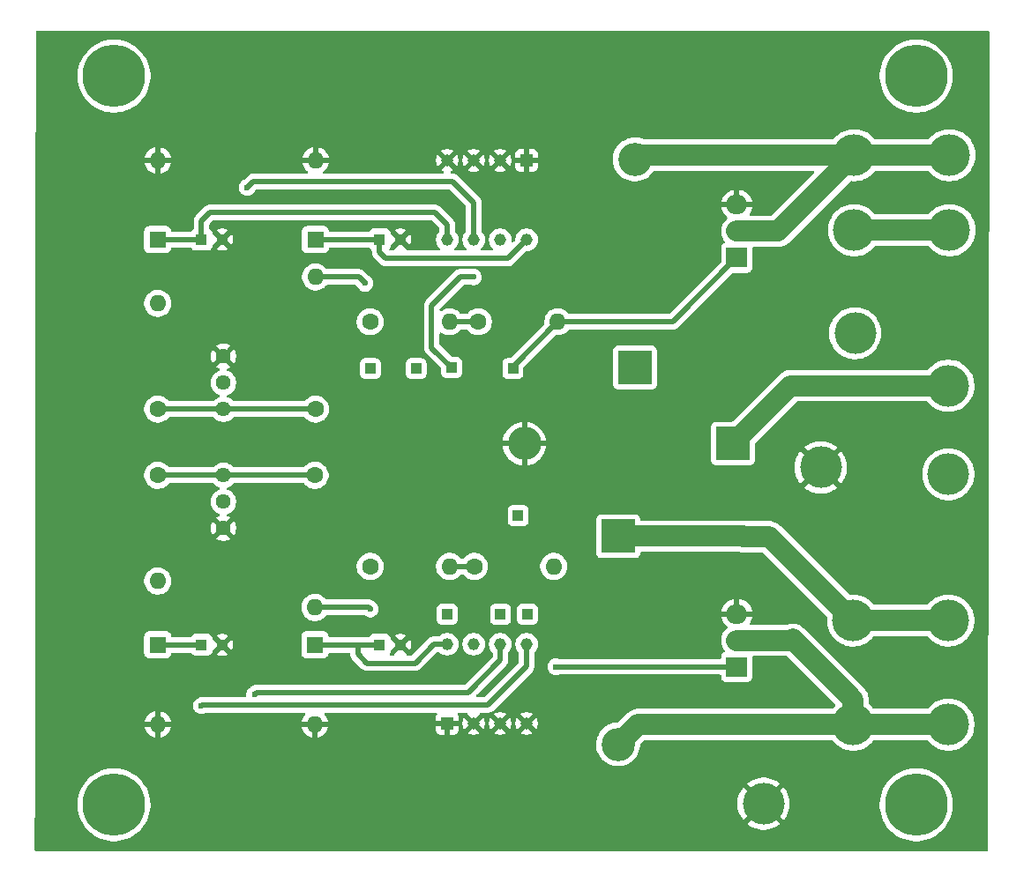
<source format=gbl>
G04 #@! TF.GenerationSoftware,KiCad,Pcbnew,9.0.1*
G04 #@! TF.CreationDate,2025-06-25T22:10:30+03:00*
G04 #@! TF.ProjectId,pcb_no_div,7063625f-6e6f-45f6-9469-762e6b696361,rev?*
G04 #@! TF.SameCoordinates,Original*
G04 #@! TF.FileFunction,Copper,L2,Bot*
G04 #@! TF.FilePolarity,Positive*
%FSLAX46Y46*%
G04 Gerber Fmt 4.6, Leading zero omitted, Abs format (unit mm)*
G04 Created by KiCad (PCBNEW 9.0.1) date 2025-06-25 22:10:30*
%MOMM*%
%LPD*%
G01*
G04 APERTURE LIST*
G04 #@! TA.AperFunction,ComponentPad*
%ADD10C,1.600000*%
G04 #@! TD*
G04 #@! TA.AperFunction,ComponentPad*
%ADD11O,1.600000X1.600000*%
G04 #@! TD*
G04 #@! TA.AperFunction,ComponentPad*
%ADD12R,1.600000X1.600000*%
G04 #@! TD*
G04 #@! TA.AperFunction,ComponentPad*
%ADD13R,1.000000X1.000000*%
G04 #@! TD*
G04 #@! TA.AperFunction,ComponentPad*
%ADD14R,1.100000X1.100000*%
G04 #@! TD*
G04 #@! TA.AperFunction,ComponentPad*
%ADD15C,1.100000*%
G04 #@! TD*
G04 #@! TA.AperFunction,ComponentPad*
%ADD16C,4.000000*%
G04 #@! TD*
G04 #@! TA.AperFunction,ComponentPad*
%ADD17O,2.000000X1.905000*%
G04 #@! TD*
G04 #@! TA.AperFunction,ComponentPad*
%ADD18R,2.000000X1.905000*%
G04 #@! TD*
G04 #@! TA.AperFunction,ComponentPad*
%ADD19C,1.440000*%
G04 #@! TD*
G04 #@! TA.AperFunction,WasherPad*
%ADD20C,6.000000*%
G04 #@! TD*
G04 #@! TA.AperFunction,ComponentPad*
%ADD21R,1.160000X1.160000*%
G04 #@! TD*
G04 #@! TA.AperFunction,ComponentPad*
%ADD22C,1.160000*%
G04 #@! TD*
G04 #@! TA.AperFunction,ComponentPad*
%ADD23R,3.200000X3.200000*%
G04 #@! TD*
G04 #@! TA.AperFunction,ComponentPad*
%ADD24O,3.200000X3.200000*%
G04 #@! TD*
G04 #@! TA.AperFunction,ViaPad*
%ADD25C,0.600000*%
G04 #@! TD*
G04 #@! TA.AperFunction,Conductor*
%ADD26C,0.500000*%
G04 #@! TD*
G04 #@! TA.AperFunction,Conductor*
%ADD27C,2.000000*%
G04 #@! TD*
G04 #@! TA.AperFunction,Conductor*
%ADD28C,0.127000*%
G04 #@! TD*
G04 APERTURE END LIST*
D10*
X49950000Y-73250000D03*
D11*
X49950000Y-83410000D03*
D12*
X65100000Y-50600000D03*
D11*
X65100000Y-42980000D03*
D13*
X105450000Y-97200000D03*
D10*
X80740000Y-58500000D03*
D11*
X88360000Y-58500000D03*
D14*
X71250000Y-50600000D03*
D15*
X73250000Y-50600000D03*
D12*
X65050000Y-89540000D03*
D11*
X65050000Y-97160000D03*
D16*
X125950000Y-49700000D03*
D13*
X104850000Y-42500000D03*
X84550000Y-77100000D03*
D16*
X116700000Y-97200000D03*
D14*
X71250000Y-89540000D03*
D15*
X73250000Y-89540000D03*
D16*
X125850000Y-64650000D03*
D13*
X74750000Y-63000000D03*
D10*
X65050000Y-73250000D03*
D11*
X65050000Y-85950000D03*
D16*
X116800000Y-42500000D03*
X116900000Y-59600000D03*
X113600000Y-72500000D03*
D14*
X54150000Y-89540000D03*
D15*
X56150000Y-89540000D03*
D13*
X85450000Y-86600000D03*
X78150000Y-62900000D03*
D17*
X105540000Y-49800000D03*
D18*
X105540000Y-52340000D03*
D17*
X105540000Y-47260000D03*
D16*
X125850000Y-97200000D03*
D10*
X70340000Y-58500000D03*
D11*
X77960000Y-58500000D03*
D13*
X84050000Y-63000000D03*
D19*
X56250000Y-66890000D03*
X56250000Y-64350000D03*
X56250000Y-61810000D03*
D16*
X108100000Y-104800000D03*
D19*
X56250000Y-73250000D03*
X56250000Y-75790000D03*
X56250000Y-78330000D03*
D20*
X45750000Y-104900000D03*
D21*
X85360000Y-43000000D03*
D22*
X82820000Y-43000000D03*
X80280000Y-43000000D03*
X77740000Y-43000000D03*
X77740000Y-50620000D03*
X80280000Y-50620000D03*
X82820000Y-50620000D03*
X85360000Y-50620000D03*
D16*
X125950000Y-42500000D03*
X116800000Y-49700000D03*
D23*
X95750000Y-62900000D03*
D24*
X95750000Y-42900000D03*
D10*
X49950000Y-66890000D03*
D11*
X49950000Y-56730000D03*
D20*
X122750000Y-34900000D03*
D12*
X49950000Y-89540000D03*
D11*
X49950000Y-97160000D03*
D17*
X105540000Y-89100000D03*
D18*
X105540000Y-91640000D03*
D17*
X105540000Y-86560000D03*
D16*
X125850000Y-87200000D03*
D10*
X70340000Y-82000000D03*
D11*
X77960000Y-82000000D03*
D13*
X77750000Y-86600000D03*
D23*
X94150000Y-79100000D03*
D24*
X94150000Y-99100000D03*
D14*
X54150000Y-50600000D03*
D15*
X56150000Y-50600000D03*
D20*
X45750000Y-34900000D03*
D16*
X125850000Y-73150000D03*
D10*
X80340000Y-82000000D03*
D11*
X87960000Y-82000000D03*
D23*
X105150000Y-70200000D03*
D24*
X85150000Y-70200000D03*
D13*
X82850000Y-86600000D03*
D12*
X49950000Y-50600000D03*
D11*
X49950000Y-42980000D03*
D13*
X70350000Y-63000000D03*
D20*
X122750000Y-104900000D03*
D16*
X116700000Y-87200000D03*
D10*
X65100000Y-66890000D03*
D11*
X65100000Y-54190000D03*
D21*
X77740000Y-97100000D03*
D22*
X80280000Y-97100000D03*
X82820000Y-97100000D03*
X85360000Y-97100000D03*
X85360000Y-89480000D03*
X82820000Y-89480000D03*
X80280000Y-89480000D03*
X77740000Y-89480000D03*
D25*
X46100000Y-74700000D03*
X120600000Y-69500000D03*
X51250000Y-70000000D03*
X75850000Y-77000000D03*
X108800000Y-37200000D03*
X82800000Y-100150000D03*
X81300000Y-32750000D03*
X45800000Y-40200000D03*
X76700000Y-70000000D03*
X46100000Y-79800000D03*
X81800000Y-70000000D03*
X71100000Y-102350000D03*
X91100000Y-37900000D03*
X46150000Y-54700000D03*
X55200000Y-33100000D03*
X52500000Y-103500000D03*
X60900000Y-102350000D03*
X76600000Y-54200000D03*
X66000000Y-32750000D03*
X55000000Y-37900000D03*
X86000000Y-107500000D03*
X66000000Y-102350000D03*
X71650000Y-70000000D03*
X70650000Y-77400000D03*
X105450000Y-76300000D03*
X86000000Y-102400000D03*
X92250000Y-83200000D03*
X101350000Y-67400000D03*
X93050000Y-60050000D03*
X88650000Y-42000000D03*
X112900000Y-54400000D03*
X56250000Y-107400000D03*
X121000000Y-90800000D03*
X80900000Y-102400000D03*
X67550000Y-100150000D03*
X56550000Y-83000000D03*
X41000000Y-93700000D03*
X71900000Y-65550000D03*
X56350000Y-54700000D03*
X60900000Y-107450000D03*
X99900000Y-102400000D03*
X56250000Y-102300000D03*
X89800000Y-55750000D03*
X76200000Y-107450000D03*
X87750000Y-78600000D03*
X113300000Y-107500000D03*
X81800000Y-73300000D03*
X41000000Y-74700000D03*
X51250000Y-54700000D03*
X87900000Y-100150000D03*
X123000000Y-53400000D03*
X76200000Y-32750000D03*
X120400000Y-79900000D03*
X46150000Y-64900000D03*
X91100000Y-32800000D03*
X66550000Y-70000000D03*
X71100000Y-32750000D03*
X123700000Y-68100000D03*
X91100000Y-102400000D03*
X122700000Y-56400000D03*
X88150000Y-95950000D03*
X86000000Y-37900000D03*
X71900000Y-55350000D03*
X116500000Y-76900000D03*
X77750000Y-100150000D03*
X123100000Y-92100000D03*
X61950000Y-75350000D03*
X48400000Y-100050000D03*
X121500000Y-61600000D03*
X73950000Y-86100000D03*
X108800000Y-32600000D03*
X52000000Y-33000000D03*
X89450000Y-60950000D03*
X114800000Y-101300000D03*
X45700000Y-96300000D03*
X66000000Y-107450000D03*
X41050000Y-70000000D03*
X88500000Y-48550000D03*
X56350000Y-70000000D03*
X92200000Y-88150000D03*
X61850000Y-90950000D03*
X52850000Y-85350000D03*
X110600000Y-58100000D03*
X106300000Y-82200000D03*
X61450000Y-70000000D03*
X76950000Y-73050000D03*
X46150000Y-70000000D03*
X119700000Y-100700000D03*
X46150000Y-59800000D03*
X100050000Y-83400000D03*
X46100000Y-93700000D03*
X52700000Y-107200000D03*
X71900000Y-60450000D03*
X116500000Y-106800000D03*
X98050000Y-87700000D03*
X91100000Y-107500000D03*
X125600000Y-90900000D03*
X41200000Y-99300000D03*
X96200000Y-102400000D03*
X92000000Y-70000000D03*
X51850000Y-64900000D03*
X41100000Y-95900000D03*
X71650000Y-73050000D03*
X105800000Y-55800000D03*
X121500000Y-59300000D03*
X101300000Y-32800000D03*
X96200000Y-37900000D03*
X55900000Y-42700000D03*
X80450000Y-78900000D03*
X61200000Y-79800000D03*
X56350000Y-58900000D03*
X88700000Y-44850000D03*
X61350000Y-37800000D03*
X72800000Y-42550000D03*
X46100000Y-84900000D03*
X105000000Y-32800000D03*
X61350000Y-32700000D03*
X116800000Y-32700000D03*
X99900000Y-107500000D03*
X41050000Y-64900000D03*
X78000000Y-47000000D03*
X45000000Y-99800000D03*
X76200000Y-37850000D03*
X41100000Y-50050000D03*
X96200000Y-32800000D03*
X117300000Y-36000000D03*
X54850000Y-45100000D03*
X86000000Y-32800000D03*
X53500000Y-100050000D03*
X58550000Y-100050000D03*
X115700000Y-103500000D03*
X61450000Y-54700000D03*
X44300000Y-45300000D03*
X113200000Y-104200000D03*
X40900000Y-45900000D03*
X46100000Y-90000000D03*
X51750000Y-59850000D03*
X46200000Y-50050000D03*
X105000000Y-37900000D03*
X61850000Y-85950000D03*
X88700000Y-53350000D03*
X105200000Y-58200000D03*
X41000000Y-79800000D03*
X66000000Y-37850000D03*
X81300000Y-37850000D03*
X80900000Y-107500000D03*
X71100000Y-37850000D03*
X112700000Y-32900000D03*
X110500000Y-52900000D03*
X96200000Y-107500000D03*
X110300000Y-85700000D03*
X51300000Y-38000000D03*
X63650000Y-100050000D03*
X120400000Y-76500000D03*
X69500000Y-42650000D03*
X41050000Y-54700000D03*
X120700000Y-53300000D03*
X116100000Y-80500000D03*
X117900000Y-68600000D03*
X78750000Y-91950000D03*
X108100000Y-60900000D03*
X60200000Y-42700000D03*
X72650000Y-100150000D03*
X113300000Y-37200000D03*
X112300000Y-76800000D03*
X100250000Y-76050000D03*
X76200000Y-102350000D03*
X41050000Y-59800000D03*
X61450000Y-64900000D03*
X41200000Y-41100000D03*
X101300000Y-37900000D03*
X118800000Y-72300000D03*
X71100000Y-107450000D03*
X41000000Y-90000000D03*
X112600000Y-86700000D03*
X61450000Y-59800000D03*
X41000000Y-84900000D03*
X112300000Y-61200000D03*
X80250000Y-54200000D03*
X58550000Y-45600000D03*
X59250000Y-94300000D03*
X88190000Y-91640000D03*
X69850000Y-54800000D03*
X54150000Y-95400000D03*
X70350000Y-86100000D03*
D26*
X49950000Y-66890000D02*
X56250000Y-66890000D01*
D27*
X125850000Y-64650000D02*
X110700000Y-64650000D01*
D26*
X56250000Y-66890000D02*
X65100000Y-66890000D01*
D27*
X125950000Y-49700000D02*
X116800000Y-49700000D01*
X110700000Y-64650000D02*
X105150000Y-70200000D01*
X96150000Y-42500000D02*
X104850000Y-42500000D01*
X104850000Y-42500000D02*
X116800000Y-42500000D01*
X116800000Y-42500000D02*
X109500000Y-49800000D01*
X116800000Y-42500000D02*
X125950000Y-42500000D01*
D28*
X95750000Y-42900000D02*
X96150000Y-42500000D01*
D27*
X109500000Y-49800000D02*
X105540000Y-49800000D01*
X96050000Y-97200000D02*
X94150000Y-99100000D01*
D26*
X94250000Y-99000000D02*
X94150000Y-99100000D01*
D27*
X110800000Y-89100000D02*
X105540000Y-89100000D01*
X116700000Y-94800000D02*
X110900000Y-89000000D01*
X116700000Y-97200000D02*
X116700000Y-94800000D01*
X105450000Y-97200000D02*
X116700000Y-97200000D01*
X110900000Y-89000000D02*
X110800000Y-89100000D01*
X116700000Y-97200000D02*
X125850000Y-97200000D01*
X105450000Y-97200000D02*
X96050000Y-97200000D01*
D26*
X77960000Y-58500000D02*
X80740000Y-58500000D01*
X78250000Y-45000000D02*
X80280000Y-47030000D01*
X80250000Y-54200000D02*
X79000000Y-54200000D01*
X59150000Y-45000000D02*
X78250000Y-45000000D01*
X58550000Y-45600000D02*
X59150000Y-45000000D01*
X79000000Y-54200000D02*
X76250000Y-56950000D01*
X78150000Y-62900000D02*
X76250000Y-61000000D01*
X76250000Y-61000000D02*
X76250000Y-56950000D01*
X80280000Y-47030000D02*
X80280000Y-50620000D01*
X82850000Y-91000000D02*
X82850000Y-89510000D01*
X79750000Y-94100000D02*
X82850000Y-91000000D01*
X59450000Y-94100000D02*
X79750000Y-94100000D01*
X82850000Y-89510000D02*
X82820000Y-89480000D01*
X59250000Y-94300000D02*
X59450000Y-94100000D01*
X77960000Y-82000000D02*
X80340000Y-82000000D01*
X99380000Y-58500000D02*
X105540000Y-52340000D01*
X84050000Y-62810000D02*
X88360000Y-58500000D01*
X84050000Y-63000000D02*
X84050000Y-62810000D01*
X88360000Y-58500000D02*
X99380000Y-58500000D01*
X105540000Y-91640000D02*
X88190000Y-91640000D01*
X77740000Y-49190000D02*
X76550000Y-48000000D01*
X54950000Y-48000000D02*
X54150000Y-48800000D01*
X54150000Y-48800000D02*
X54150000Y-50600000D01*
X49950000Y-50600000D02*
X54150000Y-50600000D01*
X77740000Y-50620000D02*
X77740000Y-49190000D01*
X76550000Y-48000000D02*
X54950000Y-48000000D01*
X69240000Y-54190000D02*
X65100000Y-54190000D01*
X65100000Y-50600000D02*
X71250000Y-50600000D01*
X85360000Y-50620000D02*
X83580000Y-52400000D01*
X83580000Y-52400000D02*
X71850000Y-52400000D01*
X69850000Y-54800000D02*
X69240000Y-54190000D01*
X71250000Y-51800000D02*
X71250000Y-50600000D01*
X71850000Y-52400000D02*
X71250000Y-51800000D01*
X81650000Y-95300000D02*
X85350000Y-91600000D01*
X85350000Y-91600000D02*
X85350000Y-89490000D01*
X85350000Y-89490000D02*
X85360000Y-89480000D01*
X54150000Y-95400000D02*
X54250000Y-95300000D01*
X54250000Y-95300000D02*
X81650000Y-95300000D01*
X54150000Y-89540000D02*
X49950000Y-89540000D01*
X76470000Y-89480000D02*
X74650000Y-91300000D01*
X69150000Y-89640000D02*
X69050000Y-89540000D01*
X77740000Y-89480000D02*
X76470000Y-89480000D01*
X70200000Y-85950000D02*
X65050000Y-85950000D01*
X69150000Y-90400000D02*
X69150000Y-89640000D01*
X70350000Y-86100000D02*
X70200000Y-85950000D01*
X70050000Y-91300000D02*
X69150000Y-90400000D01*
X69050000Y-89540000D02*
X65050000Y-89540000D01*
X74650000Y-91300000D02*
X70050000Y-91300000D01*
X71250000Y-89540000D02*
X69050000Y-89540000D01*
D27*
X125850000Y-87200000D02*
X116700000Y-87200000D01*
X108650000Y-79150000D02*
X106200000Y-79150000D01*
D26*
X56250000Y-73250000D02*
X65050000Y-73250000D01*
D27*
X106150000Y-79100000D02*
X94150000Y-79100000D01*
X116700000Y-87200000D02*
X108650000Y-79150000D01*
D26*
X49950000Y-73250000D02*
X56250000Y-73250000D01*
D27*
X106200000Y-79150000D02*
X106150000Y-79100000D01*
X94200000Y-79150000D02*
X94150000Y-79100000D01*
G04 #@! TA.AperFunction,Conductor*
G36*
X129740973Y-30570185D02*
G01*
X129786728Y-30622989D01*
X129797933Y-30674809D01*
X129603757Y-108199849D01*
X129601062Y-109275811D01*
X129581209Y-109342801D01*
X129528291Y-109388423D01*
X129477062Y-109399500D01*
X38275282Y-109399500D01*
X38208243Y-109379815D01*
X38162488Y-109327011D01*
X38151282Y-109275345D01*
X38153237Y-107715024D01*
X38156978Y-104728031D01*
X42249500Y-104728031D01*
X42249500Y-105071969D01*
X42257535Y-105153554D01*
X42283210Y-105414249D01*
X42350308Y-105751572D01*
X42450150Y-106080706D01*
X42581770Y-106398464D01*
X42581772Y-106398469D01*
X42743893Y-106701775D01*
X42743904Y-106701793D01*
X42934975Y-106987751D01*
X42934985Y-106987765D01*
X43153176Y-107253632D01*
X43396367Y-107496823D01*
X43396372Y-107496827D01*
X43396373Y-107496828D01*
X43662240Y-107715019D01*
X43948213Y-107906100D01*
X43948222Y-107906105D01*
X43948224Y-107906106D01*
X44251530Y-108068227D01*
X44251532Y-108068227D01*
X44251538Y-108068231D01*
X44569295Y-108199850D01*
X44898422Y-108299690D01*
X45235750Y-108366789D01*
X45578031Y-108400500D01*
X45578034Y-108400500D01*
X45921966Y-108400500D01*
X45921969Y-108400500D01*
X46264250Y-108366789D01*
X46601578Y-108299690D01*
X46930705Y-108199850D01*
X47248462Y-108068231D01*
X47551787Y-107906100D01*
X47837760Y-107715019D01*
X48103627Y-107496828D01*
X48346828Y-107253627D01*
X48565019Y-106987760D01*
X48756100Y-106701787D01*
X48918231Y-106398462D01*
X49049850Y-106080705D01*
X49149690Y-105751578D01*
X49216789Y-105414250D01*
X49250500Y-105071969D01*
X49250500Y-104728031D01*
X49243760Y-104659598D01*
X105600000Y-104659598D01*
X105600000Y-104940401D01*
X105631437Y-105219412D01*
X105631439Y-105219424D01*
X105693921Y-105493178D01*
X105693922Y-105493180D01*
X105786662Y-105758217D01*
X105908492Y-106011200D01*
X106057884Y-106248956D01*
X106164187Y-106382257D01*
X107237425Y-105309019D01*
X107323249Y-105437463D01*
X107462537Y-105576751D01*
X107590979Y-105662573D01*
X106517741Y-106735810D01*
X106517741Y-106735811D01*
X106651043Y-106842115D01*
X106888799Y-106991507D01*
X107141782Y-107113337D01*
X107406819Y-107206077D01*
X107406821Y-107206078D01*
X107680575Y-107268560D01*
X107680587Y-107268562D01*
X107959598Y-107299999D01*
X107959600Y-107300000D01*
X108240400Y-107300000D01*
X108240401Y-107299999D01*
X108519412Y-107268562D01*
X108519424Y-107268560D01*
X108793178Y-107206078D01*
X108793180Y-107206077D01*
X109058217Y-107113337D01*
X109311200Y-106991507D01*
X109548956Y-106842116D01*
X109682257Y-106735810D01*
X108609020Y-105662573D01*
X108737463Y-105576751D01*
X108876751Y-105437463D01*
X108962573Y-105309020D01*
X110035810Y-106382257D01*
X110142116Y-106248956D01*
X110291507Y-106011200D01*
X110413337Y-105758217D01*
X110506077Y-105493180D01*
X110506078Y-105493178D01*
X110568560Y-105219424D01*
X110568562Y-105219412D01*
X110599999Y-104940401D01*
X110600000Y-104940399D01*
X110600000Y-104728031D01*
X119249500Y-104728031D01*
X119249500Y-105071969D01*
X119257535Y-105153554D01*
X119283210Y-105414249D01*
X119350308Y-105751572D01*
X119450150Y-106080706D01*
X119581770Y-106398464D01*
X119581772Y-106398469D01*
X119743893Y-106701775D01*
X119743904Y-106701793D01*
X119934975Y-106987751D01*
X119934985Y-106987765D01*
X120153176Y-107253632D01*
X120396367Y-107496823D01*
X120396372Y-107496827D01*
X120396373Y-107496828D01*
X120662240Y-107715019D01*
X120948213Y-107906100D01*
X120948222Y-107906105D01*
X120948224Y-107906106D01*
X121251530Y-108068227D01*
X121251532Y-108068227D01*
X121251538Y-108068231D01*
X121569295Y-108199850D01*
X121898422Y-108299690D01*
X122235750Y-108366789D01*
X122578031Y-108400500D01*
X122578034Y-108400500D01*
X122921966Y-108400500D01*
X122921969Y-108400500D01*
X123264250Y-108366789D01*
X123601578Y-108299690D01*
X123930705Y-108199850D01*
X124248462Y-108068231D01*
X124551787Y-107906100D01*
X124837760Y-107715019D01*
X125103627Y-107496828D01*
X125346828Y-107253627D01*
X125565019Y-106987760D01*
X125756100Y-106701787D01*
X125918231Y-106398462D01*
X126049850Y-106080705D01*
X126149690Y-105751578D01*
X126216789Y-105414250D01*
X126250500Y-105071969D01*
X126250500Y-104728031D01*
X126216789Y-104385750D01*
X126149690Y-104048422D01*
X126049850Y-103719295D01*
X125918231Y-103401538D01*
X125756100Y-103098213D01*
X125565019Y-102812240D01*
X125346828Y-102546373D01*
X125346827Y-102546372D01*
X125346823Y-102546367D01*
X125103632Y-102303176D01*
X124837765Y-102084985D01*
X124837764Y-102084984D01*
X124837760Y-102084981D01*
X124551787Y-101893900D01*
X124551782Y-101893897D01*
X124551775Y-101893893D01*
X124248469Y-101731772D01*
X124248464Y-101731770D01*
X123930706Y-101600150D01*
X123601572Y-101500308D01*
X123264248Y-101433210D01*
X123264249Y-101433210D01*
X123006456Y-101407821D01*
X122921969Y-101399500D01*
X122578031Y-101399500D01*
X122499966Y-101407188D01*
X122235750Y-101433210D01*
X121898427Y-101500308D01*
X121569293Y-101600150D01*
X121251535Y-101731770D01*
X121251530Y-101731772D01*
X120948224Y-101893893D01*
X120948206Y-101893904D01*
X120662248Y-102084975D01*
X120662234Y-102084985D01*
X120396367Y-102303176D01*
X120153176Y-102546367D01*
X119934985Y-102812234D01*
X119934975Y-102812248D01*
X119743904Y-103098206D01*
X119743893Y-103098224D01*
X119581772Y-103401530D01*
X119581770Y-103401535D01*
X119450150Y-103719293D01*
X119350308Y-104048427D01*
X119283210Y-104385750D01*
X119271140Y-104508311D01*
X119249500Y-104728031D01*
X110600000Y-104728031D01*
X110600000Y-104659600D01*
X110599999Y-104659598D01*
X110568562Y-104380587D01*
X110568560Y-104380575D01*
X110506078Y-104106821D01*
X110506077Y-104106819D01*
X110413337Y-103841782D01*
X110291507Y-103588799D01*
X110142115Y-103351043D01*
X110035810Y-103217741D01*
X108962573Y-104290978D01*
X108876751Y-104162537D01*
X108737463Y-104023249D01*
X108609020Y-103937425D01*
X109682257Y-102864187D01*
X109548956Y-102757884D01*
X109311200Y-102608492D01*
X109058217Y-102486662D01*
X108793180Y-102393922D01*
X108793178Y-102393921D01*
X108519424Y-102331439D01*
X108519412Y-102331437D01*
X108240401Y-102300000D01*
X107959598Y-102300000D01*
X107680587Y-102331437D01*
X107680575Y-102331439D01*
X107406821Y-102393921D01*
X107406819Y-102393922D01*
X107141782Y-102486662D01*
X106888799Y-102608492D01*
X106651043Y-102757884D01*
X106517741Y-102864187D01*
X107590979Y-103937425D01*
X107462537Y-104023249D01*
X107323249Y-104162537D01*
X107237426Y-104290979D01*
X106164187Y-103217741D01*
X106057884Y-103351043D01*
X105908492Y-103588799D01*
X105786662Y-103841782D01*
X105693922Y-104106819D01*
X105693921Y-104106821D01*
X105631439Y-104380575D01*
X105631437Y-104380587D01*
X105600000Y-104659598D01*
X49243760Y-104659598D01*
X49216789Y-104385750D01*
X49149690Y-104048422D01*
X49049850Y-103719295D01*
X48918231Y-103401538D01*
X48756100Y-103098213D01*
X48756089Y-103098196D01*
X48678133Y-102981526D01*
X48678132Y-102981525D01*
X48565024Y-102812248D01*
X48565019Y-102812240D01*
X48346828Y-102546373D01*
X48346827Y-102546372D01*
X48346823Y-102546367D01*
X48103632Y-102303176D01*
X47837765Y-102084985D01*
X47837764Y-102084984D01*
X47837760Y-102084981D01*
X47551787Y-101893900D01*
X47551782Y-101893897D01*
X47551775Y-101893893D01*
X47248469Y-101731772D01*
X47248464Y-101731770D01*
X46930706Y-101600150D01*
X46601572Y-101500308D01*
X46264248Y-101433210D01*
X46264249Y-101433210D01*
X46006456Y-101407821D01*
X45921969Y-101399500D01*
X45578031Y-101399500D01*
X45499966Y-101407188D01*
X45235750Y-101433210D01*
X44898427Y-101500308D01*
X44569293Y-101600150D01*
X44251535Y-101731770D01*
X44251530Y-101731772D01*
X43948224Y-101893893D01*
X43948206Y-101893904D01*
X43662248Y-102084975D01*
X43662234Y-102084985D01*
X43396367Y-102303176D01*
X43153176Y-102546367D01*
X42934985Y-102812234D01*
X42934975Y-102812248D01*
X42743904Y-103098206D01*
X42743893Y-103098224D01*
X42581772Y-103401530D01*
X42581770Y-103401535D01*
X42450150Y-103719293D01*
X42350308Y-104048427D01*
X42283210Y-104385750D01*
X42271140Y-104508311D01*
X42249500Y-104728031D01*
X38156978Y-104728031D01*
X38166769Y-96910000D01*
X48673391Y-96910000D01*
X49634314Y-96910000D01*
X49629920Y-96914394D01*
X49577259Y-97005606D01*
X49550000Y-97107339D01*
X49550000Y-97212661D01*
X49577259Y-97314394D01*
X49629920Y-97405606D01*
X49634314Y-97410000D01*
X48673391Y-97410000D01*
X48682009Y-97464413D01*
X48745244Y-97659029D01*
X48838140Y-97841349D01*
X48958417Y-98006894D01*
X48958417Y-98006895D01*
X49103104Y-98151582D01*
X49268650Y-98271859D01*
X49450968Y-98364754D01*
X49645578Y-98427988D01*
X49700000Y-98436607D01*
X49700000Y-97475686D01*
X49704394Y-97480080D01*
X49795606Y-97532741D01*
X49897339Y-97560000D01*
X50002661Y-97560000D01*
X50104394Y-97532741D01*
X50195606Y-97480080D01*
X50200000Y-97475686D01*
X50200000Y-98436606D01*
X50254421Y-98427988D01*
X50449031Y-98364754D01*
X50631349Y-98271859D01*
X50796894Y-98151582D01*
X50796895Y-98151582D01*
X50941582Y-98006895D01*
X50941582Y-98006894D01*
X51061859Y-97841349D01*
X51154755Y-97659029D01*
X51217990Y-97464413D01*
X51226609Y-97410000D01*
X50265686Y-97410000D01*
X50270080Y-97405606D01*
X50322741Y-97314394D01*
X50350000Y-97212661D01*
X50350000Y-97107339D01*
X50322741Y-97005606D01*
X50270080Y-96914394D01*
X50265686Y-96910000D01*
X51226609Y-96910000D01*
X51217990Y-96855586D01*
X51154755Y-96660970D01*
X51061859Y-96478650D01*
X50941582Y-96313105D01*
X50941582Y-96313104D01*
X50796895Y-96168417D01*
X50631349Y-96048140D01*
X50449029Y-95955244D01*
X50254413Y-95892009D01*
X50200000Y-95883390D01*
X50200000Y-96844314D01*
X50195606Y-96839920D01*
X50104394Y-96787259D01*
X50002661Y-96760000D01*
X49897339Y-96760000D01*
X49795606Y-96787259D01*
X49704394Y-96839920D01*
X49700000Y-96844314D01*
X49700000Y-95883390D01*
X49645586Y-95892009D01*
X49450970Y-95955244D01*
X49268650Y-96048140D01*
X49103105Y-96168417D01*
X49103104Y-96168417D01*
X48958417Y-96313104D01*
X48958417Y-96313105D01*
X48838140Y-96478650D01*
X48745244Y-96660970D01*
X48682009Y-96855586D01*
X48673391Y-96910000D01*
X38166769Y-96910000D01*
X38168759Y-95321153D01*
X53349500Y-95321153D01*
X53349500Y-95478846D01*
X53380261Y-95633489D01*
X53380264Y-95633501D01*
X53440602Y-95779172D01*
X53440609Y-95779185D01*
X53528210Y-95910288D01*
X53528213Y-95910292D01*
X53639707Y-96021786D01*
X53639711Y-96021789D01*
X53770814Y-96109390D01*
X53770827Y-96109397D01*
X53913316Y-96168417D01*
X53916503Y-96169737D01*
X54029165Y-96192147D01*
X54071153Y-96200499D01*
X54071156Y-96200500D01*
X54071158Y-96200500D01*
X54228844Y-96200500D01*
X54228845Y-96200499D01*
X54383497Y-96169737D01*
X54496358Y-96122989D01*
X54529172Y-96109397D01*
X54529172Y-96109396D01*
X54529179Y-96109394D01*
X54586044Y-96071397D01*
X54652721Y-96050520D01*
X54654935Y-96050500D01*
X64021660Y-96050500D01*
X64088699Y-96070185D01*
X64134454Y-96122989D01*
X64144398Y-96192147D01*
X64115373Y-96255703D01*
X64109341Y-96262181D01*
X64058417Y-96313104D01*
X64058417Y-96313105D01*
X63938140Y-96478650D01*
X63845244Y-96660970D01*
X63782009Y-96855586D01*
X63773391Y-96910000D01*
X64734314Y-96910000D01*
X64729920Y-96914394D01*
X64677259Y-97005606D01*
X64650000Y-97107339D01*
X64650000Y-97212661D01*
X64677259Y-97314394D01*
X64729920Y-97405606D01*
X64734314Y-97410000D01*
X63773391Y-97410000D01*
X63782009Y-97464413D01*
X63845244Y-97659029D01*
X63938140Y-97841349D01*
X64058417Y-98006894D01*
X64058417Y-98006895D01*
X64203104Y-98151582D01*
X64368650Y-98271859D01*
X64550968Y-98364754D01*
X64745578Y-98427988D01*
X64800000Y-98436607D01*
X64800000Y-97475686D01*
X64804394Y-97480080D01*
X64895606Y-97532741D01*
X64997339Y-97560000D01*
X65102661Y-97560000D01*
X65204394Y-97532741D01*
X65295606Y-97480080D01*
X65300000Y-97475686D01*
X65300000Y-98436606D01*
X65354421Y-98427988D01*
X65549031Y-98364754D01*
X65731349Y-98271859D01*
X65896894Y-98151582D01*
X65896895Y-98151582D01*
X66041582Y-98006895D01*
X66041582Y-98006894D01*
X66161859Y-97841349D01*
X66254755Y-97659029D01*
X66317990Y-97464413D01*
X66326609Y-97410000D01*
X65365686Y-97410000D01*
X65370080Y-97405606D01*
X65422741Y-97314394D01*
X65450000Y-97212661D01*
X65450000Y-97107339D01*
X65422741Y-97005606D01*
X65370080Y-96914394D01*
X65365686Y-96910000D01*
X66326609Y-96910000D01*
X66326609Y-96909999D01*
X66317990Y-96855586D01*
X66254755Y-96660970D01*
X66161859Y-96478650D01*
X66041582Y-96313105D01*
X66041582Y-96313104D01*
X65990659Y-96262181D01*
X65957174Y-96200858D01*
X65962158Y-96131166D01*
X66004030Y-96075233D01*
X66069494Y-96050816D01*
X66078340Y-96050500D01*
X76639165Y-96050500D01*
X76706204Y-96070185D01*
X76751959Y-96122989D01*
X76761903Y-96192147D01*
X76738431Y-96248812D01*
X76716647Y-96277910D01*
X76716645Y-96277913D01*
X76666403Y-96412620D01*
X76666401Y-96412627D01*
X76660000Y-96472155D01*
X76660000Y-96850000D01*
X77452599Y-96850000D01*
X77435924Y-96866675D01*
X77385896Y-96953325D01*
X77360000Y-97049972D01*
X77360000Y-97150028D01*
X77385896Y-97246675D01*
X77435924Y-97333325D01*
X77452599Y-97350000D01*
X76660000Y-97350000D01*
X76660000Y-97727844D01*
X76666401Y-97787372D01*
X76666403Y-97787379D01*
X76716645Y-97922086D01*
X76716649Y-97922093D01*
X76802809Y-98037187D01*
X76802812Y-98037190D01*
X76917906Y-98123350D01*
X76917913Y-98123354D01*
X77052620Y-98173596D01*
X77052627Y-98173598D01*
X77112155Y-98179999D01*
X77112172Y-98180000D01*
X77490000Y-98180000D01*
X77490000Y-97387401D01*
X77506675Y-97404076D01*
X77593325Y-97454104D01*
X77689972Y-97480000D01*
X77790028Y-97480000D01*
X77886675Y-97454104D01*
X77973325Y-97404076D01*
X77990000Y-97387401D01*
X77990000Y-98180000D01*
X78367828Y-98180000D01*
X78367844Y-98179999D01*
X78427372Y-98173598D01*
X78427379Y-98173596D01*
X78562086Y-98123354D01*
X78562093Y-98123350D01*
X78677187Y-98037190D01*
X78677190Y-98037187D01*
X78763352Y-97922090D01*
X78813596Y-97787379D01*
X78813598Y-97787372D01*
X78819999Y-97727844D01*
X78820000Y-97727827D01*
X78820000Y-97350000D01*
X78027401Y-97350000D01*
X78044076Y-97333325D01*
X78094104Y-97246675D01*
X78120000Y-97150028D01*
X78120000Y-97049972D01*
X78094104Y-96953325D01*
X78044076Y-96866675D01*
X78027401Y-96850000D01*
X78820000Y-96850000D01*
X78820000Y-96472172D01*
X78819999Y-96472155D01*
X78813598Y-96412627D01*
X78813596Y-96412620D01*
X78763354Y-96277913D01*
X78763352Y-96277910D01*
X78741569Y-96248812D01*
X78717151Y-96183348D01*
X78732002Y-96115075D01*
X78781406Y-96065669D01*
X78840835Y-96050500D01*
X79587474Y-96050500D01*
X79654513Y-96070185D01*
X79700268Y-96122989D01*
X79709653Y-96176101D01*
X80253554Y-96720000D01*
X80229972Y-96720000D01*
X80133325Y-96745896D01*
X80046675Y-96795924D01*
X79975924Y-96866675D01*
X79925896Y-96953325D01*
X79900000Y-97049972D01*
X79900000Y-97073552D01*
X79358027Y-96531579D01*
X79356304Y-96533951D01*
X79356298Y-96533962D01*
X79279123Y-96685423D01*
X79279122Y-96685426D01*
X79226593Y-96847097D01*
X79200000Y-97014996D01*
X79200000Y-97185003D01*
X79226593Y-97352902D01*
X79279122Y-97514573D01*
X79279123Y-97514576D01*
X79356302Y-97666045D01*
X79358027Y-97668418D01*
X79900000Y-97126445D01*
X79900000Y-97150028D01*
X79925896Y-97246675D01*
X79975924Y-97333325D01*
X80046675Y-97404076D01*
X80133325Y-97454104D01*
X80229972Y-97480000D01*
X80253553Y-97480000D01*
X79711580Y-98021971D01*
X79713955Y-98023698D01*
X79865423Y-98100876D01*
X79865426Y-98100877D01*
X80027097Y-98153406D01*
X80194997Y-98180000D01*
X80365003Y-98180000D01*
X80532902Y-98153406D01*
X80694573Y-98100877D01*
X80694576Y-98100876D01*
X80846040Y-98023700D01*
X80846042Y-98023699D01*
X80848418Y-98021971D01*
X80306448Y-97480000D01*
X80330028Y-97480000D01*
X80426675Y-97454104D01*
X80513325Y-97404076D01*
X80584076Y-97333325D01*
X80634104Y-97246675D01*
X80660000Y-97150028D01*
X80660000Y-97126447D01*
X81201971Y-97668418D01*
X81203699Y-97666042D01*
X81203700Y-97666040D01*
X81280876Y-97514576D01*
X81280877Y-97514573D01*
X81333406Y-97352902D01*
X81360000Y-97185003D01*
X81360000Y-97014996D01*
X81740000Y-97014996D01*
X81740000Y-97185003D01*
X81766593Y-97352902D01*
X81819122Y-97514573D01*
X81819123Y-97514576D01*
X81896302Y-97666045D01*
X81898027Y-97668418D01*
X82440000Y-97126445D01*
X82440000Y-97150028D01*
X82465896Y-97246675D01*
X82515924Y-97333325D01*
X82586675Y-97404076D01*
X82673325Y-97454104D01*
X82769972Y-97480000D01*
X82793553Y-97480000D01*
X82251580Y-98021971D01*
X82253955Y-98023698D01*
X82405423Y-98100876D01*
X82405426Y-98100877D01*
X82567097Y-98153406D01*
X82734997Y-98180000D01*
X82905003Y-98180000D01*
X83072902Y-98153406D01*
X83234573Y-98100877D01*
X83234576Y-98100876D01*
X83386040Y-98023700D01*
X83386042Y-98023699D01*
X83388418Y-98021971D01*
X82846448Y-97480000D01*
X82870028Y-97480000D01*
X82966675Y-97454104D01*
X83053325Y-97404076D01*
X83124076Y-97333325D01*
X83174104Y-97246675D01*
X83200000Y-97150028D01*
X83200000Y-97126447D01*
X83741971Y-97668418D01*
X83743699Y-97666042D01*
X83743700Y-97666040D01*
X83820876Y-97514576D01*
X83820877Y-97514573D01*
X83873406Y-97352902D01*
X83900000Y-97185003D01*
X83900000Y-97014996D01*
X84280000Y-97014996D01*
X84280000Y-97185003D01*
X84306593Y-97352902D01*
X84359122Y-97514573D01*
X84359123Y-97514576D01*
X84436302Y-97666045D01*
X84438027Y-97668418D01*
X84980000Y-97126445D01*
X84980000Y-97150028D01*
X85005896Y-97246675D01*
X85055924Y-97333325D01*
X85126675Y-97404076D01*
X85213325Y-97454104D01*
X85309972Y-97480000D01*
X85333553Y-97480000D01*
X84791580Y-98021971D01*
X84793955Y-98023698D01*
X84945423Y-98100876D01*
X84945426Y-98100877D01*
X85107097Y-98153406D01*
X85274997Y-98180000D01*
X85445003Y-98180000D01*
X85612902Y-98153406D01*
X85774573Y-98100877D01*
X85774576Y-98100876D01*
X85926040Y-98023700D01*
X85926042Y-98023699D01*
X85928418Y-98021971D01*
X85386448Y-97480000D01*
X85410028Y-97480000D01*
X85506675Y-97454104D01*
X85593325Y-97404076D01*
X85664076Y-97333325D01*
X85714104Y-97246675D01*
X85740000Y-97150028D01*
X85740000Y-97126447D01*
X86281971Y-97668418D01*
X86283699Y-97666042D01*
X86283700Y-97666040D01*
X86360876Y-97514576D01*
X86360877Y-97514573D01*
X86413406Y-97352902D01*
X86440000Y-97185003D01*
X86440000Y-97014996D01*
X86413406Y-96847097D01*
X86360877Y-96685426D01*
X86360876Y-96685423D01*
X86283698Y-96533955D01*
X86281971Y-96531580D01*
X85740000Y-97073551D01*
X85740000Y-97049972D01*
X85714104Y-96953325D01*
X85664076Y-96866675D01*
X85593325Y-96795924D01*
X85506675Y-96745896D01*
X85410028Y-96720000D01*
X85386447Y-96720000D01*
X85928419Y-96178027D01*
X85926045Y-96176302D01*
X85774576Y-96099123D01*
X85774573Y-96099122D01*
X85612902Y-96046593D01*
X85445003Y-96020000D01*
X85274997Y-96020000D01*
X85107097Y-96046593D01*
X84945426Y-96099122D01*
X84945423Y-96099123D01*
X84793962Y-96176298D01*
X84793951Y-96176304D01*
X84791579Y-96178027D01*
X85333554Y-96720000D01*
X85309972Y-96720000D01*
X85213325Y-96745896D01*
X85126675Y-96795924D01*
X85055924Y-96866675D01*
X85005896Y-96953325D01*
X84980000Y-97049972D01*
X84980000Y-97073552D01*
X84438027Y-96531579D01*
X84436304Y-96533951D01*
X84436298Y-96533962D01*
X84359123Y-96685423D01*
X84359122Y-96685426D01*
X84306593Y-96847097D01*
X84280000Y-97014996D01*
X83900000Y-97014996D01*
X83873406Y-96847097D01*
X83820877Y-96685426D01*
X83820876Y-96685423D01*
X83743698Y-96533955D01*
X83741971Y-96531580D01*
X83200000Y-97073551D01*
X83200000Y-97049972D01*
X83174104Y-96953325D01*
X83124076Y-96866675D01*
X83053325Y-96795924D01*
X82966675Y-96745896D01*
X82870028Y-96720000D01*
X82846447Y-96720000D01*
X83388418Y-96178027D01*
X83386045Y-96176302D01*
X83234576Y-96099123D01*
X83234573Y-96099122D01*
X83072902Y-96046593D01*
X82905003Y-96020000D01*
X82734997Y-96020000D01*
X82567097Y-96046593D01*
X82405426Y-96099122D01*
X82405423Y-96099123D01*
X82253962Y-96176298D01*
X82253951Y-96176304D01*
X82251579Y-96178027D01*
X82793554Y-96720000D01*
X82769972Y-96720000D01*
X82673325Y-96745896D01*
X82586675Y-96795924D01*
X82515924Y-96866675D01*
X82465896Y-96953325D01*
X82440000Y-97049972D01*
X82440000Y-97073552D01*
X81898027Y-96531579D01*
X81896304Y-96533951D01*
X81896298Y-96533962D01*
X81819123Y-96685423D01*
X81819122Y-96685426D01*
X81766593Y-96847097D01*
X81740000Y-97014996D01*
X81360000Y-97014996D01*
X81333406Y-96847097D01*
X81280877Y-96685426D01*
X81280876Y-96685423D01*
X81203698Y-96533955D01*
X81201971Y-96531580D01*
X80660000Y-97073551D01*
X80660000Y-97049972D01*
X80634104Y-96953325D01*
X80584076Y-96866675D01*
X80513325Y-96795924D01*
X80426675Y-96745896D01*
X80330028Y-96720000D01*
X80306447Y-96720000D01*
X80850683Y-96175762D01*
X80863274Y-96115846D01*
X80912328Y-96066092D01*
X80972524Y-96050500D01*
X81723920Y-96050500D01*
X81821462Y-96031096D01*
X81868913Y-96021658D01*
X82005495Y-95965084D01*
X82054729Y-95932186D01*
X82128416Y-95882952D01*
X85932951Y-92078416D01*
X86015084Y-91955495D01*
X86071658Y-91818913D01*
X86100500Y-91673918D01*
X86100500Y-91561153D01*
X87389500Y-91561153D01*
X87389500Y-91718846D01*
X87420261Y-91873489D01*
X87420264Y-91873501D01*
X87480602Y-92019172D01*
X87480609Y-92019185D01*
X87568210Y-92150288D01*
X87568213Y-92150292D01*
X87679707Y-92261786D01*
X87679711Y-92261789D01*
X87810814Y-92349390D01*
X87810827Y-92349397D01*
X87910060Y-92390500D01*
X87956503Y-92409737D01*
X88111153Y-92440499D01*
X88111156Y-92440500D01*
X88111158Y-92440500D01*
X88268844Y-92440500D01*
X88268845Y-92440499D01*
X88345152Y-92425320D01*
X88423488Y-92409739D01*
X88423489Y-92409738D01*
X88423497Y-92409737D01*
X88447155Y-92399937D01*
X88494604Y-92390500D01*
X103915501Y-92390500D01*
X103982540Y-92410185D01*
X104028295Y-92462989D01*
X104039501Y-92514500D01*
X104039501Y-92640376D01*
X104045908Y-92699983D01*
X104096202Y-92834828D01*
X104096206Y-92834835D01*
X104182452Y-92950044D01*
X104182455Y-92950047D01*
X104297664Y-93036293D01*
X104297671Y-93036297D01*
X104432517Y-93086591D01*
X104432516Y-93086591D01*
X104439444Y-93087335D01*
X104492127Y-93093000D01*
X106587872Y-93092999D01*
X106647483Y-93086591D01*
X106782331Y-93036296D01*
X106897546Y-92950046D01*
X106983796Y-92834831D01*
X107034091Y-92699983D01*
X107040500Y-92640373D01*
X107040499Y-90724499D01*
X107060184Y-90657461D01*
X107112987Y-90611706D01*
X107164499Y-90600500D01*
X110327111Y-90600500D01*
X110394150Y-90620185D01*
X110414792Y-90636819D01*
X114983184Y-95205212D01*
X115016669Y-95266535D01*
X115011685Y-95336227D01*
X114983185Y-95380574D01*
X114832579Y-95531180D01*
X114735581Y-95652813D01*
X114678393Y-95692953D01*
X114638634Y-95699500D01*
X95931903Y-95699500D01*
X95698631Y-95736446D01*
X95474003Y-95809433D01*
X95263563Y-95916659D01*
X95072496Y-96055476D01*
X95072491Y-96055480D01*
X94164791Y-96963181D01*
X94103468Y-96996666D01*
X94077110Y-96999500D01*
X94012326Y-96999500D01*
X94012320Y-96999500D01*
X94012315Y-96999501D01*
X93739344Y-97035438D01*
X93739337Y-97035439D01*
X93739334Y-97035440D01*
X93685100Y-97049972D01*
X93473369Y-97106704D01*
X93218982Y-97212075D01*
X93218971Y-97212080D01*
X92980516Y-97349754D01*
X92762073Y-97517370D01*
X92762066Y-97517376D01*
X92567376Y-97712066D01*
X92567370Y-97712073D01*
X92399754Y-97930516D01*
X92262080Y-98168971D01*
X92262075Y-98168982D01*
X92156704Y-98423369D01*
X92100500Y-98633125D01*
X92096182Y-98649246D01*
X92085441Y-98689331D01*
X92085438Y-98689344D01*
X92049501Y-98962315D01*
X92049500Y-98962332D01*
X92049500Y-99237667D01*
X92049501Y-99237684D01*
X92085438Y-99510655D01*
X92085439Y-99510660D01*
X92085440Y-99510666D01*
X92086280Y-99513801D01*
X92156704Y-99776630D01*
X92262075Y-100031017D01*
X92262080Y-100031028D01*
X92344861Y-100174407D01*
X92399751Y-100269479D01*
X92399753Y-100269482D01*
X92399754Y-100269483D01*
X92567370Y-100487926D01*
X92567376Y-100487933D01*
X92762066Y-100682623D01*
X92762072Y-100682628D01*
X92980521Y-100850249D01*
X93133778Y-100938732D01*
X93218971Y-100987919D01*
X93218976Y-100987921D01*
X93218979Y-100987923D01*
X93473368Y-101093295D01*
X93739334Y-101164560D01*
X94012326Y-101200500D01*
X94012333Y-101200500D01*
X94287667Y-101200500D01*
X94287674Y-101200500D01*
X94560666Y-101164560D01*
X94826632Y-101093295D01*
X95081021Y-100987923D01*
X95319479Y-100850249D01*
X95537928Y-100682628D01*
X95732628Y-100487928D01*
X95900249Y-100269479D01*
X96037923Y-100031021D01*
X96143295Y-99776632D01*
X96214560Y-99510666D01*
X96250500Y-99237674D01*
X96250500Y-99172889D01*
X96270185Y-99105850D01*
X96286819Y-99085208D01*
X96635209Y-98736819D01*
X96696532Y-98703334D01*
X96722890Y-98700500D01*
X105331908Y-98700500D01*
X114638634Y-98700500D01*
X114705673Y-98720185D01*
X114735580Y-98747186D01*
X114832584Y-98868825D01*
X115031175Y-99067416D01*
X115250752Y-99242523D01*
X115488555Y-99391945D01*
X115741592Y-99513801D01*
X115940680Y-99583465D01*
X116006670Y-99606556D01*
X116006682Y-99606560D01*
X116280491Y-99669055D01*
X116280497Y-99669055D01*
X116280505Y-99669057D01*
X116466547Y-99690018D01*
X116559569Y-99700499D01*
X116559572Y-99700500D01*
X116559575Y-99700500D01*
X116840428Y-99700500D01*
X116840429Y-99700499D01*
X116983055Y-99684429D01*
X117119494Y-99669057D01*
X117119499Y-99669056D01*
X117119509Y-99669055D01*
X117393318Y-99606560D01*
X117658408Y-99513801D01*
X117911445Y-99391945D01*
X118149248Y-99242523D01*
X118368825Y-99067416D01*
X118567416Y-98868825D01*
X118664419Y-98747186D01*
X118721607Y-98707047D01*
X118761366Y-98700500D01*
X123788634Y-98700500D01*
X123855673Y-98720185D01*
X123885580Y-98747186D01*
X123982584Y-98868825D01*
X124181175Y-99067416D01*
X124400752Y-99242523D01*
X124638555Y-99391945D01*
X124891592Y-99513801D01*
X125090680Y-99583465D01*
X125156670Y-99606556D01*
X125156682Y-99606560D01*
X125430491Y-99669055D01*
X125430497Y-99669055D01*
X125430505Y-99669057D01*
X125616547Y-99690018D01*
X125709569Y-99700499D01*
X125709572Y-99700500D01*
X125709575Y-99700500D01*
X125990428Y-99700500D01*
X125990429Y-99700499D01*
X126133055Y-99684429D01*
X126269494Y-99669057D01*
X126269499Y-99669056D01*
X126269509Y-99669055D01*
X126543318Y-99606560D01*
X126808408Y-99513801D01*
X127061445Y-99391945D01*
X127299248Y-99242523D01*
X127518825Y-99067416D01*
X127717416Y-98868825D01*
X127892523Y-98649248D01*
X128041945Y-98411445D01*
X128163801Y-98158408D01*
X128256560Y-97893318D01*
X128319055Y-97619509D01*
X128350500Y-97340425D01*
X128350500Y-97059575D01*
X128319055Y-96780491D01*
X128256560Y-96506682D01*
X128244484Y-96472172D01*
X128171005Y-96262181D01*
X128163801Y-96241592D01*
X128041945Y-95988555D01*
X127892523Y-95750752D01*
X127717416Y-95531175D01*
X127518825Y-95332584D01*
X127299248Y-95157477D01*
X127135004Y-95054275D01*
X127061442Y-95008053D01*
X126808411Y-94886200D01*
X126543329Y-94793443D01*
X126543317Y-94793439D01*
X126269512Y-94730945D01*
X126269494Y-94730942D01*
X125990431Y-94699500D01*
X125990425Y-94699500D01*
X125709575Y-94699500D01*
X125709568Y-94699500D01*
X125430505Y-94730942D01*
X125430487Y-94730945D01*
X125156682Y-94793439D01*
X125156670Y-94793443D01*
X124891588Y-94886200D01*
X124638557Y-95008053D01*
X124400753Y-95157476D01*
X124181175Y-95332583D01*
X123982583Y-95531175D01*
X123885581Y-95652813D01*
X123828393Y-95692953D01*
X123788634Y-95699500D01*
X118761366Y-95699500D01*
X118694327Y-95679815D01*
X118664419Y-95652813D01*
X118567416Y-95531175D01*
X118368824Y-95332583D01*
X118247187Y-95235580D01*
X118207047Y-95178391D01*
X118200500Y-95138633D01*
X118200500Y-94681902D01*
X118163553Y-94448631D01*
X118090566Y-94224003D01*
X118010315Y-94066503D01*
X117983343Y-94013567D01*
X117890174Y-93885331D01*
X117890173Y-93885329D01*
X117890172Y-93885327D01*
X117844521Y-93822494D01*
X117844516Y-93822488D01*
X111877512Y-87855485D01*
X111877511Y-87855484D01*
X111686434Y-87716657D01*
X111475996Y-87609433D01*
X111251368Y-87536446D01*
X111018097Y-87499500D01*
X111018092Y-87499500D01*
X110781908Y-87499500D01*
X110781903Y-87499500D01*
X110548630Y-87536447D01*
X110548627Y-87536447D01*
X110373253Y-87593431D01*
X110334935Y-87599500D01*
X106871011Y-87599500D01*
X106803972Y-87579815D01*
X106758217Y-87527011D01*
X106748273Y-87457853D01*
X106770693Y-87402614D01*
X106829788Y-87321276D01*
X106933582Y-87117570D01*
X107004234Y-86900128D01*
X107018509Y-86810000D01*
X106030748Y-86810000D01*
X106052518Y-86772292D01*
X106090000Y-86632409D01*
X106090000Y-86487591D01*
X106052518Y-86347708D01*
X106030748Y-86310000D01*
X107018509Y-86310000D01*
X107004234Y-86219871D01*
X106933582Y-86002429D01*
X106829788Y-85798723D01*
X106695402Y-85613757D01*
X106533742Y-85452097D01*
X106348776Y-85317711D01*
X106145068Y-85213917D01*
X105927625Y-85143265D01*
X105927626Y-85143265D01*
X105790000Y-85121467D01*
X105790000Y-86069252D01*
X105752292Y-86047482D01*
X105612409Y-86010000D01*
X105467591Y-86010000D01*
X105327708Y-86047482D01*
X105290000Y-86069252D01*
X105290000Y-85121467D01*
X105152374Y-85143265D01*
X104934931Y-85213917D01*
X104731223Y-85317711D01*
X104546257Y-85452097D01*
X104384597Y-85613757D01*
X104250211Y-85798723D01*
X104146417Y-86002429D01*
X104075765Y-86219871D01*
X104061491Y-86310000D01*
X105049252Y-86310000D01*
X105027482Y-86347708D01*
X104990000Y-86487591D01*
X104990000Y-86632409D01*
X105027482Y-86772292D01*
X105049252Y-86810000D01*
X104061491Y-86810000D01*
X104075765Y-86900128D01*
X104146417Y-87117570D01*
X104250211Y-87321276D01*
X104384597Y-87506242D01*
X104546257Y-87667902D01*
X104546263Y-87667907D01*
X104614207Y-87717271D01*
X104656873Y-87772600D01*
X104662852Y-87842214D01*
X104630247Y-87904009D01*
X104614209Y-87917906D01*
X104562490Y-87955482D01*
X104395485Y-88122487D01*
X104395485Y-88122488D01*
X104395483Y-88122490D01*
X104369387Y-88158408D01*
X104256657Y-88313566D01*
X104149433Y-88524003D01*
X104076446Y-88748631D01*
X104039500Y-88981902D01*
X104039500Y-89218097D01*
X104076446Y-89451368D01*
X104149433Y-89675996D01*
X104189640Y-89754905D01*
X104256657Y-89886433D01*
X104373702Y-90047532D01*
X104397182Y-90113336D01*
X104381357Y-90181390D01*
X104331251Y-90230085D01*
X104316721Y-90236596D01*
X104297676Y-90243699D01*
X104297664Y-90243706D01*
X104182455Y-90329952D01*
X104182452Y-90329955D01*
X104096206Y-90445164D01*
X104096202Y-90445171D01*
X104045908Y-90580017D01*
X104039501Y-90639616D01*
X104039500Y-90639635D01*
X104039500Y-90765500D01*
X104019815Y-90832539D01*
X103967011Y-90878294D01*
X103915500Y-90889500D01*
X88494604Y-90889500D01*
X88447155Y-90880062D01*
X88423497Y-90870263D01*
X88423493Y-90870262D01*
X88423488Y-90870260D01*
X88268845Y-90839500D01*
X88268842Y-90839500D01*
X88111158Y-90839500D01*
X88111155Y-90839500D01*
X87956510Y-90870261D01*
X87956498Y-90870264D01*
X87810827Y-90930602D01*
X87810814Y-90930609D01*
X87679711Y-91018210D01*
X87679707Y-91018213D01*
X87568213Y-91129707D01*
X87568210Y-91129711D01*
X87480609Y-91260814D01*
X87480602Y-91260827D01*
X87420264Y-91406498D01*
X87420261Y-91406510D01*
X87389500Y-91561153D01*
X86100500Y-91561153D01*
X86100500Y-91526083D01*
X86100500Y-90318919D01*
X86120185Y-90251880D01*
X86136819Y-90231238D01*
X86156819Y-90211238D01*
X86184159Y-90183898D01*
X86284126Y-90046305D01*
X86361339Y-89894768D01*
X86413894Y-89733018D01*
X86440500Y-89565037D01*
X86440500Y-89394963D01*
X86413894Y-89226982D01*
X86361339Y-89065232D01*
X86284126Y-88913695D01*
X86184159Y-88776102D01*
X86063898Y-88655841D01*
X85926305Y-88555874D01*
X85774768Y-88478661D01*
X85774764Y-88478660D01*
X85774761Y-88478658D01*
X85613019Y-88426106D01*
X85529027Y-88412803D01*
X85445037Y-88399500D01*
X85274963Y-88399500D01*
X85218969Y-88408368D01*
X85106980Y-88426106D01*
X84945238Y-88478658D01*
X84793694Y-88555874D01*
X84656099Y-88655843D01*
X84535843Y-88776099D01*
X84435874Y-88913694D01*
X84358658Y-89065238D01*
X84306106Y-89226980D01*
X84279500Y-89394963D01*
X84279500Y-89565036D01*
X84306106Y-89733019D01*
X84358658Y-89894761D01*
X84358660Y-89894764D01*
X84358661Y-89894768D01*
X84435874Y-90046305D01*
X84535841Y-90183898D01*
X84535843Y-90183900D01*
X84563181Y-90211238D01*
X84596666Y-90272561D01*
X84599500Y-90298919D01*
X84599500Y-91237770D01*
X84579815Y-91304809D01*
X84563181Y-91325451D01*
X81375451Y-94513181D01*
X81314128Y-94546666D01*
X81287770Y-94549500D01*
X80661230Y-94549500D01*
X80594191Y-94529815D01*
X80548436Y-94477011D01*
X80538492Y-94407853D01*
X80567517Y-94344297D01*
X80573549Y-94337819D01*
X83432948Y-91478420D01*
X83432952Y-91478416D01*
X83502774Y-91373918D01*
X83515084Y-91355495D01*
X83571658Y-91218913D01*
X83600500Y-91073918D01*
X83600500Y-90278919D01*
X83620185Y-90211880D01*
X83636819Y-90191238D01*
X83644159Y-90183898D01*
X83744126Y-90046305D01*
X83821339Y-89894768D01*
X83873894Y-89733018D01*
X83900500Y-89565037D01*
X83900500Y-89394963D01*
X83873894Y-89226982D01*
X83821339Y-89065232D01*
X83744126Y-88913695D01*
X83644159Y-88776102D01*
X83523898Y-88655841D01*
X83386305Y-88555874D01*
X83234768Y-88478661D01*
X83234764Y-88478660D01*
X83234761Y-88478658D01*
X83073019Y-88426106D01*
X82989027Y-88412803D01*
X82905037Y-88399500D01*
X82734963Y-88399500D01*
X82678969Y-88408368D01*
X82566980Y-88426106D01*
X82405238Y-88478658D01*
X82253694Y-88555874D01*
X82116099Y-88655843D01*
X81995843Y-88776099D01*
X81895874Y-88913694D01*
X81818658Y-89065238D01*
X81766106Y-89226980D01*
X81739500Y-89394963D01*
X81739500Y-89565036D01*
X81766106Y-89733019D01*
X81818658Y-89894761D01*
X81818660Y-89894764D01*
X81818661Y-89894768D01*
X81895874Y-90046305D01*
X81995841Y-90183898D01*
X81995843Y-90183900D01*
X82063181Y-90251238D01*
X82096666Y-90312561D01*
X82099500Y-90338919D01*
X82099500Y-90637770D01*
X82079815Y-90704809D01*
X82063181Y-90725451D01*
X79475451Y-93313181D01*
X79414128Y-93346666D01*
X79387770Y-93349500D01*
X59376076Y-93349500D01*
X59347242Y-93355234D01*
X59347243Y-93355235D01*
X59231093Y-93378339D01*
X59231089Y-93378340D01*
X59156029Y-93409432D01*
X59094509Y-93434914D01*
X59094496Y-93434921D01*
X59045270Y-93467811D01*
X59045271Y-93467812D01*
X58971585Y-93517047D01*
X58971580Y-93517051D01*
X58934701Y-93553929D01*
X58894480Y-93580805D01*
X58870819Y-93590606D01*
X58870818Y-93590607D01*
X58739715Y-93678207D01*
X58739707Y-93678213D01*
X58628213Y-93789707D01*
X58628210Y-93789711D01*
X58540609Y-93920814D01*
X58540602Y-93920827D01*
X58480264Y-94066498D01*
X58480261Y-94066510D01*
X58449500Y-94221153D01*
X58449500Y-94378841D01*
X58453969Y-94401310D01*
X58447740Y-94470901D01*
X58404877Y-94526078D01*
X58338987Y-94549322D01*
X58332351Y-94549500D01*
X54176080Y-94549500D01*
X54031092Y-94578340D01*
X54031086Y-94578342D01*
X53894503Y-94634917D01*
X53894493Y-94634922D01*
X53887092Y-94639867D01*
X53865666Y-94651319D01*
X53770819Y-94690606D01*
X53770818Y-94690607D01*
X53639715Y-94778207D01*
X53639707Y-94778213D01*
X53528213Y-94889707D01*
X53528210Y-94889711D01*
X53440609Y-95020814D01*
X53440602Y-95020827D01*
X53380264Y-95166498D01*
X53380261Y-95166510D01*
X53349500Y-95321153D01*
X38168759Y-95321153D01*
X38177060Y-88692135D01*
X48649500Y-88692135D01*
X48649500Y-90387870D01*
X48649501Y-90387876D01*
X48655908Y-90447483D01*
X48706202Y-90582328D01*
X48706206Y-90582335D01*
X48792452Y-90697544D01*
X48792455Y-90697547D01*
X48907664Y-90783793D01*
X48907671Y-90783797D01*
X49042517Y-90834091D01*
X49042516Y-90834091D01*
X49049444Y-90834835D01*
X49102127Y-90840500D01*
X50797872Y-90840499D01*
X50857483Y-90834091D01*
X50992331Y-90783796D01*
X51107546Y-90697546D01*
X51193796Y-90582331D01*
X51244091Y-90447483D01*
X51249062Y-90401242D01*
X51275799Y-90336694D01*
X51333191Y-90296846D01*
X51372351Y-90290500D01*
X53062820Y-90290500D01*
X53129859Y-90310185D01*
X53162085Y-90340187D01*
X53242454Y-90447546D01*
X53277685Y-90473920D01*
X53357664Y-90533793D01*
X53357671Y-90533797D01*
X53492517Y-90584091D01*
X53492516Y-90584091D01*
X53499444Y-90584835D01*
X53552127Y-90590500D01*
X54747872Y-90590499D01*
X54807483Y-90584091D01*
X54942331Y-90533796D01*
X55057546Y-90447546D01*
X55064228Y-90438620D01*
X55604931Y-90438620D01*
X55604932Y-90438621D01*
X55652633Y-90470495D01*
X55652639Y-90470498D01*
X55843725Y-90549649D01*
X55843733Y-90549651D01*
X56046579Y-90589999D01*
X56046583Y-90590000D01*
X56253417Y-90590000D01*
X56253420Y-90589999D01*
X56456266Y-90549651D01*
X56456274Y-90549649D01*
X56647366Y-90470495D01*
X56695066Y-90438621D01*
X56695067Y-90438620D01*
X56150001Y-89893554D01*
X56150000Y-89893554D01*
X55604931Y-90438620D01*
X55064228Y-90438620D01*
X55143796Y-90332331D01*
X55194091Y-90197483D01*
X55197497Y-90165800D01*
X55201783Y-90153025D01*
X55214373Y-90134981D01*
X55222793Y-90114656D01*
X55231664Y-90104780D01*
X55796446Y-89540000D01*
X55750368Y-89493922D01*
X55800000Y-89493922D01*
X55800000Y-89586078D01*
X55823852Y-89675095D01*
X55869930Y-89754905D01*
X55935095Y-89820070D01*
X56014905Y-89866148D01*
X56103922Y-89890000D01*
X56196078Y-89890000D01*
X56285095Y-89866148D01*
X56364905Y-89820070D01*
X56430070Y-89754905D01*
X56476148Y-89675095D01*
X56500000Y-89586078D01*
X56500000Y-89539999D01*
X56503554Y-89539999D01*
X56503554Y-89540001D01*
X57048620Y-90085067D01*
X57048621Y-90085066D01*
X57080495Y-90037366D01*
X57159649Y-89846274D01*
X57159651Y-89846266D01*
X57199999Y-89643420D01*
X57200000Y-89643417D01*
X57200000Y-89436583D01*
X57199999Y-89436579D01*
X57159651Y-89233733D01*
X57159649Y-89233725D01*
X57080498Y-89042639D01*
X57080495Y-89042633D01*
X57048621Y-88994932D01*
X57048620Y-88994931D01*
X56503554Y-89539999D01*
X56500000Y-89539999D01*
X56500000Y-89493922D01*
X56476148Y-89404905D01*
X56430070Y-89325095D01*
X56364905Y-89259930D01*
X56285095Y-89213852D01*
X56196078Y-89190000D01*
X56103922Y-89190000D01*
X56014905Y-89213852D01*
X55935095Y-89259930D01*
X55869930Y-89325095D01*
X55823852Y-89404905D01*
X55800000Y-89493922D01*
X55750368Y-89493922D01*
X55231664Y-88975218D01*
X55201783Y-88926973D01*
X55197496Y-88914193D01*
X55194091Y-88882517D01*
X55143796Y-88747669D01*
X55137913Y-88739811D01*
X55064226Y-88641377D01*
X55604932Y-88641377D01*
X55604932Y-88641378D01*
X56150000Y-89186446D01*
X56150001Y-89186446D01*
X56644310Y-88692135D01*
X63749500Y-88692135D01*
X63749500Y-90387870D01*
X63749501Y-90387876D01*
X63755908Y-90447483D01*
X63806202Y-90582328D01*
X63806206Y-90582335D01*
X63892452Y-90697544D01*
X63892455Y-90697547D01*
X64007664Y-90783793D01*
X64007671Y-90783797D01*
X64142517Y-90834091D01*
X64142516Y-90834091D01*
X64149444Y-90834835D01*
X64202127Y-90840500D01*
X65897872Y-90840499D01*
X65957483Y-90834091D01*
X66092331Y-90783796D01*
X66207546Y-90697546D01*
X66293796Y-90582331D01*
X66344091Y-90447483D01*
X66349062Y-90401242D01*
X66375799Y-90336694D01*
X66433191Y-90296846D01*
X66472351Y-90290500D01*
X68275500Y-90290500D01*
X68342539Y-90310185D01*
X68388294Y-90362989D01*
X68399500Y-90414500D01*
X68399500Y-90473918D01*
X68399500Y-90473920D01*
X68399499Y-90473920D01*
X68428340Y-90618907D01*
X68428343Y-90618917D01*
X68484913Y-90755490D01*
X68484916Y-90755495D01*
X68502017Y-90781090D01*
X68567046Y-90878414D01*
X68567052Y-90878421D01*
X69467049Y-91778416D01*
X69562122Y-91873489D01*
X69571585Y-91882952D01*
X69694498Y-91965080D01*
X69694511Y-91965087D01*
X69831082Y-92021656D01*
X69831087Y-92021658D01*
X69831091Y-92021658D01*
X69831092Y-92021659D01*
X69976079Y-92050500D01*
X69976082Y-92050500D01*
X74723920Y-92050500D01*
X74821462Y-92031096D01*
X74868913Y-92021658D01*
X75005495Y-91965084D01*
X75054729Y-91932186D01*
X75128416Y-91882952D01*
X76744548Y-90266818D01*
X76771475Y-90252115D01*
X76797294Y-90235523D01*
X76803494Y-90234631D01*
X76805871Y-90233334D01*
X76832229Y-90230500D01*
X76911081Y-90230500D01*
X76978120Y-90250185D01*
X76998762Y-90266819D01*
X77036102Y-90304159D01*
X77173695Y-90404126D01*
X77325232Y-90481339D01*
X77486982Y-90533894D01*
X77654963Y-90560500D01*
X77654964Y-90560500D01*
X77825036Y-90560500D01*
X77825037Y-90560500D01*
X77993018Y-90533894D01*
X78154768Y-90481339D01*
X78306305Y-90404126D01*
X78443898Y-90304159D01*
X78564159Y-90183898D01*
X78664126Y-90046305D01*
X78741339Y-89894768D01*
X78793894Y-89733018D01*
X78820500Y-89565037D01*
X78820500Y-89394963D01*
X79199500Y-89394963D01*
X79199500Y-89565036D01*
X79226106Y-89733019D01*
X79278658Y-89894761D01*
X79278660Y-89894764D01*
X79278661Y-89894768D01*
X79355874Y-90046305D01*
X79455841Y-90183898D01*
X79576102Y-90304159D01*
X79713695Y-90404126D01*
X79865232Y-90481339D01*
X80026982Y-90533894D01*
X80194963Y-90560500D01*
X80194964Y-90560500D01*
X80365036Y-90560500D01*
X80365037Y-90560500D01*
X80533018Y-90533894D01*
X80694768Y-90481339D01*
X80846305Y-90404126D01*
X80983898Y-90304159D01*
X81104159Y-90183898D01*
X81204126Y-90046305D01*
X81281339Y-89894768D01*
X81333894Y-89733018D01*
X81360500Y-89565037D01*
X81360500Y-89394963D01*
X81333894Y-89226982D01*
X81281339Y-89065232D01*
X81204126Y-88913695D01*
X81104159Y-88776102D01*
X80983898Y-88655841D01*
X80846305Y-88555874D01*
X80694768Y-88478661D01*
X80694764Y-88478660D01*
X80694761Y-88478658D01*
X80533019Y-88426106D01*
X80449027Y-88412803D01*
X80365037Y-88399500D01*
X80194963Y-88399500D01*
X80138969Y-88408368D01*
X80026980Y-88426106D01*
X79865238Y-88478658D01*
X79713694Y-88555874D01*
X79576099Y-88655843D01*
X79455843Y-88776099D01*
X79355874Y-88913694D01*
X79278658Y-89065238D01*
X79226106Y-89226980D01*
X79199500Y-89394963D01*
X78820500Y-89394963D01*
X78793894Y-89226982D01*
X78741339Y-89065232D01*
X78664126Y-88913695D01*
X78564159Y-88776102D01*
X78443898Y-88655841D01*
X78306305Y-88555874D01*
X78154768Y-88478661D01*
X78154764Y-88478660D01*
X78154761Y-88478658D01*
X77993019Y-88426106D01*
X77909027Y-88412803D01*
X77825037Y-88399500D01*
X77654963Y-88399500D01*
X77598969Y-88408368D01*
X77486980Y-88426106D01*
X77325238Y-88478658D01*
X77173694Y-88555874D01*
X77036099Y-88655843D01*
X76998762Y-88693181D01*
X76937439Y-88726666D01*
X76911081Y-88729500D01*
X76396076Y-88729500D01*
X76367242Y-88735234D01*
X76367243Y-88735235D01*
X76251093Y-88758339D01*
X76251089Y-88758340D01*
X76183349Y-88786399D01*
X76183341Y-88786402D01*
X76178660Y-88788342D01*
X76114505Y-88814916D01*
X76076162Y-88840536D01*
X76070251Y-88844484D01*
X76070246Y-88844488D01*
X75991582Y-88897049D01*
X75991579Y-88897052D01*
X74375451Y-90513181D01*
X74314128Y-90546666D01*
X74287770Y-90549500D01*
X73920959Y-90549500D01*
X73853920Y-90529815D01*
X73808165Y-90477011D01*
X73803107Y-90446660D01*
X73250001Y-89893554D01*
X73250000Y-89893554D01*
X72695945Y-90447606D01*
X72689424Y-90481993D01*
X72641359Y-90532703D01*
X72579040Y-90549500D01*
X72328946Y-90549500D01*
X72261907Y-90529815D01*
X72216152Y-90477011D01*
X72206208Y-90407853D01*
X72213339Y-90380655D01*
X72219489Y-90364800D01*
X72243796Y-90332331D01*
X72294091Y-90197483D01*
X72297809Y-90162899D01*
X72303738Y-90147616D01*
X72315445Y-90132395D01*
X72322793Y-90114656D01*
X72331664Y-90104780D01*
X72896446Y-89540000D01*
X72850368Y-89493922D01*
X72900000Y-89493922D01*
X72900000Y-89586078D01*
X72923852Y-89675095D01*
X72969930Y-89754905D01*
X73035095Y-89820070D01*
X73114905Y-89866148D01*
X73203922Y-89890000D01*
X73296078Y-89890000D01*
X73385095Y-89866148D01*
X73464905Y-89820070D01*
X73530070Y-89754905D01*
X73576148Y-89675095D01*
X73600000Y-89586078D01*
X73600000Y-89539999D01*
X73603554Y-89539999D01*
X73603554Y-89540000D01*
X74148620Y-90085067D01*
X74148621Y-90085066D01*
X74180495Y-90037366D01*
X74259649Y-89846274D01*
X74259651Y-89846266D01*
X74299999Y-89643420D01*
X74300000Y-89643417D01*
X74300000Y-89436583D01*
X74299999Y-89436579D01*
X74259651Y-89233733D01*
X74259649Y-89233725D01*
X74180498Y-89042639D01*
X74180495Y-89042633D01*
X74148621Y-88994932D01*
X74148620Y-88994931D01*
X73603554Y-89539999D01*
X73600000Y-89539999D01*
X73600000Y-89493922D01*
X73576148Y-89404905D01*
X73530070Y-89325095D01*
X73464905Y-89259930D01*
X73385095Y-89213852D01*
X73296078Y-89190000D01*
X73203922Y-89190000D01*
X73114905Y-89213852D01*
X73035095Y-89259930D01*
X72969930Y-89325095D01*
X72923852Y-89404905D01*
X72900000Y-89493922D01*
X72850368Y-89493922D01*
X72331664Y-88975218D01*
X72301783Y-88926973D01*
X72297496Y-88914193D01*
X72294091Y-88882517D01*
X72243796Y-88747669D01*
X72237913Y-88739811D01*
X72164226Y-88641377D01*
X72704932Y-88641377D01*
X72704932Y-88641378D01*
X73250000Y-89186446D01*
X73250001Y-89186446D01*
X73795067Y-88641378D01*
X73795067Y-88641377D01*
X73747359Y-88609500D01*
X73556274Y-88530350D01*
X73556266Y-88530348D01*
X73353420Y-88490000D01*
X73146579Y-88490000D01*
X72943733Y-88530348D01*
X72943725Y-88530350D01*
X72752641Y-88609500D01*
X72752631Y-88609505D01*
X72704932Y-88641377D01*
X72164226Y-88641377D01*
X72157547Y-88632455D01*
X72157544Y-88632452D01*
X72042335Y-88546206D01*
X72042328Y-88546202D01*
X71907482Y-88495908D01*
X71907483Y-88495908D01*
X71847883Y-88489501D01*
X71847881Y-88489500D01*
X71847873Y-88489500D01*
X71847864Y-88489500D01*
X70652129Y-88489500D01*
X70652123Y-88489501D01*
X70592516Y-88495908D01*
X70457671Y-88546202D01*
X70457664Y-88546206D01*
X70342456Y-88632452D01*
X70342455Y-88632453D01*
X70342454Y-88632454D01*
X70262087Y-88739811D01*
X70206153Y-88781682D01*
X70162820Y-88789500D01*
X66472351Y-88789500D01*
X66405312Y-88769815D01*
X66359557Y-88717011D01*
X66349061Y-88678752D01*
X66344091Y-88632516D01*
X66293797Y-88497671D01*
X66293793Y-88497664D01*
X66207547Y-88382455D01*
X66207544Y-88382452D01*
X66092335Y-88296206D01*
X66092328Y-88296202D01*
X65957482Y-88245908D01*
X65957483Y-88245908D01*
X65897883Y-88239501D01*
X65897881Y-88239500D01*
X65897873Y-88239500D01*
X65897864Y-88239500D01*
X64202129Y-88239500D01*
X64202123Y-88239501D01*
X64142516Y-88245908D01*
X64007671Y-88296202D01*
X64007664Y-88296206D01*
X63892455Y-88382452D01*
X63892452Y-88382455D01*
X63806206Y-88497664D01*
X63806202Y-88497671D01*
X63755908Y-88632517D01*
X63749501Y-88692116D01*
X63749500Y-88692135D01*
X56644310Y-88692135D01*
X56695067Y-88641378D01*
X56695067Y-88641377D01*
X56647359Y-88609500D01*
X56456274Y-88530350D01*
X56456266Y-88530348D01*
X56253420Y-88490000D01*
X56046579Y-88490000D01*
X55843733Y-88530348D01*
X55843725Y-88530350D01*
X55652641Y-88609500D01*
X55652631Y-88609505D01*
X55604932Y-88641377D01*
X55064226Y-88641377D01*
X55057547Y-88632455D01*
X55057544Y-88632452D01*
X54942335Y-88546206D01*
X54942328Y-88546202D01*
X54807482Y-88495908D01*
X54807483Y-88495908D01*
X54747883Y-88489501D01*
X54747881Y-88489500D01*
X54747873Y-88489500D01*
X54747864Y-88489500D01*
X53552129Y-88489500D01*
X53552123Y-88489501D01*
X53492516Y-88495908D01*
X53357671Y-88546202D01*
X53357664Y-88546206D01*
X53242456Y-88632452D01*
X53242455Y-88632453D01*
X53242454Y-88632454D01*
X53162087Y-88739811D01*
X53106153Y-88781682D01*
X53062820Y-88789500D01*
X51372351Y-88789500D01*
X51305312Y-88769815D01*
X51259557Y-88717011D01*
X51249061Y-88678752D01*
X51244091Y-88632516D01*
X51193797Y-88497671D01*
X51193793Y-88497664D01*
X51107547Y-88382455D01*
X51107544Y-88382452D01*
X50992335Y-88296206D01*
X50992328Y-88296202D01*
X50857482Y-88245908D01*
X50857483Y-88245908D01*
X50797883Y-88239501D01*
X50797881Y-88239500D01*
X50797873Y-88239500D01*
X50797864Y-88239500D01*
X49102129Y-88239500D01*
X49102123Y-88239501D01*
X49042516Y-88245908D01*
X48907671Y-88296202D01*
X48907664Y-88296206D01*
X48792455Y-88382452D01*
X48792452Y-88382455D01*
X48706206Y-88497664D01*
X48706202Y-88497671D01*
X48655908Y-88632517D01*
X48649501Y-88692116D01*
X48649500Y-88692135D01*
X38177060Y-88692135D01*
X38180622Y-85847648D01*
X63749500Y-85847648D01*
X63749500Y-86052351D01*
X63781522Y-86254534D01*
X63844781Y-86449223D01*
X63908691Y-86574653D01*
X63926849Y-86610289D01*
X63937715Y-86631613D01*
X64058028Y-86797213D01*
X64202786Y-86941971D01*
X64357749Y-87054556D01*
X64368390Y-87062287D01*
X64462032Y-87110000D01*
X64550776Y-87155218D01*
X64550778Y-87155218D01*
X64550781Y-87155220D01*
X64655137Y-87189127D01*
X64745465Y-87218477D01*
X64846557Y-87234488D01*
X64947648Y-87250500D01*
X64947649Y-87250500D01*
X65152351Y-87250500D01*
X65152352Y-87250500D01*
X65354534Y-87218477D01*
X65549219Y-87155220D01*
X65731610Y-87062287D01*
X65824590Y-86994732D01*
X65897213Y-86941971D01*
X65897215Y-86941968D01*
X65897219Y-86941966D01*
X66041966Y-86797219D01*
X66044650Y-86793524D01*
X66075100Y-86751615D01*
X66130429Y-86708949D01*
X66175418Y-86700500D01*
X69770234Y-86700500D01*
X69837273Y-86720185D01*
X69839125Y-86721398D01*
X69970814Y-86809390D01*
X69970827Y-86809397D01*
X70104415Y-86864730D01*
X70116503Y-86869737D01*
X70257122Y-86897708D01*
X70271153Y-86900499D01*
X70271156Y-86900500D01*
X70271158Y-86900500D01*
X70428844Y-86900500D01*
X70428845Y-86900499D01*
X70583497Y-86869737D01*
X70729179Y-86809394D01*
X70860289Y-86721789D01*
X70971789Y-86610289D01*
X71059394Y-86479179D01*
X71119737Y-86333497D01*
X71150500Y-86178842D01*
X71150500Y-86052135D01*
X76749500Y-86052135D01*
X76749500Y-87147870D01*
X76749501Y-87147876D01*
X76755908Y-87207483D01*
X76806202Y-87342328D01*
X76806206Y-87342335D01*
X76892452Y-87457544D01*
X76892455Y-87457547D01*
X77007664Y-87543793D01*
X77007671Y-87543797D01*
X77142517Y-87594091D01*
X77142516Y-87594091D01*
X77149444Y-87594835D01*
X77202127Y-87600500D01*
X78297872Y-87600499D01*
X78357483Y-87594091D01*
X78492331Y-87543796D01*
X78607546Y-87457546D01*
X78693796Y-87342331D01*
X78744091Y-87207483D01*
X78750500Y-87147873D01*
X78750499Y-86052135D01*
X81849500Y-86052135D01*
X81849500Y-87147870D01*
X81849501Y-87147876D01*
X81855908Y-87207483D01*
X81906202Y-87342328D01*
X81906206Y-87342335D01*
X81992452Y-87457544D01*
X81992455Y-87457547D01*
X82107664Y-87543793D01*
X82107671Y-87543797D01*
X82242517Y-87594091D01*
X82242516Y-87594091D01*
X82249444Y-87594835D01*
X82302127Y-87600500D01*
X83397872Y-87600499D01*
X83457483Y-87594091D01*
X83592331Y-87543796D01*
X83707546Y-87457546D01*
X83793796Y-87342331D01*
X83844091Y-87207483D01*
X83850500Y-87147873D01*
X83850499Y-86052135D01*
X84449500Y-86052135D01*
X84449500Y-87147870D01*
X84449501Y-87147876D01*
X84455908Y-87207483D01*
X84506202Y-87342328D01*
X84506206Y-87342335D01*
X84592452Y-87457544D01*
X84592455Y-87457547D01*
X84707664Y-87543793D01*
X84707671Y-87543797D01*
X84842517Y-87594091D01*
X84842516Y-87594091D01*
X84849444Y-87594835D01*
X84902127Y-87600500D01*
X85997872Y-87600499D01*
X86057483Y-87594091D01*
X86192331Y-87543796D01*
X86307546Y-87457546D01*
X86393796Y-87342331D01*
X86444091Y-87207483D01*
X86450500Y-87147873D01*
X86450499Y-86052128D01*
X86444091Y-85992517D01*
X86442613Y-85988555D01*
X86393797Y-85857671D01*
X86393793Y-85857664D01*
X86307547Y-85742455D01*
X86307544Y-85742452D01*
X86192335Y-85656206D01*
X86192328Y-85656202D01*
X86057482Y-85605908D01*
X86057483Y-85605908D01*
X85997883Y-85599501D01*
X85997881Y-85599500D01*
X85997873Y-85599500D01*
X85997864Y-85599500D01*
X84902129Y-85599500D01*
X84902123Y-85599501D01*
X84842516Y-85605908D01*
X84707671Y-85656202D01*
X84707664Y-85656206D01*
X84592455Y-85742452D01*
X84592452Y-85742455D01*
X84506206Y-85857664D01*
X84506202Y-85857671D01*
X84455908Y-85992517D01*
X84449999Y-86047482D01*
X84449501Y-86052123D01*
X84449500Y-86052135D01*
X83850499Y-86052135D01*
X83850499Y-86052128D01*
X83844091Y-85992517D01*
X83842613Y-85988555D01*
X83793797Y-85857671D01*
X83793793Y-85857664D01*
X83707547Y-85742455D01*
X83707544Y-85742452D01*
X83592335Y-85656206D01*
X83592328Y-85656202D01*
X83457482Y-85605908D01*
X83457483Y-85605908D01*
X83397883Y-85599501D01*
X83397881Y-85599500D01*
X83397873Y-85599500D01*
X83397864Y-85599500D01*
X82302129Y-85599500D01*
X82302123Y-85599501D01*
X82242516Y-85605908D01*
X82107671Y-85656202D01*
X82107664Y-85656206D01*
X81992455Y-85742452D01*
X81992452Y-85742455D01*
X81906206Y-85857664D01*
X81906202Y-85857671D01*
X81855908Y-85992517D01*
X81849999Y-86047482D01*
X81849501Y-86052123D01*
X81849500Y-86052135D01*
X78750499Y-86052135D01*
X78750499Y-86052128D01*
X78744091Y-85992517D01*
X78742613Y-85988555D01*
X78693797Y-85857671D01*
X78693793Y-85857664D01*
X78607547Y-85742455D01*
X78607544Y-85742452D01*
X78492335Y-85656206D01*
X78492328Y-85656202D01*
X78357482Y-85605908D01*
X78357483Y-85605908D01*
X78297883Y-85599501D01*
X78297881Y-85599500D01*
X78297873Y-85599500D01*
X78297864Y-85599500D01*
X77202129Y-85599500D01*
X77202123Y-85599501D01*
X77142516Y-85605908D01*
X77007671Y-85656202D01*
X77007664Y-85656206D01*
X76892455Y-85742452D01*
X76892452Y-85742455D01*
X76806206Y-85857664D01*
X76806202Y-85857671D01*
X76755908Y-85992517D01*
X76749999Y-86047482D01*
X76749501Y-86052123D01*
X76749500Y-86052135D01*
X71150500Y-86052135D01*
X71150500Y-86021158D01*
X71150500Y-86021155D01*
X71150499Y-86021153D01*
X71119737Y-85866503D01*
X71091662Y-85798723D01*
X71059397Y-85720827D01*
X71059390Y-85720814D01*
X70971789Y-85589711D01*
X70971786Y-85589707D01*
X70860292Y-85478213D01*
X70860288Y-85478210D01*
X70729185Y-85390609D01*
X70729172Y-85390602D01*
X70699664Y-85378380D01*
X70678229Y-85366923D01*
X70604729Y-85317813D01*
X70555495Y-85284916D01*
X70555496Y-85284916D01*
X70555491Y-85284913D01*
X70418917Y-85228343D01*
X70418907Y-85228340D01*
X70273920Y-85199500D01*
X70273918Y-85199500D01*
X66175418Y-85199500D01*
X66108379Y-85179815D01*
X66075100Y-85148385D01*
X66041971Y-85102787D01*
X66041967Y-85102782D01*
X65897213Y-84958028D01*
X65731613Y-84837715D01*
X65731612Y-84837714D01*
X65731610Y-84837713D01*
X65674653Y-84808691D01*
X65549223Y-84744781D01*
X65354534Y-84681522D01*
X65179995Y-84653878D01*
X65152352Y-84649500D01*
X64947648Y-84649500D01*
X64923329Y-84653351D01*
X64745465Y-84681522D01*
X64550776Y-84744781D01*
X64368386Y-84837715D01*
X64202786Y-84958028D01*
X64058028Y-85102786D01*
X63937715Y-85268386D01*
X63844781Y-85450776D01*
X63781522Y-85645465D01*
X63749500Y-85847648D01*
X38180622Y-85847648D01*
X38183803Y-83307648D01*
X48649500Y-83307648D01*
X48649500Y-83512351D01*
X48681522Y-83714534D01*
X48744781Y-83909223D01*
X48837715Y-84091613D01*
X48958028Y-84257213D01*
X49102786Y-84401971D01*
X49257749Y-84514556D01*
X49268390Y-84522287D01*
X49384607Y-84581503D01*
X49450776Y-84615218D01*
X49450778Y-84615218D01*
X49450781Y-84615220D01*
X49555137Y-84649127D01*
X49645465Y-84678477D01*
X49664697Y-84681523D01*
X49847648Y-84710500D01*
X49847649Y-84710500D01*
X50052351Y-84710500D01*
X50052352Y-84710500D01*
X50254534Y-84678477D01*
X50449219Y-84615220D01*
X50631610Y-84522287D01*
X50724590Y-84454732D01*
X50797213Y-84401971D01*
X50797215Y-84401968D01*
X50797219Y-84401966D01*
X50941966Y-84257219D01*
X50941968Y-84257215D01*
X50941971Y-84257213D01*
X50994732Y-84184590D01*
X51062287Y-84091610D01*
X51155220Y-83909219D01*
X51218477Y-83714534D01*
X51250500Y-83512352D01*
X51250500Y-83307648D01*
X51234277Y-83205220D01*
X51218477Y-83105465D01*
X51155218Y-82910776D01*
X51099597Y-82801615D01*
X51062287Y-82728390D01*
X51028300Y-82681610D01*
X50941971Y-82562786D01*
X50797213Y-82418028D01*
X50631613Y-82297715D01*
X50631612Y-82297714D01*
X50631610Y-82297713D01*
X50574653Y-82268691D01*
X50449223Y-82204781D01*
X50254534Y-82141522D01*
X50079995Y-82113878D01*
X50052352Y-82109500D01*
X49847648Y-82109500D01*
X49823329Y-82113351D01*
X49645465Y-82141522D01*
X49450776Y-82204781D01*
X49268386Y-82297715D01*
X49102786Y-82418028D01*
X48958028Y-82562786D01*
X48837715Y-82728386D01*
X48744781Y-82910776D01*
X48681522Y-83105465D01*
X48649500Y-83307648D01*
X38183803Y-83307648D01*
X38185569Y-81897648D01*
X69039500Y-81897648D01*
X69039500Y-82102351D01*
X69071522Y-82304534D01*
X69134781Y-82499223D01*
X69227715Y-82681613D01*
X69348028Y-82847213D01*
X69492786Y-82991971D01*
X69647749Y-83104556D01*
X69658390Y-83112287D01*
X69774607Y-83171503D01*
X69840776Y-83205218D01*
X69840778Y-83205218D01*
X69840781Y-83205220D01*
X69945137Y-83239127D01*
X70035465Y-83268477D01*
X70136557Y-83284488D01*
X70237648Y-83300500D01*
X70237649Y-83300500D01*
X70442351Y-83300500D01*
X70442352Y-83300500D01*
X70644534Y-83268477D01*
X70839219Y-83205220D01*
X71021610Y-83112287D01*
X71114590Y-83044732D01*
X71187213Y-82991971D01*
X71187215Y-82991968D01*
X71187219Y-82991966D01*
X71331966Y-82847219D01*
X71331968Y-82847215D01*
X71331971Y-82847213D01*
X71397008Y-82757695D01*
X71452287Y-82681610D01*
X71545220Y-82499219D01*
X71608477Y-82304534D01*
X71640500Y-82102352D01*
X71640500Y-81897648D01*
X76659500Y-81897648D01*
X76659500Y-82102351D01*
X76691522Y-82304534D01*
X76754781Y-82499223D01*
X76847715Y-82681613D01*
X76968028Y-82847213D01*
X77112786Y-82991971D01*
X77267749Y-83104556D01*
X77278390Y-83112287D01*
X77394607Y-83171503D01*
X77460776Y-83205218D01*
X77460778Y-83205218D01*
X77460781Y-83205220D01*
X77565137Y-83239127D01*
X77655465Y-83268477D01*
X77756557Y-83284488D01*
X77857648Y-83300500D01*
X77857649Y-83300500D01*
X78062351Y-83300500D01*
X78062352Y-83300500D01*
X78264534Y-83268477D01*
X78459219Y-83205220D01*
X78641610Y-83112287D01*
X78734590Y-83044732D01*
X78807213Y-82991971D01*
X78807215Y-82991968D01*
X78807219Y-82991966D01*
X78951966Y-82847219D01*
X78954650Y-82843524D01*
X78985100Y-82801615D01*
X78989431Y-82798274D01*
X78991705Y-82793297D01*
X79016804Y-82777166D01*
X79040429Y-82758949D01*
X79047102Y-82757695D01*
X79050483Y-82755523D01*
X79085418Y-82750500D01*
X79214582Y-82750500D01*
X79281621Y-82770185D01*
X79314900Y-82801615D01*
X79348028Y-82847212D01*
X79348032Y-82847217D01*
X79492786Y-82991971D01*
X79647749Y-83104556D01*
X79658390Y-83112287D01*
X79774607Y-83171503D01*
X79840776Y-83205218D01*
X79840778Y-83205218D01*
X79840781Y-83205220D01*
X79945137Y-83239127D01*
X80035465Y-83268477D01*
X80136557Y-83284488D01*
X80237648Y-83300500D01*
X80237649Y-83300500D01*
X80442351Y-83300500D01*
X80442352Y-83300500D01*
X80644534Y-83268477D01*
X80839219Y-83205220D01*
X81021610Y-83112287D01*
X81114590Y-83044732D01*
X81187213Y-82991971D01*
X81187215Y-82991968D01*
X81187219Y-82991966D01*
X81331966Y-82847219D01*
X81331968Y-82847215D01*
X81331971Y-82847213D01*
X81397008Y-82757695D01*
X81452287Y-82681610D01*
X81545220Y-82499219D01*
X81608477Y-82304534D01*
X81640500Y-82102352D01*
X81640500Y-81897648D01*
X86659500Y-81897648D01*
X86659500Y-82102351D01*
X86691522Y-82304534D01*
X86754781Y-82499223D01*
X86847715Y-82681613D01*
X86968028Y-82847213D01*
X87112786Y-82991971D01*
X87267749Y-83104556D01*
X87278390Y-83112287D01*
X87394607Y-83171503D01*
X87460776Y-83205218D01*
X87460778Y-83205218D01*
X87460781Y-83205220D01*
X87565137Y-83239127D01*
X87655465Y-83268477D01*
X87756557Y-83284488D01*
X87857648Y-83300500D01*
X87857649Y-83300500D01*
X88062351Y-83300500D01*
X88062352Y-83300500D01*
X88264534Y-83268477D01*
X88459219Y-83205220D01*
X88641610Y-83112287D01*
X88734590Y-83044732D01*
X88807213Y-82991971D01*
X88807215Y-82991968D01*
X88807219Y-82991966D01*
X88951966Y-82847219D01*
X88951968Y-82847215D01*
X88951971Y-82847213D01*
X89017008Y-82757695D01*
X89072287Y-82681610D01*
X89165220Y-82499219D01*
X89228477Y-82304534D01*
X89260500Y-82102352D01*
X89260500Y-81897648D01*
X89228477Y-81695466D01*
X89165220Y-81500781D01*
X89165218Y-81500778D01*
X89165218Y-81500776D01*
X89131503Y-81434607D01*
X89072287Y-81318390D01*
X89017008Y-81242304D01*
X88951971Y-81152786D01*
X88807213Y-81008028D01*
X88641613Y-80887715D01*
X88641612Y-80887714D01*
X88641610Y-80887713D01*
X88584653Y-80858691D01*
X88459223Y-80794781D01*
X88264534Y-80731522D01*
X88089995Y-80703878D01*
X88062352Y-80699500D01*
X87857648Y-80699500D01*
X87833329Y-80703351D01*
X87655465Y-80731522D01*
X87460776Y-80794781D01*
X87278386Y-80887715D01*
X87112786Y-81008028D01*
X86968028Y-81152786D01*
X86847715Y-81318386D01*
X86754781Y-81500776D01*
X86691522Y-81695465D01*
X86659500Y-81897648D01*
X81640500Y-81897648D01*
X81608477Y-81695466D01*
X81545220Y-81500781D01*
X81545218Y-81500778D01*
X81545218Y-81500776D01*
X81511503Y-81434607D01*
X81452287Y-81318390D01*
X81397008Y-81242304D01*
X81331971Y-81152786D01*
X81187213Y-81008028D01*
X81021613Y-80887715D01*
X81021612Y-80887714D01*
X81021610Y-80887713D01*
X80964653Y-80858691D01*
X80839223Y-80794781D01*
X80644534Y-80731522D01*
X80469995Y-80703878D01*
X80442352Y-80699500D01*
X80237648Y-80699500D01*
X80213329Y-80703351D01*
X80035465Y-80731522D01*
X79840776Y-80794781D01*
X79658386Y-80887715D01*
X79492786Y-81008028D01*
X79348032Y-81152782D01*
X79348028Y-81152787D01*
X79314900Y-81198385D01*
X79310568Y-81201725D01*
X79308295Y-81206703D01*
X79283195Y-81222833D01*
X79259571Y-81241051D01*
X79252897Y-81242304D01*
X79249517Y-81244477D01*
X79214582Y-81249500D01*
X79085418Y-81249500D01*
X79018379Y-81229815D01*
X78985100Y-81198385D01*
X78951971Y-81152787D01*
X78951967Y-81152782D01*
X78807213Y-81008028D01*
X78641613Y-80887715D01*
X78641612Y-80887714D01*
X78641610Y-80887713D01*
X78584653Y-80858691D01*
X78459223Y-80794781D01*
X78264534Y-80731522D01*
X78089995Y-80703878D01*
X78062352Y-80699500D01*
X77857648Y-80699500D01*
X77833329Y-80703351D01*
X77655465Y-80731522D01*
X77460776Y-80794781D01*
X77278386Y-80887715D01*
X77112786Y-81008028D01*
X76968028Y-81152786D01*
X76847715Y-81318386D01*
X76754781Y-81500776D01*
X76691522Y-81695465D01*
X76659500Y-81897648D01*
X71640500Y-81897648D01*
X71608477Y-81695466D01*
X71545220Y-81500781D01*
X71545218Y-81500778D01*
X71545218Y-81500776D01*
X71511503Y-81434607D01*
X71452287Y-81318390D01*
X71397008Y-81242304D01*
X71331971Y-81152786D01*
X71187213Y-81008028D01*
X71021613Y-80887715D01*
X71021612Y-80887714D01*
X71021610Y-80887713D01*
X70964653Y-80858691D01*
X70839223Y-80794781D01*
X70644534Y-80731522D01*
X70469995Y-80703878D01*
X70442352Y-80699500D01*
X70237648Y-80699500D01*
X70213329Y-80703351D01*
X70035465Y-80731522D01*
X69840776Y-80794781D01*
X69658386Y-80887715D01*
X69492786Y-81008028D01*
X69348028Y-81152786D01*
X69227715Y-81318386D01*
X69134781Y-81500776D01*
X69071522Y-81695465D01*
X69039500Y-81897648D01*
X38185569Y-81897648D01*
X38196527Y-73147648D01*
X48649500Y-73147648D01*
X48649500Y-73352351D01*
X48681522Y-73554534D01*
X48744781Y-73749223D01*
X48837715Y-73931613D01*
X48958028Y-74097213D01*
X49102786Y-74241971D01*
X49257749Y-74354556D01*
X49268390Y-74362287D01*
X49384607Y-74421503D01*
X49450776Y-74455218D01*
X49450778Y-74455218D01*
X49450781Y-74455220D01*
X49555137Y-74489127D01*
X49645465Y-74518477D01*
X49744331Y-74534136D01*
X49847648Y-74550500D01*
X49847649Y-74550500D01*
X50052351Y-74550500D01*
X50052352Y-74550500D01*
X50254534Y-74518477D01*
X50449219Y-74455220D01*
X50631610Y-74362287D01*
X50735173Y-74287045D01*
X50797213Y-74241971D01*
X50797215Y-74241968D01*
X50797219Y-74241966D01*
X50941966Y-74097219D01*
X50944650Y-74093524D01*
X50975100Y-74051615D01*
X51030429Y-74008949D01*
X51075418Y-74000500D01*
X55223796Y-74000500D01*
X55290835Y-74020185D01*
X55315530Y-74041736D01*
X55315610Y-74041657D01*
X55316773Y-74042820D01*
X55318077Y-74043958D01*
X55319050Y-74045097D01*
X55319055Y-74045102D01*
X55454898Y-74180945D01*
X55610319Y-74293865D01*
X55744598Y-74362284D01*
X55781493Y-74381083D01*
X55846081Y-74402069D01*
X55903756Y-74441506D01*
X55930955Y-74505865D01*
X55919041Y-74574711D01*
X55871797Y-74626187D01*
X55846081Y-74637931D01*
X55781493Y-74658916D01*
X55610318Y-74746135D01*
X55521645Y-74810560D01*
X55454898Y-74859055D01*
X55454896Y-74859057D01*
X55454895Y-74859057D01*
X55319057Y-74994895D01*
X55319057Y-74994896D01*
X55319055Y-74994898D01*
X55302695Y-75017416D01*
X55206135Y-75150318D01*
X55118916Y-75321493D01*
X55059553Y-75504197D01*
X55029500Y-75693945D01*
X55029500Y-75886054D01*
X55059553Y-76075802D01*
X55118916Y-76258506D01*
X55118918Y-76258509D01*
X55206135Y-76429681D01*
X55319055Y-76585102D01*
X55454898Y-76720945D01*
X55610319Y-76833865D01*
X55781491Y-76921082D01*
X55781495Y-76921084D01*
X55846890Y-76942332D01*
X55904566Y-76981769D01*
X55931765Y-77046127D01*
X55919851Y-77114974D01*
X55872607Y-77166450D01*
X55846893Y-77178194D01*
X55781677Y-77199384D01*
X55610578Y-77286564D01*
X55581352Y-77307798D01*
X55581351Y-77307798D01*
X56203554Y-77930000D01*
X56197339Y-77930000D01*
X56095606Y-77957259D01*
X56004394Y-78009920D01*
X55929920Y-78084394D01*
X55877259Y-78175606D01*
X55850000Y-78277339D01*
X55850000Y-78283553D01*
X55227798Y-77661351D01*
X55227798Y-77661352D01*
X55206564Y-77690578D01*
X55119383Y-77861678D01*
X55060040Y-78044315D01*
X55030000Y-78233984D01*
X55030000Y-78426015D01*
X55060040Y-78615684D01*
X55119383Y-78798321D01*
X55206561Y-78969415D01*
X55227798Y-78998646D01*
X55850000Y-78376445D01*
X55850000Y-78382661D01*
X55877259Y-78484394D01*
X55929920Y-78575606D01*
X56004394Y-78650080D01*
X56095606Y-78702741D01*
X56197339Y-78730000D01*
X56203554Y-78730000D01*
X55581351Y-79352200D01*
X55581352Y-79352201D01*
X55610577Y-79373434D01*
X55781678Y-79460616D01*
X55964315Y-79519959D01*
X56153985Y-79550000D01*
X56346015Y-79550000D01*
X56535684Y-79519959D01*
X56718321Y-79460616D01*
X56889419Y-79373436D01*
X56918646Y-79352201D01*
X56918646Y-79352200D01*
X56296447Y-78730000D01*
X56302661Y-78730000D01*
X56404394Y-78702741D01*
X56495606Y-78650080D01*
X56570080Y-78575606D01*
X56622741Y-78484394D01*
X56650000Y-78382661D01*
X56650000Y-78376446D01*
X57272200Y-78998646D01*
X57272201Y-78998646D01*
X57293436Y-78969419D01*
X57380616Y-78798321D01*
X57439959Y-78615684D01*
X57470000Y-78426015D01*
X57470000Y-78233984D01*
X57439959Y-78044315D01*
X57380616Y-77861678D01*
X57293434Y-77690577D01*
X57272201Y-77661352D01*
X57272200Y-77661351D01*
X56650000Y-78283552D01*
X56650000Y-78277339D01*
X56622741Y-78175606D01*
X56570080Y-78084394D01*
X56495606Y-78009920D01*
X56404394Y-77957259D01*
X56302661Y-77930000D01*
X56296447Y-77930000D01*
X56918646Y-77307798D01*
X56889415Y-77286561D01*
X56718321Y-77199383D01*
X56653107Y-77178194D01*
X56595432Y-77138756D01*
X56568234Y-77074397D01*
X56580149Y-77005551D01*
X56627394Y-76954075D01*
X56653109Y-76942332D01*
X56718504Y-76921084D01*
X56718506Y-76921082D01*
X56718509Y-76921082D01*
X56889681Y-76833865D01*
X57045102Y-76720945D01*
X57180945Y-76585102D01*
X57204897Y-76552135D01*
X83549500Y-76552135D01*
X83549500Y-77647870D01*
X83549501Y-77647876D01*
X83555908Y-77707483D01*
X83606202Y-77842328D01*
X83606206Y-77842335D01*
X83692452Y-77957544D01*
X83692455Y-77957547D01*
X83807664Y-78043793D01*
X83807671Y-78043797D01*
X83942517Y-78094091D01*
X83942516Y-78094091D01*
X83949444Y-78094835D01*
X84002127Y-78100500D01*
X85097872Y-78100499D01*
X85157483Y-78094091D01*
X85292331Y-78043796D01*
X85407546Y-77957546D01*
X85493796Y-77842331D01*
X85544091Y-77707483D01*
X85550500Y-77647873D01*
X85550500Y-77452135D01*
X92049500Y-77452135D01*
X92049500Y-80747870D01*
X92049501Y-80747876D01*
X92055908Y-80807483D01*
X92106202Y-80942328D01*
X92106206Y-80942335D01*
X92192452Y-81057544D01*
X92192455Y-81057547D01*
X92307664Y-81143793D01*
X92307671Y-81143797D01*
X92442517Y-81194091D01*
X92442516Y-81194091D01*
X92449444Y-81194835D01*
X92502127Y-81200500D01*
X95797872Y-81200499D01*
X95857483Y-81194091D01*
X95992331Y-81143796D01*
X96107546Y-81057546D01*
X96193796Y-80942331D01*
X96244091Y-80807483D01*
X96250500Y-80747873D01*
X96250500Y-80724500D01*
X96270185Y-80657461D01*
X96322989Y-80611706D01*
X96374500Y-80600500D01*
X105788819Y-80600500D01*
X105827139Y-80606570D01*
X105848624Y-80613551D01*
X105848627Y-80613551D01*
X105848632Y-80613553D01*
X105956673Y-80630664D01*
X106081903Y-80650500D01*
X106081908Y-80650500D01*
X106318092Y-80650500D01*
X107977111Y-80650500D01*
X108044150Y-80670185D01*
X108064792Y-80686819D01*
X114181380Y-86803407D01*
X114214865Y-86864730D01*
X114216919Y-86904971D01*
X114199500Y-87059568D01*
X114199500Y-87340431D01*
X114230942Y-87619494D01*
X114230945Y-87619512D01*
X114293439Y-87893317D01*
X114293443Y-87893329D01*
X114386200Y-88158411D01*
X114508053Y-88411442D01*
X114508055Y-88411445D01*
X114657477Y-88649248D01*
X114832584Y-88868825D01*
X115031175Y-89067416D01*
X115250752Y-89242523D01*
X115488555Y-89391945D01*
X115741592Y-89513801D01*
X115940680Y-89583465D01*
X116006670Y-89606556D01*
X116006682Y-89606560D01*
X116280491Y-89669055D01*
X116280497Y-89669055D01*
X116280505Y-89669057D01*
X116466547Y-89690018D01*
X116559569Y-89700499D01*
X116559572Y-89700500D01*
X116559575Y-89700500D01*
X116840428Y-89700500D01*
X116840429Y-89700499D01*
X116983055Y-89684429D01*
X117119494Y-89669057D01*
X117119499Y-89669056D01*
X117119509Y-89669055D01*
X117393318Y-89606560D01*
X117658408Y-89513801D01*
X117911445Y-89391945D01*
X118149248Y-89242523D01*
X118368825Y-89067416D01*
X118567416Y-88868825D01*
X118664419Y-88747186D01*
X118721607Y-88707047D01*
X118761366Y-88700500D01*
X123788634Y-88700500D01*
X123855673Y-88720185D01*
X123885580Y-88747186D01*
X123982584Y-88868825D01*
X124181175Y-89067416D01*
X124400752Y-89242523D01*
X124638555Y-89391945D01*
X124891592Y-89513801D01*
X125090680Y-89583465D01*
X125156670Y-89606556D01*
X125156682Y-89606560D01*
X125430491Y-89669055D01*
X125430497Y-89669055D01*
X125430505Y-89669057D01*
X125616547Y-89690018D01*
X125709569Y-89700499D01*
X125709572Y-89700500D01*
X125709575Y-89700500D01*
X125990428Y-89700500D01*
X125990429Y-89700499D01*
X126133055Y-89684429D01*
X126269494Y-89669057D01*
X126269499Y-89669056D01*
X126269509Y-89669055D01*
X126543318Y-89606560D01*
X126808408Y-89513801D01*
X127061445Y-89391945D01*
X127299248Y-89242523D01*
X127518825Y-89067416D01*
X127717416Y-88868825D01*
X127892523Y-88649248D01*
X128041945Y-88411445D01*
X128163801Y-88158408D01*
X128256560Y-87893318D01*
X128319055Y-87619509D01*
X128320191Y-87609433D01*
X128343493Y-87402614D01*
X128350500Y-87340425D01*
X128350500Y-87059575D01*
X128337249Y-86941966D01*
X128319057Y-86780505D01*
X128319054Y-86780487D01*
X128256560Y-86506682D01*
X128256556Y-86506670D01*
X128233465Y-86440680D01*
X128163801Y-86241592D01*
X128041945Y-85988555D01*
X127892523Y-85750752D01*
X127717416Y-85531175D01*
X127518825Y-85332584D01*
X127299248Y-85157477D01*
X127061445Y-85008055D01*
X127061442Y-85008053D01*
X126808411Y-84886200D01*
X126543329Y-84793443D01*
X126543317Y-84793439D01*
X126269512Y-84730945D01*
X126269494Y-84730942D01*
X125990431Y-84699500D01*
X125990425Y-84699500D01*
X125709575Y-84699500D01*
X125709568Y-84699500D01*
X125430505Y-84730942D01*
X125430487Y-84730945D01*
X125156682Y-84793439D01*
X125156670Y-84793443D01*
X124891588Y-84886200D01*
X124638557Y-85008053D01*
X124400753Y-85157476D01*
X124181175Y-85332583D01*
X123982583Y-85531175D01*
X123885581Y-85652813D01*
X123828393Y-85692953D01*
X123788634Y-85699500D01*
X118761366Y-85699500D01*
X118694327Y-85679815D01*
X118664419Y-85652813D01*
X118627014Y-85605909D01*
X118567416Y-85531175D01*
X118368825Y-85332584D01*
X118149248Y-85157477D01*
X117911445Y-85008055D01*
X117911442Y-85008053D01*
X117658411Y-84886200D01*
X117393329Y-84793443D01*
X117393317Y-84793439D01*
X117119512Y-84730945D01*
X117119494Y-84730942D01*
X116840431Y-84699500D01*
X116840425Y-84699500D01*
X116559575Y-84699500D01*
X116559568Y-84699500D01*
X116404971Y-84716919D01*
X116336150Y-84704864D01*
X116303407Y-84681380D01*
X109627511Y-78005484D01*
X109436434Y-77866657D01*
X109225996Y-77759433D01*
X109001368Y-77686446D01*
X108768097Y-77649500D01*
X108768092Y-77649500D01*
X106561181Y-77649500D01*
X106522861Y-77643430D01*
X106501375Y-77636448D01*
X106501369Y-77636447D01*
X106268097Y-77599500D01*
X106268092Y-77599500D01*
X96374499Y-77599500D01*
X96307460Y-77579815D01*
X96261705Y-77527011D01*
X96250499Y-77475500D01*
X96250499Y-77452129D01*
X96250498Y-77452123D01*
X96250497Y-77452116D01*
X96244091Y-77392517D01*
X96193796Y-77257669D01*
X96193795Y-77257668D01*
X96193793Y-77257664D01*
X96107547Y-77142455D01*
X96107544Y-77142452D01*
X95992335Y-77056206D01*
X95992328Y-77056202D01*
X95857482Y-77005908D01*
X95857483Y-77005908D01*
X95797883Y-76999501D01*
X95797881Y-76999500D01*
X95797873Y-76999500D01*
X95797864Y-76999500D01*
X92502129Y-76999500D01*
X92502123Y-76999501D01*
X92442516Y-77005908D01*
X92307671Y-77056202D01*
X92307664Y-77056206D01*
X92192455Y-77142452D01*
X92192452Y-77142455D01*
X92106206Y-77257664D01*
X92106202Y-77257671D01*
X92055908Y-77392517D01*
X92049857Y-77448806D01*
X92049501Y-77452123D01*
X92049500Y-77452135D01*
X85550500Y-77452135D01*
X85550499Y-77074397D01*
X85550499Y-76552129D01*
X85550498Y-76552123D01*
X85550497Y-76552116D01*
X85544091Y-76492517D01*
X85493796Y-76357669D01*
X85493795Y-76357668D01*
X85493793Y-76357664D01*
X85407547Y-76242455D01*
X85407544Y-76242452D01*
X85292335Y-76156206D01*
X85292328Y-76156202D01*
X85157482Y-76105908D01*
X85157483Y-76105908D01*
X85097883Y-76099501D01*
X85097881Y-76099500D01*
X85097873Y-76099500D01*
X85097864Y-76099500D01*
X84002129Y-76099500D01*
X84002123Y-76099501D01*
X83942516Y-76105908D01*
X83807671Y-76156202D01*
X83807664Y-76156206D01*
X83692455Y-76242452D01*
X83692452Y-76242455D01*
X83606206Y-76357664D01*
X83606202Y-76357671D01*
X83555908Y-76492517D01*
X83549501Y-76552116D01*
X83549501Y-76552123D01*
X83549500Y-76552135D01*
X57204897Y-76552135D01*
X57293865Y-76429681D01*
X57381082Y-76258509D01*
X57440447Y-76075801D01*
X57470500Y-75886055D01*
X57470500Y-75693945D01*
X57440447Y-75504199D01*
X57381082Y-75321491D01*
X57293865Y-75150319D01*
X57180945Y-74994898D01*
X57045102Y-74859055D01*
X56889681Y-74746135D01*
X56718504Y-74658915D01*
X56653919Y-74637931D01*
X56596243Y-74598494D01*
X56569044Y-74534136D01*
X56580958Y-74465289D01*
X56628202Y-74413813D01*
X56653919Y-74402069D01*
X56718504Y-74381084D01*
X56718506Y-74381082D01*
X56718509Y-74381082D01*
X56889681Y-74293865D01*
X57045102Y-74180945D01*
X57180945Y-74045102D01*
X57180949Y-74045097D01*
X57181923Y-74043958D01*
X57182400Y-74043646D01*
X57184390Y-74041657D01*
X57184808Y-74042075D01*
X57240434Y-74005771D01*
X57276204Y-74000500D01*
X63924582Y-74000500D01*
X63991621Y-74020185D01*
X64024900Y-74051615D01*
X64058028Y-74097212D01*
X64058032Y-74097217D01*
X64202786Y-74241971D01*
X64357749Y-74354556D01*
X64368390Y-74362287D01*
X64484607Y-74421503D01*
X64550776Y-74455218D01*
X64550778Y-74455218D01*
X64550781Y-74455220D01*
X64655137Y-74489127D01*
X64745465Y-74518477D01*
X64844331Y-74534136D01*
X64947648Y-74550500D01*
X64947649Y-74550500D01*
X65152351Y-74550500D01*
X65152352Y-74550500D01*
X65354534Y-74518477D01*
X65549219Y-74455220D01*
X65731610Y-74362287D01*
X65897219Y-74241966D01*
X66041966Y-74097219D01*
X66041968Y-74097215D01*
X66041971Y-74097213D01*
X66149684Y-73948956D01*
X66162287Y-73931610D01*
X66255220Y-73749219D01*
X66318477Y-73554534D01*
X66350500Y-73352352D01*
X66350500Y-73147648D01*
X66323710Y-72978503D01*
X66318477Y-72945465D01*
X66255218Y-72750776D01*
X66177624Y-72598491D01*
X66162287Y-72568390D01*
X66112600Y-72500001D01*
X66041971Y-72402786D01*
X65998783Y-72359598D01*
X111100000Y-72359598D01*
X111100000Y-72640401D01*
X111131437Y-72919412D01*
X111131439Y-72919424D01*
X111193921Y-73193178D01*
X111193922Y-73193180D01*
X111286662Y-73458217D01*
X111408492Y-73711200D01*
X111557884Y-73948956D01*
X111664187Y-74082257D01*
X112737425Y-73009019D01*
X112823249Y-73137463D01*
X112962537Y-73276751D01*
X113090979Y-73362573D01*
X112017741Y-74435810D01*
X112017741Y-74435811D01*
X112151043Y-74542115D01*
X112388799Y-74691507D01*
X112641782Y-74813337D01*
X112906819Y-74906077D01*
X112906821Y-74906078D01*
X113180575Y-74968560D01*
X113180587Y-74968562D01*
X113459598Y-74999999D01*
X113459600Y-75000000D01*
X113740400Y-75000000D01*
X113740401Y-74999999D01*
X114019412Y-74968562D01*
X114019424Y-74968560D01*
X114293178Y-74906078D01*
X114293180Y-74906077D01*
X114558217Y-74813337D01*
X114811200Y-74691507D01*
X115048956Y-74542116D01*
X115182257Y-74435810D01*
X114109020Y-73362573D01*
X114237463Y-73276751D01*
X114376751Y-73137463D01*
X114462573Y-73009020D01*
X115535810Y-74082257D01*
X115642116Y-73948956D01*
X115791507Y-73711200D01*
X115913337Y-73458217D01*
X116006077Y-73193180D01*
X116006078Y-73193178D01*
X116047986Y-73009568D01*
X123349500Y-73009568D01*
X123349500Y-73290431D01*
X123380942Y-73569494D01*
X123380945Y-73569512D01*
X123443439Y-73843317D01*
X123443443Y-73843329D01*
X123536200Y-74108411D01*
X123658053Y-74361442D01*
X123658055Y-74361445D01*
X123807477Y-74599248D01*
X123982584Y-74818825D01*
X124181175Y-75017416D01*
X124400752Y-75192523D01*
X124638555Y-75341945D01*
X124891592Y-75463801D01*
X125090680Y-75533465D01*
X125156670Y-75556556D01*
X125156682Y-75556560D01*
X125430491Y-75619055D01*
X125430497Y-75619055D01*
X125430505Y-75619057D01*
X125616547Y-75640018D01*
X125709569Y-75650499D01*
X125709572Y-75650500D01*
X125709575Y-75650500D01*
X125990428Y-75650500D01*
X125990429Y-75650499D01*
X126133055Y-75634429D01*
X126269494Y-75619057D01*
X126269499Y-75619056D01*
X126269509Y-75619055D01*
X126543318Y-75556560D01*
X126808408Y-75463801D01*
X127061445Y-75341945D01*
X127299248Y-75192523D01*
X127518825Y-75017416D01*
X127717416Y-74818825D01*
X127892523Y-74599248D01*
X128041945Y-74361445D01*
X128163801Y-74108408D01*
X128256560Y-73843318D01*
X128319055Y-73569509D01*
X128320743Y-73554534D01*
X128339710Y-73386189D01*
X128350500Y-73290425D01*
X128350500Y-73009575D01*
X128332921Y-72853554D01*
X128319057Y-72730505D01*
X128319054Y-72730487D01*
X128256560Y-72456682D01*
X128256556Y-72456670D01*
X128233465Y-72390680D01*
X128163801Y-72191592D01*
X128041945Y-71938555D01*
X127892523Y-71700752D01*
X127717416Y-71481175D01*
X127518825Y-71282584D01*
X127299248Y-71107477D01*
X127061445Y-70958055D01*
X127061442Y-70958053D01*
X126808411Y-70836200D01*
X126543329Y-70743443D01*
X126543317Y-70743439D01*
X126269512Y-70680945D01*
X126269494Y-70680942D01*
X125990431Y-70649500D01*
X125990425Y-70649500D01*
X125709575Y-70649500D01*
X125709568Y-70649500D01*
X125430505Y-70680942D01*
X125430487Y-70680945D01*
X125156682Y-70743439D01*
X125156670Y-70743443D01*
X124891588Y-70836200D01*
X124638557Y-70958053D01*
X124400753Y-71107476D01*
X124181175Y-71282583D01*
X123982583Y-71481175D01*
X123807476Y-71700753D01*
X123658053Y-71938557D01*
X123536200Y-72191588D01*
X123443443Y-72456670D01*
X123443439Y-72456682D01*
X123380945Y-72730487D01*
X123380942Y-72730505D01*
X123349500Y-73009568D01*
X116047986Y-73009568D01*
X116055077Y-72978503D01*
X116055077Y-72978502D01*
X116068560Y-72919429D01*
X116068562Y-72919412D01*
X116099999Y-72640401D01*
X116100000Y-72640399D01*
X116100000Y-72359600D01*
X116099999Y-72359598D01*
X116068562Y-72080587D01*
X116068560Y-72080575D01*
X116006078Y-71806821D01*
X116006077Y-71806819D01*
X115913337Y-71541782D01*
X115791507Y-71288799D01*
X115642115Y-71051043D01*
X115535810Y-70917741D01*
X114462573Y-71990978D01*
X114376751Y-71862537D01*
X114237463Y-71723249D01*
X114109020Y-71637425D01*
X115182257Y-70564187D01*
X115048956Y-70457884D01*
X114811200Y-70308492D01*
X114558217Y-70186662D01*
X114293180Y-70093922D01*
X114293178Y-70093921D01*
X114019424Y-70031439D01*
X114019412Y-70031437D01*
X113740401Y-70000000D01*
X113459598Y-70000000D01*
X113180587Y-70031437D01*
X113180575Y-70031439D01*
X112906821Y-70093921D01*
X112906819Y-70093922D01*
X112641782Y-70186662D01*
X112388799Y-70308492D01*
X112151043Y-70457884D01*
X112017741Y-70564187D01*
X113090979Y-71637425D01*
X112962537Y-71723249D01*
X112823249Y-71862537D01*
X112737426Y-71990979D01*
X111664187Y-70917741D01*
X111557884Y-71051043D01*
X111408492Y-71288799D01*
X111286662Y-71541782D01*
X111193922Y-71806819D01*
X111193921Y-71806821D01*
X111131439Y-72080575D01*
X111131437Y-72080587D01*
X111100000Y-72359598D01*
X65998783Y-72359598D01*
X65897213Y-72258028D01*
X65731613Y-72137715D01*
X65731612Y-72137714D01*
X65731610Y-72137713D01*
X65674653Y-72108691D01*
X65549223Y-72044781D01*
X65354534Y-71981522D01*
X65154454Y-71949833D01*
X65152352Y-71949500D01*
X64947648Y-71949500D01*
X64945546Y-71949833D01*
X64745465Y-71981522D01*
X64550776Y-72044781D01*
X64368386Y-72137715D01*
X64202786Y-72258028D01*
X64058032Y-72402782D01*
X64058028Y-72402787D01*
X64024900Y-72448385D01*
X63969571Y-72491051D01*
X63924582Y-72499500D01*
X57276204Y-72499500D01*
X57209165Y-72479815D01*
X57184469Y-72458263D01*
X57184390Y-72458343D01*
X57183226Y-72457179D01*
X57181923Y-72456042D01*
X57180949Y-72454902D01*
X57045104Y-72319057D01*
X57045102Y-72319055D01*
X56889681Y-72206135D01*
X56861131Y-72191588D01*
X56718506Y-72118916D01*
X56535802Y-72059553D01*
X56427047Y-72042328D01*
X56346055Y-72029500D01*
X56153945Y-72029500D01*
X56090696Y-72039517D01*
X55964197Y-72059553D01*
X55781493Y-72118916D01*
X55610318Y-72206135D01*
X55538894Y-72258028D01*
X55454898Y-72319055D01*
X55454896Y-72319057D01*
X55454895Y-72319057D01*
X55319050Y-72454902D01*
X55318077Y-72456042D01*
X55317599Y-72456353D01*
X55315610Y-72458343D01*
X55315191Y-72457924D01*
X55259566Y-72494229D01*
X55223796Y-72499500D01*
X51075418Y-72499500D01*
X51008379Y-72479815D01*
X50975100Y-72448385D01*
X50941971Y-72402787D01*
X50941967Y-72402782D01*
X50797213Y-72258028D01*
X50631613Y-72137715D01*
X50631612Y-72137714D01*
X50631610Y-72137713D01*
X50574653Y-72108691D01*
X50449223Y-72044781D01*
X50254534Y-71981522D01*
X50054454Y-71949833D01*
X50052352Y-71949500D01*
X49847648Y-71949500D01*
X49845546Y-71949833D01*
X49645465Y-71981522D01*
X49450776Y-72044781D01*
X49268386Y-72137715D01*
X49102786Y-72258028D01*
X48958028Y-72402786D01*
X48837715Y-72568386D01*
X48744781Y-72750776D01*
X48681522Y-72945465D01*
X48649500Y-73147648D01*
X38196527Y-73147648D01*
X38200532Y-69950000D01*
X83064791Y-69950000D01*
X84387639Y-69950000D01*
X84380743Y-69966649D01*
X84350000Y-70121207D01*
X84350000Y-70278793D01*
X84380743Y-70433351D01*
X84387639Y-70450000D01*
X83064792Y-70450000D01*
X83085930Y-70610565D01*
X83157180Y-70876471D01*
X83262520Y-71130787D01*
X83262527Y-71130802D01*
X83400166Y-71369201D01*
X83567749Y-71587597D01*
X83567757Y-71587606D01*
X83762394Y-71782243D01*
X83762402Y-71782250D01*
X83980798Y-71949833D01*
X84219197Y-72087472D01*
X84219212Y-72087479D01*
X84473528Y-72192819D01*
X84739431Y-72264068D01*
X84739438Y-72264069D01*
X84899999Y-72285206D01*
X84900000Y-72285206D01*
X84900000Y-70962360D01*
X84916649Y-70969257D01*
X85071207Y-71000000D01*
X85228793Y-71000000D01*
X85383351Y-70969257D01*
X85400000Y-70962360D01*
X85400000Y-72285206D01*
X85560561Y-72264069D01*
X85560568Y-72264068D01*
X85826471Y-72192819D01*
X86080787Y-72087479D01*
X86080802Y-72087472D01*
X86319201Y-71949833D01*
X86537597Y-71782250D01*
X86537606Y-71782243D01*
X86732243Y-71587606D01*
X86732250Y-71587597D01*
X86899833Y-71369201D01*
X87037472Y-71130802D01*
X87037479Y-71130787D01*
X87142819Y-70876471D01*
X87214069Y-70610565D01*
X87235208Y-70450000D01*
X85912361Y-70450000D01*
X85919257Y-70433351D01*
X85950000Y-70278793D01*
X85950000Y-70121207D01*
X85919257Y-69966649D01*
X85912361Y-69950000D01*
X87235208Y-69950000D01*
X87214069Y-69789434D01*
X87142819Y-69523528D01*
X87037479Y-69269212D01*
X87037472Y-69269197D01*
X86899833Y-69030798D01*
X86732250Y-68812402D01*
X86732243Y-68812394D01*
X86537606Y-68617757D01*
X86537597Y-68617749D01*
X86452088Y-68552135D01*
X103049500Y-68552135D01*
X103049500Y-71847870D01*
X103049501Y-71847876D01*
X103055908Y-71907483D01*
X103106202Y-72042328D01*
X103106206Y-72042335D01*
X103192452Y-72157544D01*
X103192455Y-72157547D01*
X103307664Y-72243793D01*
X103307671Y-72243797D01*
X103442517Y-72294091D01*
X103442516Y-72294091D01*
X103449444Y-72294835D01*
X103502127Y-72300500D01*
X106797872Y-72300499D01*
X106857483Y-72294091D01*
X106992331Y-72243796D01*
X107107546Y-72157546D01*
X107193796Y-72042331D01*
X107244091Y-71907483D01*
X107250500Y-71847873D01*
X107250499Y-70272887D01*
X107270184Y-70205849D01*
X107286813Y-70185212D01*
X111285208Y-66186819D01*
X111346531Y-66153334D01*
X111372889Y-66150500D01*
X123788634Y-66150500D01*
X123855673Y-66170185D01*
X123885580Y-66197186D01*
X123982584Y-66318825D01*
X124181175Y-66517416D01*
X124400752Y-66692523D01*
X124638555Y-66841945D01*
X124891592Y-66963801D01*
X125090680Y-67033465D01*
X125156670Y-67056556D01*
X125156682Y-67056560D01*
X125430491Y-67119055D01*
X125430497Y-67119055D01*
X125430505Y-67119057D01*
X125616547Y-67140018D01*
X125709569Y-67150499D01*
X125709572Y-67150500D01*
X125709575Y-67150500D01*
X125990428Y-67150500D01*
X125990429Y-67150499D01*
X126133055Y-67134429D01*
X126269494Y-67119057D01*
X126269499Y-67119056D01*
X126269509Y-67119055D01*
X126543318Y-67056560D01*
X126808408Y-66963801D01*
X127061445Y-66841945D01*
X127299248Y-66692523D01*
X127518825Y-66517416D01*
X127717416Y-66318825D01*
X127892523Y-66099248D01*
X128041945Y-65861445D01*
X128163801Y-65608408D01*
X128256560Y-65343318D01*
X128319055Y-65069509D01*
X128326831Y-65000500D01*
X128342937Y-64857546D01*
X128350500Y-64790425D01*
X128350500Y-64509575D01*
X128319055Y-64230491D01*
X128256560Y-63956682D01*
X128252051Y-63943797D01*
X128217058Y-63843793D01*
X128163801Y-63691592D01*
X128041945Y-63438555D01*
X127892523Y-63200752D01*
X127717416Y-62981175D01*
X127518825Y-62782584D01*
X127299248Y-62607477D01*
X127061445Y-62458055D01*
X127061442Y-62458053D01*
X126808411Y-62336200D01*
X126543329Y-62243443D01*
X126543317Y-62243439D01*
X126269512Y-62180945D01*
X126269494Y-62180942D01*
X125990431Y-62149500D01*
X125990425Y-62149500D01*
X125709575Y-62149500D01*
X125709568Y-62149500D01*
X125430505Y-62180942D01*
X125430487Y-62180945D01*
X125156682Y-62243439D01*
X125156670Y-62243443D01*
X124891588Y-62336200D01*
X124638557Y-62458053D01*
X124400753Y-62607476D01*
X124181175Y-62782583D01*
X123982583Y-62981175D01*
X123885581Y-63102813D01*
X123828393Y-63142953D01*
X123788634Y-63149500D01*
X110581903Y-63149500D01*
X110348631Y-63186446D01*
X110177976Y-63241896D01*
X110136125Y-63255495D01*
X110131880Y-63256874D01*
X110124006Y-63259432D01*
X109913565Y-63366657D01*
X109722488Y-63505484D01*
X109722487Y-63505485D01*
X105164790Y-68063181D01*
X105103467Y-68096666D01*
X105077109Y-68099500D01*
X103502129Y-68099500D01*
X103502123Y-68099501D01*
X103442516Y-68105908D01*
X103307671Y-68156202D01*
X103307664Y-68156206D01*
X103192455Y-68242452D01*
X103192452Y-68242455D01*
X103106206Y-68357664D01*
X103106202Y-68357671D01*
X103055908Y-68492517D01*
X103049501Y-68552116D01*
X103049500Y-68552135D01*
X86452088Y-68552135D01*
X86319201Y-68450166D01*
X86080802Y-68312527D01*
X86080787Y-68312520D01*
X85826471Y-68207180D01*
X85560565Y-68135930D01*
X85400000Y-68114791D01*
X85400000Y-69437639D01*
X85383351Y-69430743D01*
X85228793Y-69400000D01*
X85071207Y-69400000D01*
X84916649Y-69430743D01*
X84900000Y-69437639D01*
X84900000Y-68114791D01*
X84739434Y-68135930D01*
X84473528Y-68207180D01*
X84219212Y-68312520D01*
X84219197Y-68312527D01*
X83980798Y-68450166D01*
X83762402Y-68617749D01*
X83567749Y-68812402D01*
X83400166Y-69030798D01*
X83262527Y-69269197D01*
X83262520Y-69269212D01*
X83157180Y-69523528D01*
X83085930Y-69789434D01*
X83064791Y-69950000D01*
X38200532Y-69950000D01*
X38204492Y-66787648D01*
X48649500Y-66787648D01*
X48649500Y-66992351D01*
X48681522Y-67194534D01*
X48744781Y-67389223D01*
X48837715Y-67571613D01*
X48958028Y-67737213D01*
X49102786Y-67881971D01*
X49257749Y-67994556D01*
X49268390Y-68002287D01*
X49384607Y-68061503D01*
X49450776Y-68095218D01*
X49450778Y-68095218D01*
X49450781Y-68095220D01*
X49555137Y-68129127D01*
X49645465Y-68158477D01*
X49746557Y-68174488D01*
X49847648Y-68190500D01*
X49847649Y-68190500D01*
X50052351Y-68190500D01*
X50052352Y-68190500D01*
X50254534Y-68158477D01*
X50449219Y-68095220D01*
X50631610Y-68002287D01*
X50725787Y-67933864D01*
X50797213Y-67881971D01*
X50797215Y-67881968D01*
X50797219Y-67881966D01*
X50941966Y-67737219D01*
X50944650Y-67733524D01*
X50975100Y-67691615D01*
X51030429Y-67648949D01*
X51075418Y-67640500D01*
X55223796Y-67640500D01*
X55290835Y-67660185D01*
X55315530Y-67681736D01*
X55315610Y-67681657D01*
X55316773Y-67682820D01*
X55318077Y-67683958D01*
X55319050Y-67685097D01*
X55319055Y-67685102D01*
X55454898Y-67820945D01*
X55610319Y-67933865D01*
X55744598Y-68002284D01*
X55781493Y-68021083D01*
X55872845Y-68050764D01*
X55964199Y-68080447D01*
X56153945Y-68110500D01*
X56153946Y-68110500D01*
X56346054Y-68110500D01*
X56346055Y-68110500D01*
X56535801Y-68080447D01*
X56718509Y-68021082D01*
X56889681Y-67933865D01*
X57045102Y-67820945D01*
X57180945Y-67685102D01*
X57180949Y-67685097D01*
X57181923Y-67683958D01*
X57182400Y-67683646D01*
X57184390Y-67681657D01*
X57184808Y-67682075D01*
X57240434Y-67645771D01*
X57276204Y-67640500D01*
X63974582Y-67640500D01*
X64041621Y-67660185D01*
X64074900Y-67691615D01*
X64108028Y-67737212D01*
X64108032Y-67737217D01*
X64252786Y-67881971D01*
X64407749Y-67994556D01*
X64418390Y-68002287D01*
X64534607Y-68061503D01*
X64600776Y-68095218D01*
X64600778Y-68095218D01*
X64600781Y-68095220D01*
X64705137Y-68129127D01*
X64795465Y-68158477D01*
X64896557Y-68174488D01*
X64997648Y-68190500D01*
X64997649Y-68190500D01*
X65202351Y-68190500D01*
X65202352Y-68190500D01*
X65404534Y-68158477D01*
X65599219Y-68095220D01*
X65781610Y-68002287D01*
X65875787Y-67933864D01*
X65947213Y-67881971D01*
X65947215Y-67881968D01*
X65947219Y-67881966D01*
X66091966Y-67737219D01*
X66091968Y-67737215D01*
X66091971Y-67737213D01*
X66162236Y-67640500D01*
X66212287Y-67571610D01*
X66305220Y-67389219D01*
X66368477Y-67194534D01*
X66400500Y-66992352D01*
X66400500Y-66787648D01*
X66399704Y-66782621D01*
X66368477Y-66585465D01*
X66305218Y-66390776D01*
X66271503Y-66324607D01*
X66212287Y-66208390D01*
X66162236Y-66139500D01*
X66091971Y-66042786D01*
X65947213Y-65898028D01*
X65781613Y-65777715D01*
X65781612Y-65777714D01*
X65781610Y-65777713D01*
X65680485Y-65726187D01*
X65599223Y-65684781D01*
X65404534Y-65621522D01*
X65229995Y-65593878D01*
X65202352Y-65589500D01*
X64997648Y-65589500D01*
X64973329Y-65593351D01*
X64795465Y-65621522D01*
X64600776Y-65684781D01*
X64418386Y-65777715D01*
X64252786Y-65898028D01*
X64108032Y-66042782D01*
X64108028Y-66042787D01*
X64074900Y-66088385D01*
X64019571Y-66131051D01*
X63974582Y-66139500D01*
X57276204Y-66139500D01*
X57209165Y-66119815D01*
X57184469Y-66098263D01*
X57184390Y-66098343D01*
X57183226Y-66097179D01*
X57181923Y-66096042D01*
X57180949Y-66094902D01*
X57045104Y-65959057D01*
X57045102Y-65959055D01*
X56889681Y-65846135D01*
X56718504Y-65758915D01*
X56653919Y-65737931D01*
X56596243Y-65698494D01*
X56569044Y-65634136D01*
X56580958Y-65565289D01*
X56628202Y-65513813D01*
X56653919Y-65502069D01*
X56718504Y-65481084D01*
X56718506Y-65481082D01*
X56718509Y-65481082D01*
X56889681Y-65393865D01*
X57045102Y-65280945D01*
X57180945Y-65145102D01*
X57293865Y-64989681D01*
X57381082Y-64818509D01*
X57440447Y-64635801D01*
X57470500Y-64446055D01*
X57470500Y-64253945D01*
X57440447Y-64064199D01*
X57401325Y-63943793D01*
X57381083Y-63881493D01*
X57293864Y-63710318D01*
X57280256Y-63691588D01*
X57180945Y-63554898D01*
X57045102Y-63419055D01*
X56889681Y-63306135D01*
X56718509Y-63218918D01*
X56718508Y-63218917D01*
X56718505Y-63218916D01*
X56653108Y-63197667D01*
X56595432Y-63158229D01*
X56568234Y-63093871D01*
X56580149Y-63025024D01*
X56627393Y-62973549D01*
X56653108Y-62961805D01*
X56718319Y-62940616D01*
X56889419Y-62853436D01*
X56918646Y-62832201D01*
X56918646Y-62832200D01*
X56296447Y-62210000D01*
X56302661Y-62210000D01*
X56404394Y-62182741D01*
X56495606Y-62130080D01*
X56570080Y-62055606D01*
X56622741Y-61964394D01*
X56650000Y-61862661D01*
X56650000Y-61856446D01*
X57272200Y-62478646D01*
X57272201Y-62478646D01*
X57291463Y-62452135D01*
X69349500Y-62452135D01*
X69349500Y-63547870D01*
X69349501Y-63547876D01*
X69355908Y-63607483D01*
X69406202Y-63742328D01*
X69406206Y-63742335D01*
X69492452Y-63857544D01*
X69492455Y-63857547D01*
X69607664Y-63943793D01*
X69607671Y-63943797D01*
X69742517Y-63994091D01*
X69742516Y-63994091D01*
X69749444Y-63994835D01*
X69802127Y-64000500D01*
X70897872Y-64000499D01*
X70957483Y-63994091D01*
X71092331Y-63943796D01*
X71207546Y-63857546D01*
X71293796Y-63742331D01*
X71344091Y-63607483D01*
X71350500Y-63547873D01*
X71350499Y-62452135D01*
X73749500Y-62452135D01*
X73749500Y-63547870D01*
X73749501Y-63547876D01*
X73755908Y-63607483D01*
X73806202Y-63742328D01*
X73806206Y-63742335D01*
X73892452Y-63857544D01*
X73892455Y-63857547D01*
X74007664Y-63943793D01*
X74007671Y-63943797D01*
X74142517Y-63994091D01*
X74142516Y-63994091D01*
X74149444Y-63994835D01*
X74202127Y-64000500D01*
X75297872Y-64000499D01*
X75357483Y-63994091D01*
X75492331Y-63943796D01*
X75607546Y-63857546D01*
X75693796Y-63742331D01*
X75744091Y-63607483D01*
X75750500Y-63547873D01*
X75750499Y-62452128D01*
X75744091Y-62392517D01*
X75729027Y-62352129D01*
X75693797Y-62257671D01*
X75693793Y-62257664D01*
X75607547Y-62142455D01*
X75607544Y-62142452D01*
X75492335Y-62056206D01*
X75492328Y-62056202D01*
X75357482Y-62005908D01*
X75357483Y-62005908D01*
X75297883Y-61999501D01*
X75297881Y-61999500D01*
X75297873Y-61999500D01*
X75297864Y-61999500D01*
X74202129Y-61999500D01*
X74202123Y-61999501D01*
X74142516Y-62005908D01*
X74007671Y-62056202D01*
X74007664Y-62056206D01*
X73892455Y-62142452D01*
X73892452Y-62142455D01*
X73806206Y-62257664D01*
X73806202Y-62257671D01*
X73755908Y-62392517D01*
X73749791Y-62449419D01*
X73749501Y-62452123D01*
X73749500Y-62452135D01*
X71350499Y-62452135D01*
X71350499Y-62452128D01*
X71344091Y-62392517D01*
X71329027Y-62352129D01*
X71293797Y-62257671D01*
X71293793Y-62257664D01*
X71207547Y-62142455D01*
X71207544Y-62142452D01*
X71092335Y-62056206D01*
X71092328Y-62056202D01*
X70957482Y-62005908D01*
X70957483Y-62005908D01*
X70897883Y-61999501D01*
X70897881Y-61999500D01*
X70897873Y-61999500D01*
X70897864Y-61999500D01*
X69802129Y-61999500D01*
X69802123Y-61999501D01*
X69742516Y-62005908D01*
X69607671Y-62056202D01*
X69607664Y-62056206D01*
X69492455Y-62142452D01*
X69492452Y-62142455D01*
X69406206Y-62257664D01*
X69406202Y-62257671D01*
X69355908Y-62392517D01*
X69349791Y-62449419D01*
X69349501Y-62452123D01*
X69349500Y-62452135D01*
X57291463Y-62452135D01*
X57293436Y-62449419D01*
X57322433Y-62392511D01*
X57380616Y-62278321D01*
X57439959Y-62095684D01*
X57470000Y-61906015D01*
X57470000Y-61713984D01*
X57439959Y-61524315D01*
X57380616Y-61341678D01*
X57293434Y-61170577D01*
X57272201Y-61141352D01*
X57272200Y-61141351D01*
X56650000Y-61763552D01*
X56650000Y-61757339D01*
X56622741Y-61655606D01*
X56570080Y-61564394D01*
X56495606Y-61489920D01*
X56404394Y-61437259D01*
X56302661Y-61410000D01*
X56296447Y-61410000D01*
X56632525Y-61073920D01*
X75499499Y-61073920D01*
X75528340Y-61218907D01*
X75528343Y-61218917D01*
X75584914Y-61355492D01*
X75617812Y-61404727D01*
X75617813Y-61404730D01*
X75667046Y-61478414D01*
X75667052Y-61478421D01*
X77113181Y-62924549D01*
X77146666Y-62985872D01*
X77149500Y-63012230D01*
X77149500Y-63447870D01*
X77149501Y-63447876D01*
X77155908Y-63507483D01*
X77206202Y-63642328D01*
X77206206Y-63642335D01*
X77292452Y-63757544D01*
X77292455Y-63757547D01*
X77407664Y-63843793D01*
X77407671Y-63843797D01*
X77542517Y-63894091D01*
X77542516Y-63894091D01*
X77549444Y-63894835D01*
X77602127Y-63900500D01*
X78697872Y-63900499D01*
X78757483Y-63894091D01*
X78892331Y-63843796D01*
X79007546Y-63757546D01*
X79093796Y-63642331D01*
X79144091Y-63507483D01*
X79150500Y-63447873D01*
X79150499Y-62452135D01*
X83049500Y-62452135D01*
X83049500Y-63547870D01*
X83049501Y-63547876D01*
X83055908Y-63607483D01*
X83106202Y-63742328D01*
X83106206Y-63742335D01*
X83192452Y-63857544D01*
X83192455Y-63857547D01*
X83307664Y-63943793D01*
X83307671Y-63943797D01*
X83442517Y-63994091D01*
X83442516Y-63994091D01*
X83449444Y-63994835D01*
X83502127Y-64000500D01*
X84597872Y-64000499D01*
X84657483Y-63994091D01*
X84792331Y-63943796D01*
X84907546Y-63857546D01*
X84993796Y-63742331D01*
X85044091Y-63607483D01*
X85050500Y-63547873D01*
X85050499Y-62922228D01*
X85070183Y-62855190D01*
X85086813Y-62834553D01*
X86669230Y-61252135D01*
X93649500Y-61252135D01*
X93649500Y-64547870D01*
X93649501Y-64547876D01*
X93655908Y-64607483D01*
X93706202Y-64742328D01*
X93706206Y-64742335D01*
X93792452Y-64857544D01*
X93792455Y-64857547D01*
X93907664Y-64943793D01*
X93907671Y-64943797D01*
X94042517Y-64994091D01*
X94042516Y-64994091D01*
X94049444Y-64994835D01*
X94102127Y-65000500D01*
X97397872Y-65000499D01*
X97457483Y-64994091D01*
X97592331Y-64943796D01*
X97707546Y-64857546D01*
X97793796Y-64742331D01*
X97844091Y-64607483D01*
X97850500Y-64547873D01*
X97850499Y-61252128D01*
X97844091Y-61192517D01*
X97835908Y-61170578D01*
X97793797Y-61057671D01*
X97793793Y-61057664D01*
X97707547Y-60942455D01*
X97707544Y-60942452D01*
X97592335Y-60856206D01*
X97592328Y-60856202D01*
X97457482Y-60805908D01*
X97457483Y-60805908D01*
X97397883Y-60799501D01*
X97397881Y-60799500D01*
X97397873Y-60799500D01*
X97397864Y-60799500D01*
X94102129Y-60799500D01*
X94102123Y-60799501D01*
X94042516Y-60805908D01*
X93907671Y-60856202D01*
X93907664Y-60856206D01*
X93792455Y-60942452D01*
X93792452Y-60942455D01*
X93706206Y-61057664D01*
X93706202Y-61057671D01*
X93655908Y-61192517D01*
X93649501Y-61252116D01*
X93649501Y-61252123D01*
X93649500Y-61252135D01*
X86669230Y-61252135D01*
X88094894Y-59826471D01*
X88156215Y-59792988D01*
X88201970Y-59791681D01*
X88257648Y-59800500D01*
X88257649Y-59800500D01*
X88462351Y-59800500D01*
X88462352Y-59800500D01*
X88664534Y-59768477D01*
X88859219Y-59705220D01*
X89041610Y-59612287D01*
X89153474Y-59531014D01*
X89207213Y-59491971D01*
X89207215Y-59491968D01*
X89207219Y-59491966D01*
X89239617Y-59459568D01*
X114399500Y-59459568D01*
X114399500Y-59740431D01*
X114430942Y-60019494D01*
X114430945Y-60019512D01*
X114493439Y-60293317D01*
X114493443Y-60293329D01*
X114586200Y-60558411D01*
X114708053Y-60811442D01*
X114708055Y-60811445D01*
X114857477Y-61049248D01*
X114930927Y-61141351D01*
X115019268Y-61252128D01*
X115032584Y-61268825D01*
X115231175Y-61467416D01*
X115450752Y-61642523D01*
X115688555Y-61791945D01*
X115941592Y-61913801D01*
X116140680Y-61983465D01*
X116206670Y-62006556D01*
X116206682Y-62006560D01*
X116480491Y-62069055D01*
X116480497Y-62069055D01*
X116480505Y-62069057D01*
X116666547Y-62090018D01*
X116759569Y-62100499D01*
X116759572Y-62100500D01*
X116759575Y-62100500D01*
X117040428Y-62100500D01*
X117040429Y-62100499D01*
X117183055Y-62084429D01*
X117319494Y-62069057D01*
X117319499Y-62069056D01*
X117319509Y-62069055D01*
X117593318Y-62006560D01*
X117858408Y-61913801D01*
X118111445Y-61791945D01*
X118349248Y-61642523D01*
X118568825Y-61467416D01*
X118767416Y-61268825D01*
X118942523Y-61049248D01*
X119091945Y-60811445D01*
X119213801Y-60558408D01*
X119306560Y-60293318D01*
X119369055Y-60019509D01*
X119400500Y-59740425D01*
X119400500Y-59459575D01*
X119377619Y-59256500D01*
X119369057Y-59180505D01*
X119369054Y-59180487D01*
X119306560Y-58906682D01*
X119306556Y-58906670D01*
X119257020Y-58765105D01*
X119213801Y-58641592D01*
X119091945Y-58388555D01*
X118942523Y-58150752D01*
X118767416Y-57931175D01*
X118568825Y-57732584D01*
X118555510Y-57721966D01*
X118468763Y-57652787D01*
X118349248Y-57557477D01*
X118111445Y-57408055D01*
X118111442Y-57408053D01*
X117858411Y-57286200D01*
X117593329Y-57193443D01*
X117593317Y-57193439D01*
X117319512Y-57130945D01*
X117319494Y-57130942D01*
X117040431Y-57099500D01*
X117040425Y-57099500D01*
X116759575Y-57099500D01*
X116759568Y-57099500D01*
X116480505Y-57130942D01*
X116480487Y-57130945D01*
X116206682Y-57193439D01*
X116206670Y-57193443D01*
X115941588Y-57286200D01*
X115688557Y-57408053D01*
X115450753Y-57557476D01*
X115231175Y-57732583D01*
X115032583Y-57931175D01*
X114857476Y-58150753D01*
X114708053Y-58388557D01*
X114586200Y-58641588D01*
X114493443Y-58906670D01*
X114493439Y-58906682D01*
X114430945Y-59180487D01*
X114430942Y-59180505D01*
X114399500Y-59459568D01*
X89239617Y-59459568D01*
X89351966Y-59347219D01*
X89387247Y-59298658D01*
X89389566Y-59295833D01*
X89415543Y-59278139D01*
X89440429Y-59258949D01*
X89444969Y-59258096D01*
X89447313Y-59256500D01*
X89454492Y-59256307D01*
X89485418Y-59250500D01*
X99453920Y-59250500D01*
X99551462Y-59231096D01*
X99598913Y-59221658D01*
X99735495Y-59165084D01*
X99784729Y-59132186D01*
X99858416Y-59082952D01*
X105112048Y-53829317D01*
X105173371Y-53795833D01*
X105199729Y-53792999D01*
X106587871Y-53792999D01*
X106587872Y-53792999D01*
X106647483Y-53786591D01*
X106782331Y-53736296D01*
X106897546Y-53650046D01*
X106983796Y-53534831D01*
X107034091Y-53399983D01*
X107040500Y-53340373D01*
X107040499Y-51424499D01*
X107060184Y-51357461D01*
X107112987Y-51311706D01*
X107164499Y-51300500D01*
X109618097Y-51300500D01*
X109851368Y-51263553D01*
X109901737Y-51247187D01*
X110075992Y-51190568D01*
X110286434Y-51083343D01*
X110477510Y-50944517D01*
X111862459Y-49559568D01*
X114299500Y-49559568D01*
X114299500Y-49840431D01*
X114330942Y-50119494D01*
X114330945Y-50119512D01*
X114393439Y-50393317D01*
X114393443Y-50393329D01*
X114486200Y-50658411D01*
X114608053Y-50911442D01*
X114619767Y-50930085D01*
X114757477Y-51149248D01*
X114829217Y-51239207D01*
X114923521Y-51357461D01*
X114932584Y-51368825D01*
X115131175Y-51567416D01*
X115350752Y-51742523D01*
X115588555Y-51891945D01*
X115588557Y-51891946D01*
X115606318Y-51900499D01*
X115841592Y-52013801D01*
X116040680Y-52083465D01*
X116106670Y-52106556D01*
X116106682Y-52106560D01*
X116380491Y-52169055D01*
X116380497Y-52169055D01*
X116380505Y-52169057D01*
X116566547Y-52190018D01*
X116659569Y-52200499D01*
X116659572Y-52200500D01*
X116659575Y-52200500D01*
X116940428Y-52200500D01*
X116940429Y-52200499D01*
X117083055Y-52184429D01*
X117219494Y-52169057D01*
X117219499Y-52169056D01*
X117219509Y-52169055D01*
X117493318Y-52106560D01*
X117758408Y-52013801D01*
X118011445Y-51891945D01*
X118249248Y-51742523D01*
X118468825Y-51567416D01*
X118667416Y-51368825D01*
X118764419Y-51247186D01*
X118821607Y-51207047D01*
X118861366Y-51200500D01*
X123888634Y-51200500D01*
X123955673Y-51220185D01*
X123985581Y-51247187D01*
X124059290Y-51339616D01*
X124082584Y-51368825D01*
X124281175Y-51567416D01*
X124500752Y-51742523D01*
X124738555Y-51891945D01*
X124738557Y-51891946D01*
X124756318Y-51900499D01*
X124991592Y-52013801D01*
X125190680Y-52083465D01*
X125256670Y-52106556D01*
X125256682Y-52106560D01*
X125530491Y-52169055D01*
X125530497Y-52169055D01*
X125530505Y-52169057D01*
X125716547Y-52190018D01*
X125809569Y-52200499D01*
X125809572Y-52200500D01*
X125809575Y-52200500D01*
X126090428Y-52200500D01*
X126090429Y-52200499D01*
X126233055Y-52184429D01*
X126369494Y-52169057D01*
X126369499Y-52169056D01*
X126369509Y-52169055D01*
X126643318Y-52106560D01*
X126908408Y-52013801D01*
X127161445Y-51891945D01*
X127399248Y-51742523D01*
X127618825Y-51567416D01*
X127817416Y-51368825D01*
X127992523Y-51149248D01*
X128141945Y-50911445D01*
X128263801Y-50658408D01*
X128356560Y-50393318D01*
X128419055Y-50119509D01*
X128420957Y-50102633D01*
X128438997Y-49942517D01*
X128450500Y-49840425D01*
X128450500Y-49559575D01*
X128437304Y-49442454D01*
X128419057Y-49280505D01*
X128419054Y-49280487D01*
X128356560Y-49006682D01*
X128356556Y-49006670D01*
X128333465Y-48940680D01*
X128263801Y-48741592D01*
X128141945Y-48488555D01*
X127992523Y-48250752D01*
X127817416Y-48031175D01*
X127618825Y-47832584D01*
X127399248Y-47657477D01*
X127235004Y-47554275D01*
X127161442Y-47508053D01*
X126908411Y-47386200D01*
X126643329Y-47293443D01*
X126643317Y-47293439D01*
X126369512Y-47230945D01*
X126369494Y-47230942D01*
X126090431Y-47199500D01*
X126090425Y-47199500D01*
X125809575Y-47199500D01*
X125809568Y-47199500D01*
X125530505Y-47230942D01*
X125530487Y-47230945D01*
X125256682Y-47293439D01*
X125256670Y-47293443D01*
X124991588Y-47386200D01*
X124738557Y-47508053D01*
X124500753Y-47657476D01*
X124281175Y-47832583D01*
X124082583Y-48031175D01*
X123985581Y-48152813D01*
X123928393Y-48192953D01*
X123888634Y-48199500D01*
X118861366Y-48199500D01*
X118794327Y-48179815D01*
X118764419Y-48152813D01*
X118667416Y-48031175D01*
X118468824Y-47832583D01*
X118302708Y-47700110D01*
X118249248Y-47657477D01*
X118085004Y-47554275D01*
X118011442Y-47508053D01*
X117758411Y-47386200D01*
X117493329Y-47293443D01*
X117493317Y-47293439D01*
X117219512Y-47230945D01*
X117219494Y-47230942D01*
X116940431Y-47199500D01*
X116940425Y-47199500D01*
X116659575Y-47199500D01*
X116659568Y-47199500D01*
X116380505Y-47230942D01*
X116380487Y-47230945D01*
X116106682Y-47293439D01*
X116106670Y-47293443D01*
X115841588Y-47386200D01*
X115588557Y-47508053D01*
X115350753Y-47657476D01*
X115131175Y-47832583D01*
X114932583Y-48031175D01*
X114757476Y-48250753D01*
X114608053Y-48488557D01*
X114486200Y-48741588D01*
X114393443Y-49006670D01*
X114393439Y-49006682D01*
X114330945Y-49280487D01*
X114330942Y-49280505D01*
X114299500Y-49559568D01*
X111862459Y-49559568D01*
X116403408Y-45018617D01*
X116464729Y-44985134D01*
X116504971Y-44983080D01*
X116659570Y-45000499D01*
X116659571Y-45000500D01*
X116659575Y-45000500D01*
X116940428Y-45000500D01*
X116940429Y-45000499D01*
X117095033Y-44983080D01*
X117219494Y-44969057D01*
X117219499Y-44969056D01*
X117219509Y-44969055D01*
X117493318Y-44906560D01*
X117758408Y-44813801D01*
X118011445Y-44691945D01*
X118249248Y-44542523D01*
X118468825Y-44367416D01*
X118667416Y-44168825D01*
X118764419Y-44047186D01*
X118821607Y-44007047D01*
X118861366Y-44000500D01*
X123888634Y-44000500D01*
X123955673Y-44020185D01*
X123985580Y-44047186D01*
X124011748Y-44080000D01*
X124082583Y-44168824D01*
X124281174Y-44367415D01*
X124281173Y-44367415D01*
X124374994Y-44442234D01*
X124500752Y-44542523D01*
X124738555Y-44691945D01*
X124991592Y-44813801D01*
X125106266Y-44853927D01*
X125256670Y-44906556D01*
X125256682Y-44906560D01*
X125530491Y-44969055D01*
X125530497Y-44969055D01*
X125530505Y-44969057D01*
X125716547Y-44990018D01*
X125809569Y-45000499D01*
X125809572Y-45000500D01*
X125809575Y-45000500D01*
X126090428Y-45000500D01*
X126090429Y-45000499D01*
X126245033Y-44983080D01*
X126369494Y-44969057D01*
X126369499Y-44969056D01*
X126369509Y-44969055D01*
X126643318Y-44906560D01*
X126908408Y-44813801D01*
X127161445Y-44691945D01*
X127399248Y-44542523D01*
X127618825Y-44367416D01*
X127817416Y-44168825D01*
X127992523Y-43949248D01*
X128141945Y-43711445D01*
X128263801Y-43458408D01*
X128356560Y-43193318D01*
X128419055Y-42919509D01*
X128419564Y-42914996D01*
X128448303Y-42659920D01*
X128450500Y-42640425D01*
X128450500Y-42359575D01*
X128419055Y-42080491D01*
X128356560Y-41806682D01*
X128263801Y-41541592D01*
X128141945Y-41288555D01*
X127992523Y-41050752D01*
X127817416Y-40831175D01*
X127618825Y-40632584D01*
X127399248Y-40457477D01*
X127161445Y-40308055D01*
X127161442Y-40308053D01*
X126908411Y-40186200D01*
X126643329Y-40093443D01*
X126643317Y-40093439D01*
X126369512Y-40030945D01*
X126369494Y-40030942D01*
X126090431Y-39999500D01*
X126090425Y-39999500D01*
X125809575Y-39999500D01*
X125809568Y-39999500D01*
X125530505Y-40030942D01*
X125530487Y-40030945D01*
X125256682Y-40093439D01*
X125256670Y-40093443D01*
X124991588Y-40186200D01*
X124738557Y-40308053D01*
X124500753Y-40457476D01*
X124281175Y-40632583D01*
X124082583Y-40831175D01*
X123985581Y-40952813D01*
X123928393Y-40992953D01*
X123888634Y-40999500D01*
X118861366Y-40999500D01*
X118794327Y-40979815D01*
X118764419Y-40952813D01*
X118667416Y-40831175D01*
X118468824Y-40632583D01*
X118413060Y-40588113D01*
X118249248Y-40457477D01*
X118011445Y-40308055D01*
X118011442Y-40308053D01*
X117758411Y-40186200D01*
X117493329Y-40093443D01*
X117493317Y-40093439D01*
X117219512Y-40030945D01*
X117219494Y-40030942D01*
X116940431Y-39999500D01*
X116940425Y-39999500D01*
X116659575Y-39999500D01*
X116659568Y-39999500D01*
X116380505Y-40030942D01*
X116380487Y-40030945D01*
X116106682Y-40093439D01*
X116106670Y-40093443D01*
X115841588Y-40186200D01*
X115588557Y-40308053D01*
X115350753Y-40457476D01*
X115131175Y-40632583D01*
X114932583Y-40831175D01*
X114835581Y-40952813D01*
X114778393Y-40992953D01*
X114738634Y-40999500D01*
X96675323Y-40999500D01*
X96627870Y-40990061D01*
X96603134Y-40979815D01*
X96426632Y-40906705D01*
X96160666Y-40835440D01*
X96160660Y-40835439D01*
X96160655Y-40835438D01*
X95887684Y-40799501D01*
X95887679Y-40799500D01*
X95887674Y-40799500D01*
X95612326Y-40799500D01*
X95612320Y-40799500D01*
X95612315Y-40799501D01*
X95339344Y-40835438D01*
X95339337Y-40835439D01*
X95339334Y-40835440D01*
X95283125Y-40850500D01*
X95073369Y-40906704D01*
X94818982Y-41012075D01*
X94818971Y-41012080D01*
X94580516Y-41149754D01*
X94362073Y-41317370D01*
X94362066Y-41317376D01*
X94167376Y-41512066D01*
X94167370Y-41512073D01*
X93999754Y-41730516D01*
X93862080Y-41968971D01*
X93862075Y-41968982D01*
X93756704Y-42223369D01*
X93685441Y-42489331D01*
X93685438Y-42489344D01*
X93649501Y-42762315D01*
X93649500Y-42762332D01*
X93649500Y-43037667D01*
X93649501Y-43037684D01*
X93685438Y-43310655D01*
X93685439Y-43310660D01*
X93685440Y-43310666D01*
X93721072Y-43443649D01*
X93756704Y-43576630D01*
X93862075Y-43831017D01*
X93862080Y-43831028D01*
X93915585Y-43923700D01*
X93999751Y-44069479D01*
X93999753Y-44069482D01*
X93999754Y-44069483D01*
X94167370Y-44287926D01*
X94167376Y-44287933D01*
X94362066Y-44482623D01*
X94362072Y-44482628D01*
X94580521Y-44650249D01*
X94733778Y-44738732D01*
X94818971Y-44787919D01*
X94818976Y-44787921D01*
X94818979Y-44787923D01*
X95073368Y-44893295D01*
X95339334Y-44964560D01*
X95612326Y-45000500D01*
X95612333Y-45000500D01*
X95887667Y-45000500D01*
X95887674Y-45000500D01*
X96160666Y-44964560D01*
X96426632Y-44893295D01*
X96681021Y-44787923D01*
X96919479Y-44650249D01*
X97137928Y-44482628D01*
X97332628Y-44287928D01*
X97500249Y-44069479D01*
X97502365Y-44065813D01*
X97504280Y-44062498D01*
X97554848Y-44014283D01*
X97611666Y-44000500D01*
X104731908Y-44000500D01*
X112878111Y-44000500D01*
X112945150Y-44020185D01*
X112990905Y-44072989D01*
X113000849Y-44142147D01*
X112971824Y-44205703D01*
X112965792Y-44212181D01*
X108914792Y-48263181D01*
X108853469Y-48296666D01*
X108827111Y-48299500D01*
X106871011Y-48299500D01*
X106803972Y-48279815D01*
X106758217Y-48227011D01*
X106748273Y-48157853D01*
X106770693Y-48102614D01*
X106829788Y-48021276D01*
X106933582Y-47817570D01*
X107004234Y-47600128D01*
X107018509Y-47510000D01*
X106030748Y-47510000D01*
X106052518Y-47472292D01*
X106090000Y-47332409D01*
X106090000Y-47187591D01*
X106052518Y-47047708D01*
X106030748Y-47010000D01*
X107018509Y-47010000D01*
X107004234Y-46919871D01*
X106933582Y-46702429D01*
X106829788Y-46498723D01*
X106695402Y-46313757D01*
X106533742Y-46152097D01*
X106348776Y-46017711D01*
X106145068Y-45913917D01*
X105927625Y-45843265D01*
X105927626Y-45843265D01*
X105790000Y-45821467D01*
X105790000Y-46769252D01*
X105752292Y-46747482D01*
X105612409Y-46710000D01*
X105467591Y-46710000D01*
X105327708Y-46747482D01*
X105290000Y-46769252D01*
X105290000Y-45821467D01*
X105152374Y-45843265D01*
X104934931Y-45913917D01*
X104731223Y-46017711D01*
X104546257Y-46152097D01*
X104384597Y-46313757D01*
X104250211Y-46498723D01*
X104146417Y-46702429D01*
X104075765Y-46919871D01*
X104061491Y-47010000D01*
X105049252Y-47010000D01*
X105027482Y-47047708D01*
X104990000Y-47187591D01*
X104990000Y-47332409D01*
X105027482Y-47472292D01*
X105049252Y-47510000D01*
X104061491Y-47510000D01*
X104075765Y-47600128D01*
X104146417Y-47817570D01*
X104250211Y-48021276D01*
X104384597Y-48206242D01*
X104546257Y-48367902D01*
X104546263Y-48367907D01*
X104614207Y-48417271D01*
X104656873Y-48472600D01*
X104662852Y-48542214D01*
X104630247Y-48604009D01*
X104614209Y-48617906D01*
X104562490Y-48655482D01*
X104395485Y-48822487D01*
X104395485Y-48822488D01*
X104395483Y-48822490D01*
X104335862Y-48904550D01*
X104256657Y-49013566D01*
X104149433Y-49224003D01*
X104076446Y-49448631D01*
X104039500Y-49681902D01*
X104039500Y-49918097D01*
X104076446Y-50151368D01*
X104149433Y-50375996D01*
X104240092Y-50553922D01*
X104256657Y-50586433D01*
X104373702Y-50747532D01*
X104397182Y-50813336D01*
X104381357Y-50881390D01*
X104331251Y-50930085D01*
X104316721Y-50936596D01*
X104297676Y-50943699D01*
X104297664Y-50943706D01*
X104182455Y-51029952D01*
X104182452Y-51029955D01*
X104096206Y-51145164D01*
X104096202Y-51145171D01*
X104045908Y-51280017D01*
X104039501Y-51339616D01*
X104039500Y-51339635D01*
X104039500Y-52727770D01*
X104019815Y-52794809D01*
X104003181Y-52815451D01*
X99105451Y-57713181D01*
X99044128Y-57746666D01*
X99017770Y-57749500D01*
X89485418Y-57749500D01*
X89418379Y-57729815D01*
X89385100Y-57698385D01*
X89351971Y-57652787D01*
X89351967Y-57652782D01*
X89207213Y-57508028D01*
X89041613Y-57387715D01*
X89041612Y-57387714D01*
X89041610Y-57387713D01*
X88960229Y-57346247D01*
X88859223Y-57294781D01*
X88664534Y-57231522D01*
X88489995Y-57203878D01*
X88462352Y-57199500D01*
X88257648Y-57199500D01*
X88233329Y-57203351D01*
X88055465Y-57231522D01*
X87860776Y-57294781D01*
X87678386Y-57387715D01*
X87512786Y-57508028D01*
X87368028Y-57652786D01*
X87247715Y-57818386D01*
X87154781Y-58000776D01*
X87091522Y-58195465D01*
X87059500Y-58397648D01*
X87059500Y-58602351D01*
X87068318Y-58658026D01*
X87059363Y-58727320D01*
X87033526Y-58765105D01*
X83835449Y-61963181D01*
X83774126Y-61996666D01*
X83747768Y-61999500D01*
X83502130Y-61999500D01*
X83502123Y-61999501D01*
X83442516Y-62005908D01*
X83307671Y-62056202D01*
X83307664Y-62056206D01*
X83192455Y-62142452D01*
X83192452Y-62142455D01*
X83106206Y-62257664D01*
X83106202Y-62257671D01*
X83055908Y-62392517D01*
X83049791Y-62449419D01*
X83049501Y-62452123D01*
X83049500Y-62452135D01*
X79150499Y-62452135D01*
X79150499Y-62352128D01*
X79144091Y-62292517D01*
X79138796Y-62278321D01*
X79093797Y-62157671D01*
X79093793Y-62157664D01*
X79007547Y-62042455D01*
X79007544Y-62042452D01*
X78892335Y-61956206D01*
X78892328Y-61956202D01*
X78757482Y-61905908D01*
X78757483Y-61905908D01*
X78697883Y-61899501D01*
X78697881Y-61899500D01*
X78697873Y-61899500D01*
X78697865Y-61899500D01*
X78262230Y-61899500D01*
X78195191Y-61879815D01*
X78174549Y-61863181D01*
X77036819Y-60725451D01*
X77003334Y-60664128D01*
X77000500Y-60637770D01*
X77000500Y-59653752D01*
X77020185Y-59586713D01*
X77072989Y-59540958D01*
X77142147Y-59531014D01*
X77197385Y-59553434D01*
X77278390Y-59612287D01*
X77359770Y-59653752D01*
X77460776Y-59705218D01*
X77460778Y-59705218D01*
X77460781Y-59705220D01*
X77565137Y-59739127D01*
X77655465Y-59768477D01*
X77739564Y-59781797D01*
X77857648Y-59800500D01*
X77857649Y-59800500D01*
X78062351Y-59800500D01*
X78062352Y-59800500D01*
X78264534Y-59768477D01*
X78459219Y-59705220D01*
X78641610Y-59612287D01*
X78753474Y-59531014D01*
X78807213Y-59491971D01*
X78807215Y-59491968D01*
X78807219Y-59491966D01*
X78951966Y-59347219D01*
X78954650Y-59343524D01*
X78985100Y-59301615D01*
X79040429Y-59258949D01*
X79085418Y-59250500D01*
X79614582Y-59250500D01*
X79681621Y-59270185D01*
X79714900Y-59301615D01*
X79748028Y-59347212D01*
X79748032Y-59347217D01*
X79892786Y-59491971D01*
X80023190Y-59586713D01*
X80058390Y-59612287D01*
X80139770Y-59653752D01*
X80240776Y-59705218D01*
X80240778Y-59705218D01*
X80240781Y-59705220D01*
X80345137Y-59739127D01*
X80435465Y-59768477D01*
X80519564Y-59781797D01*
X80637648Y-59800500D01*
X80637649Y-59800500D01*
X80842351Y-59800500D01*
X80842352Y-59800500D01*
X81044534Y-59768477D01*
X81239219Y-59705220D01*
X81421610Y-59612287D01*
X81533474Y-59531014D01*
X81587213Y-59491971D01*
X81587215Y-59491968D01*
X81587219Y-59491966D01*
X81731966Y-59347219D01*
X81731968Y-59347215D01*
X81731971Y-59347213D01*
X81802236Y-59250500D01*
X81852287Y-59181610D01*
X81945220Y-58999219D01*
X82008477Y-58804534D01*
X82040500Y-58602352D01*
X82040500Y-58397648D01*
X82008477Y-58195466D01*
X81945220Y-58000781D01*
X81945218Y-58000778D01*
X81945218Y-58000776D01*
X81909754Y-57931175D01*
X81852287Y-57818390D01*
X81800177Y-57746666D01*
X81731971Y-57652786D01*
X81587213Y-57508028D01*
X81421613Y-57387715D01*
X81421612Y-57387714D01*
X81421610Y-57387713D01*
X81340229Y-57346247D01*
X81239223Y-57294781D01*
X81044534Y-57231522D01*
X80869995Y-57203878D01*
X80842352Y-57199500D01*
X80637648Y-57199500D01*
X80613329Y-57203351D01*
X80435465Y-57231522D01*
X80240776Y-57294781D01*
X80058386Y-57387715D01*
X79892786Y-57508028D01*
X79748032Y-57652782D01*
X79748028Y-57652787D01*
X79714900Y-57698385D01*
X79659571Y-57741051D01*
X79614582Y-57749500D01*
X79085418Y-57749500D01*
X79018379Y-57729815D01*
X78985100Y-57698385D01*
X78951971Y-57652787D01*
X78951967Y-57652782D01*
X78807213Y-57508028D01*
X78641613Y-57387715D01*
X78641612Y-57387714D01*
X78641610Y-57387713D01*
X78560229Y-57346247D01*
X78459223Y-57294781D01*
X78264534Y-57231522D01*
X78089995Y-57203878D01*
X78062352Y-57199500D01*
X77857648Y-57199500D01*
X77833329Y-57203351D01*
X77655465Y-57231522D01*
X77460776Y-57294781D01*
X77278390Y-57387712D01*
X77197385Y-57446566D01*
X77185524Y-57450797D01*
X77176011Y-57459041D01*
X77153245Y-57462314D01*
X77131578Y-57470045D01*
X77119314Y-57467193D01*
X77106853Y-57468985D01*
X77085928Y-57459429D01*
X77063524Y-57454219D01*
X77054749Y-57445190D01*
X77043297Y-57439960D01*
X77030860Y-57420608D01*
X77014830Y-57404113D01*
X77011426Y-57390367D01*
X77005523Y-57381182D01*
X77000500Y-57346247D01*
X77000500Y-57312229D01*
X77020185Y-57245190D01*
X77036819Y-57224548D01*
X79274548Y-54986819D01*
X79335871Y-54953334D01*
X79362229Y-54950500D01*
X79945396Y-54950500D01*
X79992844Y-54959937D01*
X80016503Y-54969737D01*
X80016508Y-54969738D01*
X80016511Y-54969739D01*
X80171153Y-55000499D01*
X80171156Y-55000500D01*
X80171158Y-55000500D01*
X80328844Y-55000500D01*
X80328845Y-55000499D01*
X80483497Y-54969737D01*
X80629179Y-54909394D01*
X80760289Y-54821789D01*
X80871789Y-54710289D01*
X80959394Y-54579179D01*
X81019737Y-54433497D01*
X81050500Y-54278842D01*
X81050500Y-54121158D01*
X81050500Y-54121155D01*
X81050499Y-54121153D01*
X81019738Y-53966510D01*
X81019737Y-53966503D01*
X80986171Y-53885466D01*
X80959397Y-53820827D01*
X80959390Y-53820814D01*
X80871789Y-53689711D01*
X80871786Y-53689707D01*
X80760292Y-53578213D01*
X80760288Y-53578210D01*
X80629185Y-53490609D01*
X80629172Y-53490602D01*
X80483501Y-53430264D01*
X80483489Y-53430261D01*
X80328845Y-53399500D01*
X80328842Y-53399500D01*
X80171158Y-53399500D01*
X80171155Y-53399500D01*
X80016511Y-53430260D01*
X80016506Y-53430262D01*
X80016504Y-53430262D01*
X80016503Y-53430263D01*
X79992844Y-53440062D01*
X79945396Y-53449500D01*
X78926080Y-53449500D01*
X78781092Y-53478340D01*
X78781082Y-53478343D01*
X78644511Y-53534912D01*
X78644498Y-53534919D01*
X78521584Y-53617048D01*
X78521580Y-53617051D01*
X75667050Y-56471580D01*
X75667044Y-56471588D01*
X75617812Y-56545268D01*
X75617813Y-56545269D01*
X75584921Y-56594496D01*
X75584914Y-56594508D01*
X75528342Y-56731086D01*
X75528340Y-56731092D01*
X75499500Y-56876079D01*
X75499500Y-56876082D01*
X75499500Y-61073918D01*
X75499500Y-61073920D01*
X75499499Y-61073920D01*
X56632525Y-61073920D01*
X56918646Y-60787798D01*
X56889415Y-60766561D01*
X56718321Y-60679383D01*
X56535684Y-60620040D01*
X56346015Y-60590000D01*
X56153985Y-60590000D01*
X55964315Y-60620040D01*
X55781678Y-60679383D01*
X55610578Y-60766564D01*
X55581352Y-60787798D01*
X55581351Y-60787798D01*
X56203554Y-61410000D01*
X56197339Y-61410000D01*
X56095606Y-61437259D01*
X56004394Y-61489920D01*
X55929920Y-61564394D01*
X55877259Y-61655606D01*
X55850000Y-61757339D01*
X55850000Y-61763553D01*
X55227798Y-61141351D01*
X55227798Y-61141352D01*
X55206564Y-61170578D01*
X55119383Y-61341678D01*
X55060040Y-61524315D01*
X55030000Y-61713984D01*
X55030000Y-61906015D01*
X55060040Y-62095684D01*
X55119383Y-62278321D01*
X55206561Y-62449415D01*
X55227798Y-62478646D01*
X55850000Y-61856445D01*
X55850000Y-61862661D01*
X55877259Y-61964394D01*
X55929920Y-62055606D01*
X56004394Y-62130080D01*
X56095606Y-62182741D01*
X56197339Y-62210000D01*
X56203554Y-62210000D01*
X55581351Y-62832200D01*
X55581352Y-62832201D01*
X55610577Y-62853434D01*
X55781680Y-62940616D01*
X55846891Y-62961805D01*
X55904567Y-63001242D01*
X55931765Y-63065601D01*
X55919850Y-63134447D01*
X55872606Y-63185923D01*
X55846892Y-63197667D01*
X55781492Y-63218917D01*
X55610318Y-63306135D01*
X55527018Y-63366657D01*
X55454898Y-63419055D01*
X55454896Y-63419057D01*
X55454895Y-63419057D01*
X55319057Y-63554895D01*
X55319057Y-63554896D01*
X55319055Y-63554898D01*
X55280850Y-63607483D01*
X55206135Y-63710318D01*
X55118916Y-63881493D01*
X55059553Y-64064197D01*
X55029500Y-64253945D01*
X55029500Y-64446054D01*
X55059553Y-64635802D01*
X55118916Y-64818506D01*
X55118918Y-64818509D01*
X55206135Y-64989681D01*
X55319055Y-65145102D01*
X55454898Y-65280945D01*
X55610319Y-65393865D01*
X55781491Y-65481082D01*
X55781493Y-65481083D01*
X55846081Y-65502069D01*
X55903756Y-65541506D01*
X55930955Y-65605865D01*
X55919041Y-65674711D01*
X55871797Y-65726187D01*
X55846081Y-65737931D01*
X55781493Y-65758916D01*
X55610318Y-65846135D01*
X55538894Y-65898028D01*
X55454898Y-65959055D01*
X55454896Y-65959057D01*
X55454895Y-65959057D01*
X55319050Y-66094902D01*
X55318077Y-66096042D01*
X55317599Y-66096353D01*
X55315610Y-66098343D01*
X55315191Y-66097924D01*
X55259566Y-66134229D01*
X55223796Y-66139500D01*
X51075418Y-66139500D01*
X51008379Y-66119815D01*
X50975100Y-66088385D01*
X50941971Y-66042787D01*
X50941967Y-66042782D01*
X50797213Y-65898028D01*
X50631613Y-65777715D01*
X50631612Y-65777714D01*
X50631610Y-65777713D01*
X50530485Y-65726187D01*
X50449223Y-65684781D01*
X50254534Y-65621522D01*
X50079995Y-65593878D01*
X50052352Y-65589500D01*
X49847648Y-65589500D01*
X49823329Y-65593351D01*
X49645465Y-65621522D01*
X49450776Y-65684781D01*
X49268386Y-65777715D01*
X49102786Y-65898028D01*
X48958028Y-66042786D01*
X48837715Y-66208386D01*
X48744781Y-66390776D01*
X48681522Y-66585465D01*
X48649500Y-66787648D01*
X38204492Y-66787648D01*
X38214999Y-58397648D01*
X69039500Y-58397648D01*
X69039500Y-58602351D01*
X69071522Y-58804534D01*
X69134781Y-58999223D01*
X69227715Y-59181613D01*
X69348028Y-59347213D01*
X69492786Y-59491971D01*
X69623190Y-59586713D01*
X69658390Y-59612287D01*
X69739770Y-59653752D01*
X69840776Y-59705218D01*
X69840778Y-59705218D01*
X69840781Y-59705220D01*
X69945137Y-59739127D01*
X70035465Y-59768477D01*
X70119564Y-59781797D01*
X70237648Y-59800500D01*
X70237649Y-59800500D01*
X70442351Y-59800500D01*
X70442352Y-59800500D01*
X70644534Y-59768477D01*
X70839219Y-59705220D01*
X71021610Y-59612287D01*
X71133474Y-59531014D01*
X71187213Y-59491971D01*
X71187215Y-59491968D01*
X71187219Y-59491966D01*
X71331966Y-59347219D01*
X71331968Y-59347215D01*
X71331971Y-59347213D01*
X71402236Y-59250500D01*
X71452287Y-59181610D01*
X71545220Y-58999219D01*
X71608477Y-58804534D01*
X71640500Y-58602352D01*
X71640500Y-58397648D01*
X71608477Y-58195466D01*
X71545220Y-58000781D01*
X71545218Y-58000778D01*
X71545218Y-58000776D01*
X71509754Y-57931175D01*
X71452287Y-57818390D01*
X71400177Y-57746666D01*
X71331971Y-57652786D01*
X71187213Y-57508028D01*
X71021613Y-57387715D01*
X71021612Y-57387714D01*
X71021610Y-57387713D01*
X70940229Y-57346247D01*
X70839223Y-57294781D01*
X70644534Y-57231522D01*
X70469995Y-57203878D01*
X70442352Y-57199500D01*
X70237648Y-57199500D01*
X70213329Y-57203351D01*
X70035465Y-57231522D01*
X69840776Y-57294781D01*
X69658386Y-57387715D01*
X69492786Y-57508028D01*
X69348028Y-57652786D01*
X69227715Y-57818386D01*
X69134781Y-58000776D01*
X69071522Y-58195465D01*
X69039500Y-58397648D01*
X38214999Y-58397648D01*
X38217216Y-56627648D01*
X48649500Y-56627648D01*
X48649500Y-56832351D01*
X48681522Y-57034534D01*
X48744781Y-57229223D01*
X48804409Y-57346247D01*
X48825536Y-57387712D01*
X48837715Y-57411613D01*
X48958028Y-57577213D01*
X49102786Y-57721971D01*
X49235493Y-57818386D01*
X49268390Y-57842287D01*
X49384607Y-57901503D01*
X49450776Y-57935218D01*
X49450778Y-57935218D01*
X49450781Y-57935220D01*
X49555137Y-57969127D01*
X49645465Y-57998477D01*
X49746557Y-58014488D01*
X49847648Y-58030500D01*
X49847649Y-58030500D01*
X50052351Y-58030500D01*
X50052352Y-58030500D01*
X50254534Y-57998477D01*
X50449219Y-57935220D01*
X50631610Y-57842287D01*
X50724590Y-57774732D01*
X50797213Y-57721971D01*
X50797215Y-57721968D01*
X50797219Y-57721966D01*
X50941966Y-57577219D01*
X50941968Y-57577215D01*
X50941971Y-57577213D01*
X51021904Y-57467193D01*
X51062287Y-57411610D01*
X51155220Y-57229219D01*
X51218477Y-57034534D01*
X51250500Y-56832352D01*
X51250500Y-56627648D01*
X51225782Y-56471588D01*
X51218477Y-56425465D01*
X51155218Y-56230776D01*
X51121503Y-56164607D01*
X51062287Y-56048390D01*
X51054556Y-56037749D01*
X50941971Y-55882786D01*
X50797213Y-55738028D01*
X50631613Y-55617715D01*
X50631612Y-55617714D01*
X50631610Y-55617713D01*
X50574653Y-55588691D01*
X50449223Y-55524781D01*
X50254534Y-55461522D01*
X50079995Y-55433878D01*
X50052352Y-55429500D01*
X49847648Y-55429500D01*
X49823329Y-55433351D01*
X49645465Y-55461522D01*
X49450776Y-55524781D01*
X49268386Y-55617715D01*
X49102786Y-55738028D01*
X48958028Y-55882786D01*
X48837715Y-56048386D01*
X48744781Y-56230776D01*
X48681522Y-56425465D01*
X48649500Y-56627648D01*
X38217216Y-56627648D01*
X38220397Y-54087648D01*
X63799500Y-54087648D01*
X63799500Y-54292351D01*
X63831522Y-54494534D01*
X63894781Y-54689223D01*
X63987715Y-54871613D01*
X64108028Y-55037213D01*
X64252786Y-55181971D01*
X64407749Y-55294556D01*
X64418390Y-55302287D01*
X64534607Y-55361503D01*
X64600776Y-55395218D01*
X64600778Y-55395218D01*
X64600781Y-55395220D01*
X64682543Y-55421786D01*
X64795465Y-55458477D01*
X64814697Y-55461523D01*
X64997648Y-55490500D01*
X64997649Y-55490500D01*
X65202351Y-55490500D01*
X65202352Y-55490500D01*
X65404534Y-55458477D01*
X65599219Y-55395220D01*
X65781610Y-55302287D01*
X65874590Y-55234732D01*
X65947213Y-55181971D01*
X65947215Y-55181968D01*
X65947219Y-55181966D01*
X66091966Y-55037219D01*
X66094676Y-55033489D01*
X66125100Y-54991615D01*
X66180429Y-54948949D01*
X66225418Y-54940500D01*
X68877770Y-54940500D01*
X68907210Y-54949144D01*
X68937197Y-54955668D01*
X68942212Y-54959422D01*
X68944809Y-54960185D01*
X68965451Y-54976819D01*
X69103927Y-55115295D01*
X69130806Y-55155521D01*
X69140606Y-55179179D01*
X69140607Y-55179181D01*
X69228207Y-55310284D01*
X69228213Y-55310292D01*
X69339707Y-55421786D01*
X69339711Y-55421789D01*
X69470814Y-55509390D01*
X69470827Y-55509397D01*
X69616498Y-55569735D01*
X69616503Y-55569737D01*
X69771153Y-55600499D01*
X69771156Y-55600500D01*
X69771158Y-55600500D01*
X69928844Y-55600500D01*
X69928845Y-55600499D01*
X70083497Y-55569737D01*
X70229179Y-55509394D01*
X70360289Y-55421789D01*
X70471789Y-55310289D01*
X70559394Y-55179179D01*
X70619737Y-55033497D01*
X70650500Y-54878842D01*
X70650500Y-54721158D01*
X70650500Y-54721155D01*
X70650499Y-54721153D01*
X70644147Y-54689219D01*
X70619737Y-54566503D01*
X70589927Y-54494534D01*
X70559397Y-54420827D01*
X70559390Y-54420814D01*
X70471789Y-54289711D01*
X70471786Y-54289707D01*
X70360292Y-54178213D01*
X70360284Y-54178207D01*
X70229181Y-54090607D01*
X70229179Y-54090606D01*
X70205521Y-54080806D01*
X70165295Y-54053927D01*
X69718421Y-53607052D01*
X69718414Y-53607046D01*
X69644729Y-53557812D01*
X69644729Y-53557813D01*
X69595491Y-53524913D01*
X69458917Y-53468343D01*
X69458907Y-53468340D01*
X69313920Y-53439500D01*
X69313918Y-53439500D01*
X66225418Y-53439500D01*
X66158379Y-53419815D01*
X66125100Y-53388385D01*
X66091971Y-53342787D01*
X66091967Y-53342782D01*
X65947213Y-53198028D01*
X65781613Y-53077715D01*
X65781612Y-53077714D01*
X65781610Y-53077713D01*
X65724653Y-53048691D01*
X65599223Y-52984781D01*
X65404534Y-52921522D01*
X65229995Y-52893878D01*
X65202352Y-52889500D01*
X64997648Y-52889500D01*
X64973329Y-52893351D01*
X64795465Y-52921522D01*
X64600776Y-52984781D01*
X64418386Y-53077715D01*
X64252786Y-53198028D01*
X64108028Y-53342786D01*
X63987715Y-53508386D01*
X63894781Y-53690776D01*
X63831522Y-53885465D01*
X63799500Y-54087648D01*
X38220397Y-54087648D01*
X38225826Y-49752135D01*
X48649500Y-49752135D01*
X48649500Y-51447870D01*
X48649501Y-51447876D01*
X48655908Y-51507483D01*
X48706202Y-51642328D01*
X48706206Y-51642335D01*
X48792452Y-51757544D01*
X48792455Y-51757547D01*
X48907664Y-51843793D01*
X48907671Y-51843797D01*
X49042517Y-51894091D01*
X49042516Y-51894091D01*
X49049444Y-51894835D01*
X49102127Y-51900500D01*
X50797872Y-51900499D01*
X50857483Y-51894091D01*
X50992331Y-51843796D01*
X51107546Y-51757546D01*
X51193796Y-51642331D01*
X51244091Y-51507483D01*
X51249062Y-51461242D01*
X51275799Y-51396694D01*
X51333191Y-51356846D01*
X51372351Y-51350500D01*
X53062820Y-51350500D01*
X53129859Y-51370185D01*
X53162085Y-51400187D01*
X53242454Y-51507546D01*
X53273110Y-51530495D01*
X53357664Y-51593793D01*
X53357671Y-51593797D01*
X53492517Y-51644091D01*
X53492516Y-51644091D01*
X53499444Y-51644835D01*
X53552127Y-51650500D01*
X54747872Y-51650499D01*
X54807483Y-51644091D01*
X54942331Y-51593796D01*
X55057546Y-51507546D01*
X55064228Y-51498620D01*
X55604931Y-51498620D01*
X55604932Y-51498621D01*
X55652633Y-51530495D01*
X55652639Y-51530498D01*
X55843725Y-51609649D01*
X55843733Y-51609651D01*
X56046579Y-51649999D01*
X56046583Y-51650000D01*
X56253417Y-51650000D01*
X56253420Y-51649999D01*
X56456266Y-51609651D01*
X56456274Y-51609649D01*
X56647366Y-51530495D01*
X56695066Y-51498621D01*
X56695067Y-51498620D01*
X56150001Y-50953554D01*
X56150000Y-50953554D01*
X55604931Y-51498620D01*
X55064228Y-51498620D01*
X55143796Y-51392331D01*
X55194091Y-51257483D01*
X55197497Y-51225800D01*
X55201783Y-51213025D01*
X55214373Y-51194981D01*
X55222793Y-51174656D01*
X55231664Y-51164780D01*
X55796446Y-50600000D01*
X55750368Y-50553922D01*
X55800000Y-50553922D01*
X55800000Y-50646078D01*
X55823852Y-50735095D01*
X55869930Y-50814905D01*
X55935095Y-50880070D01*
X56014905Y-50926148D01*
X56103922Y-50950000D01*
X56196078Y-50950000D01*
X56285095Y-50926148D01*
X56364905Y-50880070D01*
X56430070Y-50814905D01*
X56476148Y-50735095D01*
X56500000Y-50646078D01*
X56500000Y-50599999D01*
X56503554Y-50599999D01*
X56503554Y-50600001D01*
X57048620Y-51145067D01*
X57048621Y-51145066D01*
X57080495Y-51097366D01*
X57159649Y-50906274D01*
X57159651Y-50906266D01*
X57199999Y-50703420D01*
X57200000Y-50703417D01*
X57200000Y-50496583D01*
X57199999Y-50496579D01*
X57159651Y-50293733D01*
X57159649Y-50293725D01*
X57080498Y-50102639D01*
X57080495Y-50102633D01*
X57048621Y-50054932D01*
X57048620Y-50054931D01*
X56503554Y-50599999D01*
X56500000Y-50599999D01*
X56500000Y-50553922D01*
X56476148Y-50464905D01*
X56430070Y-50385095D01*
X56364905Y-50319930D01*
X56285095Y-50273852D01*
X56196078Y-50250000D01*
X56103922Y-50250000D01*
X56014905Y-50273852D01*
X55935095Y-50319930D01*
X55869930Y-50385095D01*
X55823852Y-50464905D01*
X55800000Y-50553922D01*
X55750368Y-50553922D01*
X55231664Y-50035218D01*
X55201783Y-49986973D01*
X55197496Y-49974193D01*
X55194091Y-49942517D01*
X55143796Y-49807669D01*
X55137913Y-49799811D01*
X55064226Y-49701377D01*
X55604932Y-49701377D01*
X55604932Y-49701378D01*
X56150000Y-50246446D01*
X56150001Y-50246446D01*
X56695067Y-49701378D01*
X56695067Y-49701377D01*
X56647359Y-49669500D01*
X56456274Y-49590350D01*
X56456266Y-49590348D01*
X56253420Y-49550000D01*
X56046579Y-49550000D01*
X55843733Y-49590348D01*
X55843725Y-49590350D01*
X55652641Y-49669500D01*
X55652631Y-49669505D01*
X55604932Y-49701377D01*
X55064226Y-49701377D01*
X55057547Y-49692455D01*
X55057544Y-49692453D01*
X55026883Y-49669500D01*
X54950188Y-49612085D01*
X54908318Y-49556151D01*
X54900500Y-49512819D01*
X54900500Y-49162230D01*
X54920185Y-49095191D01*
X54936819Y-49074549D01*
X55224549Y-48786819D01*
X55285872Y-48753334D01*
X55312230Y-48750500D01*
X76187770Y-48750500D01*
X76254809Y-48770185D01*
X76275451Y-48786819D01*
X76953181Y-49464548D01*
X76967884Y-49491475D01*
X76984477Y-49517294D01*
X76985368Y-49523494D01*
X76986666Y-49525871D01*
X76989500Y-49552229D01*
X76989500Y-49791081D01*
X76969815Y-49858120D01*
X76953181Y-49878762D01*
X76915843Y-49916099D01*
X76815874Y-50053694D01*
X76738658Y-50205238D01*
X76686106Y-50366980D01*
X76659500Y-50534963D01*
X76659500Y-50705036D01*
X76686106Y-50873019D01*
X76738658Y-51034761D01*
X76738660Y-51034764D01*
X76738661Y-51034768D01*
X76815874Y-51186305D01*
X76915841Y-51323898D01*
X76915843Y-51323900D01*
X77029762Y-51437819D01*
X77063247Y-51499142D01*
X77058263Y-51568834D01*
X77016391Y-51624767D01*
X76950927Y-51649184D01*
X76942081Y-51649500D01*
X73917020Y-51649500D01*
X73849981Y-51629815D01*
X73804226Y-51577011D01*
X73793617Y-51513347D01*
X73795067Y-51498620D01*
X73250001Y-50953554D01*
X73250000Y-50953554D01*
X72704931Y-51498620D01*
X72706382Y-51513347D01*
X72693363Y-51581993D01*
X72645297Y-51632703D01*
X72582979Y-51649500D01*
X72299002Y-51649500D01*
X72231963Y-51629815D01*
X72186208Y-51577011D01*
X72176264Y-51507853D01*
X72199735Y-51451189D01*
X72237913Y-51400189D01*
X72243796Y-51392331D01*
X72294091Y-51257483D01*
X72296056Y-51239203D01*
X72322793Y-51174656D01*
X72331664Y-51164780D01*
X72896446Y-50600000D01*
X72850368Y-50553922D01*
X72900000Y-50553922D01*
X72900000Y-50646078D01*
X72923852Y-50735095D01*
X72969930Y-50814905D01*
X73035095Y-50880070D01*
X73114905Y-50926148D01*
X73203922Y-50950000D01*
X73296078Y-50950000D01*
X73385095Y-50926148D01*
X73464905Y-50880070D01*
X73530070Y-50814905D01*
X73576148Y-50735095D01*
X73600000Y-50646078D01*
X73600000Y-50599999D01*
X73603554Y-50599999D01*
X73603554Y-50600000D01*
X74148620Y-51145067D01*
X74148621Y-51145066D01*
X74180495Y-51097366D01*
X74259649Y-50906274D01*
X74259651Y-50906266D01*
X74299999Y-50703420D01*
X74300000Y-50703417D01*
X74300000Y-50496583D01*
X74299999Y-50496579D01*
X74259651Y-50293733D01*
X74259649Y-50293725D01*
X74180498Y-50102639D01*
X74180495Y-50102633D01*
X74148621Y-50054932D01*
X74148620Y-50054931D01*
X73603554Y-50599999D01*
X73600000Y-50599999D01*
X73600000Y-50553922D01*
X73576148Y-50464905D01*
X73530070Y-50385095D01*
X73464905Y-50319930D01*
X73385095Y-50273852D01*
X73296078Y-50250000D01*
X73203922Y-50250000D01*
X73114905Y-50273852D01*
X73035095Y-50319930D01*
X72969930Y-50385095D01*
X72923852Y-50464905D01*
X72900000Y-50553922D01*
X72850368Y-50553922D01*
X72331664Y-50035218D01*
X72301783Y-49986973D01*
X72297496Y-49974193D01*
X72294091Y-49942517D01*
X72243796Y-49807669D01*
X72237913Y-49799811D01*
X72164226Y-49701377D01*
X72704932Y-49701377D01*
X72704932Y-49701378D01*
X73250000Y-50246446D01*
X73250001Y-50246446D01*
X73795067Y-49701378D01*
X73795067Y-49701377D01*
X73747359Y-49669500D01*
X73556274Y-49590350D01*
X73556266Y-49590348D01*
X73353420Y-49550000D01*
X73146579Y-49550000D01*
X72943733Y-49590348D01*
X72943725Y-49590350D01*
X72752641Y-49669500D01*
X72752631Y-49669505D01*
X72704932Y-49701377D01*
X72164226Y-49701377D01*
X72157547Y-49692455D01*
X72157544Y-49692452D01*
X72042335Y-49606206D01*
X72042328Y-49606202D01*
X71907482Y-49555908D01*
X71907483Y-49555908D01*
X71847883Y-49549501D01*
X71847881Y-49549500D01*
X71847873Y-49549500D01*
X71847864Y-49549500D01*
X70652129Y-49549500D01*
X70652123Y-49549501D01*
X70592516Y-49555908D01*
X70457671Y-49606202D01*
X70457664Y-49606206D01*
X70342456Y-49692452D01*
X70342455Y-49692453D01*
X70342454Y-49692454D01*
X70265057Y-49795843D01*
X70262087Y-49799811D01*
X70206153Y-49841682D01*
X70162820Y-49849500D01*
X66522351Y-49849500D01*
X66455312Y-49829815D01*
X66409557Y-49777011D01*
X66399061Y-49738752D01*
X66394091Y-49692516D01*
X66343797Y-49557671D01*
X66343793Y-49557664D01*
X66257547Y-49442455D01*
X66257544Y-49442452D01*
X66142335Y-49356206D01*
X66142328Y-49356202D01*
X66007482Y-49305908D01*
X66007483Y-49305908D01*
X65947883Y-49299501D01*
X65947881Y-49299500D01*
X65947873Y-49299500D01*
X65947864Y-49299500D01*
X64252129Y-49299500D01*
X64252123Y-49299501D01*
X64192516Y-49305908D01*
X64057671Y-49356202D01*
X64057664Y-49356206D01*
X63942455Y-49442452D01*
X63942452Y-49442455D01*
X63856206Y-49557664D01*
X63856202Y-49557671D01*
X63805908Y-49692517D01*
X63799501Y-49752116D01*
X63799500Y-49752135D01*
X63799500Y-51447870D01*
X63799501Y-51447876D01*
X63805908Y-51507483D01*
X63856202Y-51642328D01*
X63856206Y-51642335D01*
X63942452Y-51757544D01*
X63942455Y-51757547D01*
X64057664Y-51843793D01*
X64057671Y-51843797D01*
X64192517Y-51894091D01*
X64192516Y-51894091D01*
X64199444Y-51894835D01*
X64252127Y-51900500D01*
X65947872Y-51900499D01*
X66007483Y-51894091D01*
X66142331Y-51843796D01*
X66257546Y-51757546D01*
X66343796Y-51642331D01*
X66394091Y-51507483D01*
X66399062Y-51461242D01*
X66425799Y-51396694D01*
X66483191Y-51356846D01*
X66522351Y-51350500D01*
X70162820Y-51350500D01*
X70229859Y-51370185D01*
X70262085Y-51400187D01*
X70342454Y-51507546D01*
X70449811Y-51587914D01*
X70491682Y-51643847D01*
X70499500Y-51687180D01*
X70499500Y-51873918D01*
X70499500Y-51873920D01*
X70499499Y-51873920D01*
X70528340Y-52018907D01*
X70528343Y-52018917D01*
X70584912Y-52155488D01*
X70584916Y-52155495D01*
X70602014Y-52181084D01*
X70602015Y-52181087D01*
X70667046Y-52278414D01*
X70667052Y-52278421D01*
X71267049Y-52878416D01*
X71371584Y-52982951D01*
X71371585Y-52982952D01*
X71494498Y-53065080D01*
X71494511Y-53065087D01*
X71631082Y-53121656D01*
X71631087Y-53121658D01*
X71631091Y-53121658D01*
X71631092Y-53121659D01*
X71776079Y-53150500D01*
X71776082Y-53150500D01*
X83653920Y-53150500D01*
X83751462Y-53131096D01*
X83798913Y-53121658D01*
X83935495Y-53065084D01*
X84018451Y-53009655D01*
X84058416Y-52982952D01*
X85304548Y-51736818D01*
X85365871Y-51703334D01*
X85392229Y-51700500D01*
X85445036Y-51700500D01*
X85445037Y-51700500D01*
X85613018Y-51673894D01*
X85774768Y-51621339D01*
X85926305Y-51544126D01*
X86063898Y-51444159D01*
X86184159Y-51323898D01*
X86284126Y-51186305D01*
X86361339Y-51034768D01*
X86413894Y-50873018D01*
X86440500Y-50705037D01*
X86440500Y-50534963D01*
X86413894Y-50366982D01*
X86361339Y-50205232D01*
X86284126Y-50053695D01*
X86184159Y-49916102D01*
X86063898Y-49795841D01*
X85926305Y-49695874D01*
X85774768Y-49618661D01*
X85774764Y-49618660D01*
X85774761Y-49618658D01*
X85613019Y-49566106D01*
X85508180Y-49549501D01*
X85445037Y-49539500D01*
X85274963Y-49539500D01*
X85218969Y-49548368D01*
X85106980Y-49566106D01*
X84945238Y-49618658D01*
X84793694Y-49695874D01*
X84656099Y-49795843D01*
X84535843Y-49916099D01*
X84435874Y-50053694D01*
X84358658Y-50205238D01*
X84306106Y-50366980D01*
X84279500Y-50534963D01*
X84279500Y-50587770D01*
X84270855Y-50617210D01*
X84264332Y-50647197D01*
X84260577Y-50652212D01*
X84259815Y-50654809D01*
X84243185Y-50675446D01*
X84171102Y-50747530D01*
X84111423Y-50807209D01*
X84050100Y-50840693D01*
X83980408Y-50835709D01*
X83924475Y-50793837D01*
X83900058Y-50728373D01*
X83900125Y-50709785D01*
X83900498Y-50705047D01*
X83900500Y-50705037D01*
X83900500Y-50534963D01*
X83873894Y-50366982D01*
X83821339Y-50205232D01*
X83744126Y-50053695D01*
X83644159Y-49916102D01*
X83523898Y-49795841D01*
X83386305Y-49695874D01*
X83234768Y-49618661D01*
X83234764Y-49618660D01*
X83234761Y-49618658D01*
X83073019Y-49566106D01*
X82968180Y-49549501D01*
X82905037Y-49539500D01*
X82734963Y-49539500D01*
X82678969Y-49548368D01*
X82566980Y-49566106D01*
X82405238Y-49618658D01*
X82253694Y-49695874D01*
X82116099Y-49795843D01*
X81995843Y-49916099D01*
X81895874Y-50053694D01*
X81818658Y-50205238D01*
X81766106Y-50366980D01*
X81739500Y-50534963D01*
X81739500Y-50705036D01*
X81766106Y-50873019D01*
X81818658Y-51034761D01*
X81818660Y-51034764D01*
X81818661Y-51034768D01*
X81895874Y-51186305D01*
X81995841Y-51323898D01*
X81995843Y-51323900D01*
X82109762Y-51437819D01*
X82143247Y-51499142D01*
X82138263Y-51568834D01*
X82096391Y-51624767D01*
X82030927Y-51649184D01*
X82022081Y-51649500D01*
X81077919Y-51649500D01*
X81010880Y-51629815D01*
X80965125Y-51577011D01*
X80955181Y-51507853D01*
X80984206Y-51444297D01*
X80990238Y-51437819D01*
X81035729Y-51392328D01*
X81104159Y-51323898D01*
X81204126Y-51186305D01*
X81281339Y-51034768D01*
X81333894Y-50873018D01*
X81360500Y-50705037D01*
X81360500Y-50534963D01*
X81333894Y-50366982D01*
X81281339Y-50205232D01*
X81204126Y-50053695D01*
X81104159Y-49916102D01*
X81066819Y-49878762D01*
X81033334Y-49817439D01*
X81030500Y-49791081D01*
X81030500Y-47050549D01*
X81030500Y-46956082D01*
X81024763Y-46927241D01*
X81001659Y-46811088D01*
X80947408Y-46680117D01*
X80945764Y-46675522D01*
X80862954Y-46551588D01*
X80862953Y-46551587D01*
X80862951Y-46551584D01*
X80758416Y-46447049D01*
X80254913Y-45943546D01*
X78728421Y-44417052D01*
X78728414Y-44417046D01*
X78654234Y-44367481D01*
X78654135Y-44367416D01*
X78605495Y-44334916D01*
X78605494Y-44334915D01*
X78605492Y-44334914D01*
X78468917Y-44278343D01*
X78468907Y-44278340D01*
X78323920Y-44249500D01*
X78323918Y-44249500D01*
X78172296Y-44249500D01*
X78105257Y-44229815D01*
X78059502Y-44177011D01*
X78049558Y-44107853D01*
X78078583Y-44044297D01*
X78133978Y-44007569D01*
X78154573Y-44000877D01*
X78154576Y-44000876D01*
X78306040Y-43923700D01*
X78306042Y-43923699D01*
X78308418Y-43921971D01*
X77766448Y-43380000D01*
X77790028Y-43380000D01*
X77886675Y-43354104D01*
X77973325Y-43304076D01*
X78044076Y-43233325D01*
X78094104Y-43146675D01*
X78120000Y-43050028D01*
X78120000Y-43026447D01*
X78661971Y-43568418D01*
X78663699Y-43566042D01*
X78663700Y-43566040D01*
X78740876Y-43414576D01*
X78740877Y-43414573D01*
X78793406Y-43252902D01*
X78820000Y-43085003D01*
X78820000Y-42914996D01*
X79200000Y-42914996D01*
X79200000Y-43085003D01*
X79226593Y-43252902D01*
X79279122Y-43414573D01*
X79279123Y-43414576D01*
X79356302Y-43566045D01*
X79358027Y-43568418D01*
X79900000Y-43026445D01*
X79900000Y-43050028D01*
X79925896Y-43146675D01*
X79975924Y-43233325D01*
X80046675Y-43304076D01*
X80133325Y-43354104D01*
X80229972Y-43380000D01*
X80253553Y-43380000D01*
X79711580Y-43921971D01*
X79713955Y-43923698D01*
X79865423Y-44000876D01*
X79865426Y-44000877D01*
X80027097Y-44053406D01*
X80194997Y-44080000D01*
X80365003Y-44080000D01*
X80532902Y-44053406D01*
X80694573Y-44000877D01*
X80694576Y-44000876D01*
X80846040Y-43923700D01*
X80846042Y-43923699D01*
X80848418Y-43921971D01*
X80306448Y-43380000D01*
X80330028Y-43380000D01*
X80426675Y-43354104D01*
X80513325Y-43304076D01*
X80584076Y-43233325D01*
X80634104Y-43146675D01*
X80660000Y-43050028D01*
X80660000Y-43026447D01*
X81201971Y-43568418D01*
X81203699Y-43566042D01*
X81203700Y-43566040D01*
X81280876Y-43414576D01*
X81280877Y-43414573D01*
X81333406Y-43252902D01*
X81360000Y-43085003D01*
X81360000Y-42914996D01*
X81740000Y-42914996D01*
X81740000Y-43085003D01*
X81766593Y-43252902D01*
X81819122Y-43414573D01*
X81819123Y-43414576D01*
X81896302Y-43566045D01*
X81898027Y-43568418D01*
X82440000Y-43026445D01*
X82440000Y-43050028D01*
X82465896Y-43146675D01*
X82515924Y-43233325D01*
X82586675Y-43304076D01*
X82673325Y-43354104D01*
X82769972Y-43380000D01*
X82793553Y-43380000D01*
X82251580Y-43921971D01*
X82253955Y-43923698D01*
X82405423Y-44000876D01*
X82405426Y-44000877D01*
X82567097Y-44053406D01*
X82734997Y-44080000D01*
X82905003Y-44080000D01*
X83072902Y-44053406D01*
X83234573Y-44000877D01*
X83234576Y-44000876D01*
X83386040Y-43923700D01*
X83386042Y-43923699D01*
X83388418Y-43921971D01*
X82846448Y-43380000D01*
X82870028Y-43380000D01*
X82966675Y-43354104D01*
X83053325Y-43304076D01*
X83124076Y-43233325D01*
X83174104Y-43146675D01*
X83200000Y-43050028D01*
X83200000Y-43026447D01*
X83741971Y-43568418D01*
X83743699Y-43566042D01*
X83743700Y-43566040D01*
X83820876Y-43414576D01*
X83820877Y-43414573D01*
X83873406Y-43252902D01*
X83885074Y-43179240D01*
X83900000Y-43085003D01*
X83900000Y-42914996D01*
X83873406Y-42747097D01*
X83820877Y-42585426D01*
X83820876Y-42585423D01*
X83743699Y-42433958D01*
X83743695Y-42433952D01*
X83741971Y-42431580D01*
X83200000Y-42973551D01*
X83200000Y-42949972D01*
X83174104Y-42853325D01*
X83124076Y-42766675D01*
X83053325Y-42695924D01*
X82966675Y-42645896D01*
X82870028Y-42620000D01*
X82846447Y-42620000D01*
X83094292Y-42372155D01*
X84280000Y-42372155D01*
X84280000Y-42750000D01*
X85072599Y-42750000D01*
X85055924Y-42766675D01*
X85005896Y-42853325D01*
X84980000Y-42949972D01*
X84980000Y-43050028D01*
X85005896Y-43146675D01*
X85055924Y-43233325D01*
X85072599Y-43250000D01*
X84280000Y-43250000D01*
X84280000Y-43627844D01*
X84286401Y-43687372D01*
X84286403Y-43687379D01*
X84336645Y-43822086D01*
X84336649Y-43822093D01*
X84422809Y-43937187D01*
X84422812Y-43937190D01*
X84537906Y-44023350D01*
X84537913Y-44023354D01*
X84672620Y-44073596D01*
X84672627Y-44073598D01*
X84732155Y-44079999D01*
X84732172Y-44080000D01*
X85110000Y-44080000D01*
X85110000Y-43287401D01*
X85126675Y-43304076D01*
X85213325Y-43354104D01*
X85309972Y-43380000D01*
X85410028Y-43380000D01*
X85506675Y-43354104D01*
X85593325Y-43304076D01*
X85610000Y-43287401D01*
X85610000Y-44080000D01*
X85987828Y-44080000D01*
X85987844Y-44079999D01*
X86047372Y-44073598D01*
X86047379Y-44073596D01*
X86182086Y-44023354D01*
X86182093Y-44023350D01*
X86297187Y-43937190D01*
X86297190Y-43937187D01*
X86383350Y-43822093D01*
X86383354Y-43822086D01*
X86433596Y-43687379D01*
X86433598Y-43687372D01*
X86439999Y-43627844D01*
X86440000Y-43627827D01*
X86440000Y-43250000D01*
X85647401Y-43250000D01*
X85664076Y-43233325D01*
X85714104Y-43146675D01*
X85740000Y-43050028D01*
X85740000Y-42949972D01*
X85714104Y-42853325D01*
X85664076Y-42766675D01*
X85647401Y-42750000D01*
X86440000Y-42750000D01*
X86440000Y-42372172D01*
X86439999Y-42372155D01*
X86433598Y-42312627D01*
X86433596Y-42312620D01*
X86383354Y-42177913D01*
X86383350Y-42177906D01*
X86297190Y-42062812D01*
X86297187Y-42062809D01*
X86182093Y-41976649D01*
X86182086Y-41976645D01*
X86047379Y-41926403D01*
X86047372Y-41926401D01*
X85987844Y-41920000D01*
X85610000Y-41920000D01*
X85610000Y-42712599D01*
X85593325Y-42695924D01*
X85506675Y-42645896D01*
X85410028Y-42620000D01*
X85309972Y-42620000D01*
X85213325Y-42645896D01*
X85126675Y-42695924D01*
X85110000Y-42712599D01*
X85110000Y-41920000D01*
X84732155Y-41920000D01*
X84672627Y-41926401D01*
X84672620Y-41926403D01*
X84537913Y-41976645D01*
X84537906Y-41976649D01*
X84422812Y-42062809D01*
X84422809Y-42062812D01*
X84336649Y-42177906D01*
X84336645Y-42177913D01*
X84286403Y-42312620D01*
X84286401Y-42312627D01*
X84280000Y-42372155D01*
X83094292Y-42372155D01*
X83388419Y-42078027D01*
X83386045Y-42076302D01*
X83234576Y-41999123D01*
X83234573Y-41999122D01*
X83072902Y-41946593D01*
X82905003Y-41920000D01*
X82734997Y-41920000D01*
X82567097Y-41946593D01*
X82405426Y-41999122D01*
X82405423Y-41999123D01*
X82253962Y-42076298D01*
X82253951Y-42076304D01*
X82251579Y-42078027D01*
X82793554Y-42620000D01*
X82769972Y-42620000D01*
X82673325Y-42645896D01*
X82586675Y-42695924D01*
X82515924Y-42766675D01*
X82465896Y-42853325D01*
X82440000Y-42949972D01*
X82440000Y-42973552D01*
X81898027Y-42431579D01*
X81896304Y-42433951D01*
X81896298Y-42433962D01*
X81819123Y-42585423D01*
X81819122Y-42585426D01*
X81766593Y-42747097D01*
X81740000Y-42914996D01*
X81360000Y-42914996D01*
X81333406Y-42747097D01*
X81280877Y-42585426D01*
X81280876Y-42585423D01*
X81203698Y-42433955D01*
X81201971Y-42431580D01*
X80660000Y-42973551D01*
X80660000Y-42949972D01*
X80634104Y-42853325D01*
X80584076Y-42766675D01*
X80513325Y-42695924D01*
X80426675Y-42645896D01*
X80330028Y-42620000D01*
X80306447Y-42620000D01*
X80848418Y-42078027D01*
X80846045Y-42076302D01*
X80694576Y-41999123D01*
X80694573Y-41999122D01*
X80532902Y-41946593D01*
X80365003Y-41920000D01*
X80194997Y-41920000D01*
X80027097Y-41946593D01*
X79865426Y-41999122D01*
X79865423Y-41999123D01*
X79713962Y-42076298D01*
X79713951Y-42076304D01*
X79711579Y-42078027D01*
X80253554Y-42620000D01*
X80229972Y-42620000D01*
X80133325Y-42645896D01*
X80046675Y-42695924D01*
X79975924Y-42766675D01*
X79925896Y-42853325D01*
X79900000Y-42949972D01*
X79900000Y-42973552D01*
X79358027Y-42431579D01*
X79356304Y-42433951D01*
X79356298Y-42433962D01*
X79279123Y-42585423D01*
X79279122Y-42585426D01*
X79226593Y-42747097D01*
X79200000Y-42914996D01*
X78820000Y-42914996D01*
X78793406Y-42747097D01*
X78740877Y-42585426D01*
X78740876Y-42585423D01*
X78663698Y-42433955D01*
X78661971Y-42431580D01*
X78120000Y-42973551D01*
X78120000Y-42949972D01*
X78094104Y-42853325D01*
X78044076Y-42766675D01*
X77973325Y-42695924D01*
X77886675Y-42645896D01*
X77790028Y-42620000D01*
X77766447Y-42620000D01*
X78308418Y-42078027D01*
X78306045Y-42076302D01*
X78154576Y-41999123D01*
X78154573Y-41999122D01*
X77992902Y-41946593D01*
X77825003Y-41920000D01*
X77654997Y-41920000D01*
X77487097Y-41946593D01*
X77325426Y-41999122D01*
X77325423Y-41999123D01*
X77173962Y-42076298D01*
X77173951Y-42076304D01*
X77171579Y-42078027D01*
X77713554Y-42620000D01*
X77689972Y-42620000D01*
X77593325Y-42645896D01*
X77506675Y-42695924D01*
X77435924Y-42766675D01*
X77385896Y-42853325D01*
X77360000Y-42949972D01*
X77360000Y-42973552D01*
X76818027Y-42431579D01*
X76816304Y-42433951D01*
X76816298Y-42433962D01*
X76739123Y-42585423D01*
X76739122Y-42585426D01*
X76686593Y-42747097D01*
X76660000Y-42914996D01*
X76660000Y-43085003D01*
X76686593Y-43252902D01*
X76739122Y-43414573D01*
X76739123Y-43414576D01*
X76816302Y-43566045D01*
X76818027Y-43568418D01*
X77360000Y-43026445D01*
X77360000Y-43050028D01*
X77385896Y-43146675D01*
X77435924Y-43233325D01*
X77506675Y-43304076D01*
X77593325Y-43354104D01*
X77689972Y-43380000D01*
X77713553Y-43380000D01*
X77171580Y-43921971D01*
X77173955Y-43923698D01*
X77325423Y-44000876D01*
X77325426Y-44000877D01*
X77346022Y-44007569D01*
X77403697Y-44047006D01*
X77430896Y-44111365D01*
X77418982Y-44180211D01*
X77371737Y-44231687D01*
X77307704Y-44249500D01*
X65946009Y-44249500D01*
X65878970Y-44229815D01*
X65833215Y-44177011D01*
X65823271Y-44107853D01*
X65852296Y-44044297D01*
X65873123Y-44025182D01*
X65946894Y-43971582D01*
X65946895Y-43971582D01*
X66091582Y-43826895D01*
X66091582Y-43826894D01*
X66211859Y-43661349D01*
X66304755Y-43479029D01*
X66367990Y-43284413D01*
X66376609Y-43230000D01*
X65415686Y-43230000D01*
X65420080Y-43225606D01*
X65472741Y-43134394D01*
X65500000Y-43032661D01*
X65500000Y-42927339D01*
X65472741Y-42825606D01*
X65420080Y-42734394D01*
X65415686Y-42730000D01*
X66376609Y-42730000D01*
X66367990Y-42675586D01*
X66304755Y-42480970D01*
X66211859Y-42298650D01*
X66138856Y-42198171D01*
X66138855Y-42198169D01*
X66091587Y-42133110D01*
X66091582Y-42133104D01*
X65946895Y-41988417D01*
X65781349Y-41868140D01*
X65599029Y-41775244D01*
X65404413Y-41712009D01*
X65350000Y-41703390D01*
X65350000Y-42664314D01*
X65345606Y-42659920D01*
X65254394Y-42607259D01*
X65152661Y-42580000D01*
X65047339Y-42580000D01*
X64945606Y-42607259D01*
X64854394Y-42659920D01*
X64850000Y-42664314D01*
X64850000Y-41703390D01*
X64795586Y-41712009D01*
X64600970Y-41775244D01*
X64418650Y-41868140D01*
X64253105Y-41988417D01*
X64253104Y-41988417D01*
X64108417Y-42133104D01*
X64108417Y-42133105D01*
X63988140Y-42298650D01*
X63895244Y-42480970D01*
X63832009Y-42675586D01*
X63823391Y-42730000D01*
X64784314Y-42730000D01*
X64779920Y-42734394D01*
X64727259Y-42825606D01*
X64700000Y-42927339D01*
X64700000Y-43032661D01*
X64727259Y-43134394D01*
X64779920Y-43225606D01*
X64784314Y-43230000D01*
X63823391Y-43230000D01*
X63832009Y-43284413D01*
X63895244Y-43479029D01*
X63988140Y-43661349D01*
X64108417Y-43826894D01*
X64108417Y-43826895D01*
X64253104Y-43971582D01*
X64326877Y-44025182D01*
X64369542Y-44080512D01*
X64375521Y-44150126D01*
X64342915Y-44211921D01*
X64282076Y-44246278D01*
X64253991Y-44249500D01*
X59076080Y-44249500D01*
X58931092Y-44278340D01*
X58931082Y-44278343D01*
X58794508Y-44334913D01*
X58671584Y-44417048D01*
X58671584Y-44417049D01*
X58234704Y-44853927D01*
X58194478Y-44880806D01*
X58170826Y-44890603D01*
X58170814Y-44890609D01*
X58039711Y-44978210D01*
X58039707Y-44978213D01*
X57928213Y-45089707D01*
X57928210Y-45089711D01*
X57840609Y-45220814D01*
X57840602Y-45220827D01*
X57780264Y-45366498D01*
X57780261Y-45366510D01*
X57749500Y-45521153D01*
X57749500Y-45678846D01*
X57780261Y-45833489D01*
X57780264Y-45833501D01*
X57840602Y-45979172D01*
X57840609Y-45979185D01*
X57928210Y-46110288D01*
X57928213Y-46110292D01*
X58039707Y-46221786D01*
X58039711Y-46221789D01*
X58170814Y-46309390D01*
X58170827Y-46309397D01*
X58316498Y-46369735D01*
X58316503Y-46369737D01*
X58471153Y-46400499D01*
X58471156Y-46400500D01*
X58471158Y-46400500D01*
X58628844Y-46400500D01*
X58628845Y-46400499D01*
X58783497Y-46369737D01*
X58929179Y-46309394D01*
X59060289Y-46221789D01*
X59171789Y-46110289D01*
X59259394Y-45979179D01*
X59269192Y-45955521D01*
X59273823Y-45948590D01*
X59274921Y-45943546D01*
X59296065Y-45915300D01*
X59424549Y-45786817D01*
X59485872Y-45753334D01*
X59512229Y-45750500D01*
X77887770Y-45750500D01*
X77954809Y-45770185D01*
X77975451Y-45786819D01*
X79493181Y-47304548D01*
X79526666Y-47365871D01*
X79529500Y-47392229D01*
X79529500Y-49791081D01*
X79509815Y-49858120D01*
X79493181Y-49878762D01*
X79455843Y-49916099D01*
X79355874Y-50053694D01*
X79278658Y-50205238D01*
X79226106Y-50366980D01*
X79199500Y-50534963D01*
X79199500Y-50705036D01*
X79226106Y-50873019D01*
X79278658Y-51034761D01*
X79278660Y-51034764D01*
X79278661Y-51034768D01*
X79355874Y-51186305D01*
X79455841Y-51323898D01*
X79455843Y-51323900D01*
X79569762Y-51437819D01*
X79603247Y-51499142D01*
X79598263Y-51568834D01*
X79556391Y-51624767D01*
X79490927Y-51649184D01*
X79482081Y-51649500D01*
X78537919Y-51649500D01*
X78470880Y-51629815D01*
X78425125Y-51577011D01*
X78415181Y-51507853D01*
X78444206Y-51444297D01*
X78450238Y-51437819D01*
X78495729Y-51392328D01*
X78564159Y-51323898D01*
X78664126Y-51186305D01*
X78741339Y-51034768D01*
X78793894Y-50873018D01*
X78820500Y-50705037D01*
X78820500Y-50534963D01*
X78793894Y-50366982D01*
X78741339Y-50205232D01*
X78664126Y-50053695D01*
X78564159Y-49916102D01*
X78526819Y-49878762D01*
X78493334Y-49817439D01*
X78490500Y-49791081D01*
X78490500Y-49116079D01*
X78461659Y-48971092D01*
X78461658Y-48971091D01*
X78461658Y-48971087D01*
X78461656Y-48971082D01*
X78405087Y-48834511D01*
X78405080Y-48834498D01*
X78322952Y-48711585D01*
X78322951Y-48711584D01*
X78218416Y-48607049D01*
X77932947Y-48321580D01*
X77028421Y-47417052D01*
X77028414Y-47417046D01*
X76954729Y-47367812D01*
X76954729Y-47367813D01*
X76905491Y-47334913D01*
X76768917Y-47278343D01*
X76768907Y-47278340D01*
X76623920Y-47249500D01*
X76623918Y-47249500D01*
X54876082Y-47249500D01*
X54876080Y-47249500D01*
X54731092Y-47278340D01*
X54731086Y-47278342D01*
X54594508Y-47334914D01*
X54594496Y-47334921D01*
X54545269Y-47367813D01*
X54471588Y-47417044D01*
X54471580Y-47417050D01*
X53567050Y-48321580D01*
X53567044Y-48321588D01*
X53517812Y-48395268D01*
X53517813Y-48395269D01*
X53484921Y-48444496D01*
X53484914Y-48444508D01*
X53428342Y-48581086D01*
X53428340Y-48581092D01*
X53399500Y-48726079D01*
X53399500Y-49512819D01*
X53379815Y-49579858D01*
X53349812Y-49612085D01*
X53242454Y-49692453D01*
X53235774Y-49701377D01*
X53165059Y-49795841D01*
X53162087Y-49799811D01*
X53106153Y-49841682D01*
X53062820Y-49849500D01*
X51372351Y-49849500D01*
X51305312Y-49829815D01*
X51259557Y-49777011D01*
X51249061Y-49738752D01*
X51244091Y-49692516D01*
X51193797Y-49557671D01*
X51193793Y-49557664D01*
X51107547Y-49442455D01*
X51107544Y-49442452D01*
X50992335Y-49356206D01*
X50992328Y-49356202D01*
X50857482Y-49305908D01*
X50857483Y-49305908D01*
X50797883Y-49299501D01*
X50797881Y-49299500D01*
X50797873Y-49299500D01*
X50797864Y-49299500D01*
X49102129Y-49299500D01*
X49102123Y-49299501D01*
X49042516Y-49305908D01*
X48907671Y-49356202D01*
X48907664Y-49356206D01*
X48792455Y-49442452D01*
X48792452Y-49442455D01*
X48706206Y-49557664D01*
X48706202Y-49557671D01*
X48655908Y-49692517D01*
X48649501Y-49752116D01*
X48649500Y-49752135D01*
X38225826Y-49752135D01*
X38230132Y-46313757D01*
X38234041Y-43192782D01*
X38234395Y-42909975D01*
X38234574Y-42766908D01*
X38234620Y-42730000D01*
X48673391Y-42730000D01*
X49634314Y-42730000D01*
X49629920Y-42734394D01*
X49577259Y-42825606D01*
X49550000Y-42927339D01*
X49550000Y-43032661D01*
X49577259Y-43134394D01*
X49629920Y-43225606D01*
X49634314Y-43230000D01*
X48673391Y-43230000D01*
X48682009Y-43284413D01*
X48745244Y-43479029D01*
X48838140Y-43661349D01*
X48958417Y-43826894D01*
X48958417Y-43826895D01*
X49103104Y-43971582D01*
X49268650Y-44091859D01*
X49450968Y-44184754D01*
X49645578Y-44247988D01*
X49700000Y-44256607D01*
X49700000Y-43295686D01*
X49704394Y-43300080D01*
X49795606Y-43352741D01*
X49897339Y-43380000D01*
X50002661Y-43380000D01*
X50104394Y-43352741D01*
X50195606Y-43300080D01*
X50200000Y-43295686D01*
X50200000Y-44256606D01*
X50254421Y-44247988D01*
X50449031Y-44184754D01*
X50631349Y-44091859D01*
X50796894Y-43971582D01*
X50796895Y-43971582D01*
X50941582Y-43826895D01*
X50941582Y-43826894D01*
X51061859Y-43661349D01*
X51154755Y-43479029D01*
X51217990Y-43284413D01*
X51226609Y-43230000D01*
X50265686Y-43230000D01*
X50270080Y-43225606D01*
X50322741Y-43134394D01*
X50350000Y-43032661D01*
X50350000Y-42927339D01*
X50322741Y-42825606D01*
X50270080Y-42734394D01*
X50265686Y-42730000D01*
X51226609Y-42730000D01*
X51217990Y-42675586D01*
X51154755Y-42480970D01*
X51061859Y-42298650D01*
X50941582Y-42133105D01*
X50941582Y-42133104D01*
X50796895Y-41988417D01*
X50631349Y-41868140D01*
X50449029Y-41775244D01*
X50254413Y-41712009D01*
X50200000Y-41703390D01*
X50200000Y-42664314D01*
X50195606Y-42659920D01*
X50104394Y-42607259D01*
X50002661Y-42580000D01*
X49897339Y-42580000D01*
X49795606Y-42607259D01*
X49704394Y-42659920D01*
X49700000Y-42664314D01*
X49700000Y-41703390D01*
X49645586Y-41712009D01*
X49450970Y-41775244D01*
X49268650Y-41868140D01*
X49103105Y-41988417D01*
X49103104Y-41988417D01*
X48958417Y-42133104D01*
X48958417Y-42133105D01*
X48838140Y-42298650D01*
X48745244Y-42480970D01*
X48682009Y-42675586D01*
X48673391Y-42730000D01*
X38234620Y-42730000D01*
X38240661Y-37906095D01*
X38244641Y-34728034D01*
X42249500Y-34728034D01*
X42249500Y-35071965D01*
X42283210Y-35414249D01*
X42350308Y-35751572D01*
X42450150Y-36080706D01*
X42581770Y-36398464D01*
X42581772Y-36398469D01*
X42743893Y-36701775D01*
X42743904Y-36701793D01*
X42934975Y-36987751D01*
X42934985Y-36987765D01*
X43153176Y-37253632D01*
X43396367Y-37496823D01*
X43396372Y-37496827D01*
X43396373Y-37496828D01*
X43662240Y-37715019D01*
X43948213Y-37906100D01*
X43948222Y-37906105D01*
X43948224Y-37906106D01*
X44251530Y-38068227D01*
X44251532Y-38068227D01*
X44251538Y-38068231D01*
X44569295Y-38199850D01*
X44898422Y-38299690D01*
X45235750Y-38366789D01*
X45578031Y-38400500D01*
X45578034Y-38400500D01*
X45921966Y-38400500D01*
X45921969Y-38400500D01*
X46264250Y-38366789D01*
X46601578Y-38299690D01*
X46930705Y-38199850D01*
X47248462Y-38068231D01*
X47551787Y-37906100D01*
X47837760Y-37715019D01*
X48103627Y-37496828D01*
X48346828Y-37253627D01*
X48565019Y-36987760D01*
X48756100Y-36701787D01*
X48918231Y-36398462D01*
X49049850Y-36080705D01*
X49149690Y-35751578D01*
X49216789Y-35414250D01*
X49250500Y-35071969D01*
X49250500Y-34728034D01*
X119249500Y-34728034D01*
X119249500Y-35071965D01*
X119283210Y-35414249D01*
X119350308Y-35751572D01*
X119450150Y-36080706D01*
X119581770Y-36398464D01*
X119581772Y-36398469D01*
X119743893Y-36701775D01*
X119743904Y-36701793D01*
X119934975Y-36987751D01*
X119934985Y-36987765D01*
X120153176Y-37253632D01*
X120396367Y-37496823D01*
X120396372Y-37496827D01*
X120396373Y-37496828D01*
X120662240Y-37715019D01*
X120948213Y-37906100D01*
X120948222Y-37906105D01*
X120948224Y-37906106D01*
X121251530Y-38068227D01*
X121251532Y-38068227D01*
X121251538Y-38068231D01*
X121569295Y-38199850D01*
X121898422Y-38299690D01*
X122235750Y-38366789D01*
X122578031Y-38400500D01*
X122578034Y-38400500D01*
X122921966Y-38400500D01*
X122921969Y-38400500D01*
X123264250Y-38366789D01*
X123601578Y-38299690D01*
X123930705Y-38199850D01*
X124248462Y-38068231D01*
X124551787Y-37906100D01*
X124837760Y-37715019D01*
X125103627Y-37496828D01*
X125346828Y-37253627D01*
X125565019Y-36987760D01*
X125756100Y-36701787D01*
X125918231Y-36398462D01*
X126049850Y-36080705D01*
X126149690Y-35751578D01*
X126216789Y-35414250D01*
X126250500Y-35071969D01*
X126250500Y-34728031D01*
X126216789Y-34385750D01*
X126149690Y-34048422D01*
X126049850Y-33719295D01*
X125918231Y-33401538D01*
X125756100Y-33098213D01*
X125565019Y-32812240D01*
X125346828Y-32546373D01*
X125346827Y-32546372D01*
X125346823Y-32546367D01*
X125103632Y-32303176D01*
X124837765Y-32084985D01*
X124837764Y-32084984D01*
X124837760Y-32084981D01*
X124551787Y-31893900D01*
X124551782Y-31893897D01*
X124551775Y-31893893D01*
X124248469Y-31731772D01*
X124248464Y-31731770D01*
X123930706Y-31600150D01*
X123601572Y-31500308D01*
X123264248Y-31433210D01*
X123264249Y-31433210D01*
X123006456Y-31407821D01*
X122921969Y-31399500D01*
X122578031Y-31399500D01*
X122499966Y-31407188D01*
X122235750Y-31433210D01*
X121898427Y-31500308D01*
X121569293Y-31600150D01*
X121251535Y-31731770D01*
X121251530Y-31731772D01*
X120948224Y-31893893D01*
X120948206Y-31893904D01*
X120662248Y-32084975D01*
X120662234Y-32084985D01*
X120396367Y-32303176D01*
X120153176Y-32546367D01*
X119934985Y-32812234D01*
X119934975Y-32812248D01*
X119743904Y-33098206D01*
X119743893Y-33098224D01*
X119581772Y-33401530D01*
X119581770Y-33401535D01*
X119450150Y-33719293D01*
X119350308Y-34048427D01*
X119283210Y-34385750D01*
X119249500Y-34728034D01*
X49250500Y-34728034D01*
X49250500Y-34728031D01*
X49216789Y-34385750D01*
X49149690Y-34048422D01*
X49049850Y-33719295D01*
X48918231Y-33401538D01*
X48756100Y-33098213D01*
X48565019Y-32812240D01*
X48346828Y-32546373D01*
X48346827Y-32546372D01*
X48346823Y-32546367D01*
X48103632Y-32303176D01*
X47837765Y-32084985D01*
X47837764Y-32084984D01*
X47837760Y-32084981D01*
X47551787Y-31893900D01*
X47551782Y-31893897D01*
X47551775Y-31893893D01*
X47248469Y-31731772D01*
X47248464Y-31731770D01*
X46930706Y-31600150D01*
X46601572Y-31500308D01*
X46264248Y-31433210D01*
X46264249Y-31433210D01*
X46006456Y-31407821D01*
X45921969Y-31399500D01*
X45578031Y-31399500D01*
X45499966Y-31407188D01*
X45235750Y-31433210D01*
X44898427Y-31500308D01*
X44569293Y-31600150D01*
X44251535Y-31731770D01*
X44251530Y-31731772D01*
X43948224Y-31893893D01*
X43948206Y-31893904D01*
X43662248Y-32084975D01*
X43662234Y-32084985D01*
X43396367Y-32303176D01*
X43153176Y-32546367D01*
X42934985Y-32812234D01*
X42934975Y-32812248D01*
X42743904Y-33098206D01*
X42743893Y-33098224D01*
X42581772Y-33401530D01*
X42581770Y-33401535D01*
X42450150Y-33719293D01*
X42350308Y-34048427D01*
X42283210Y-34385750D01*
X42249500Y-34728034D01*
X38244641Y-34728034D01*
X38249718Y-30674345D01*
X38269487Y-30607330D01*
X38322348Y-30561641D01*
X38373718Y-30550500D01*
X129673934Y-30550500D01*
X129740973Y-30570185D01*
G37*
G04 #@! TD.AperFunction*
M02*

</source>
